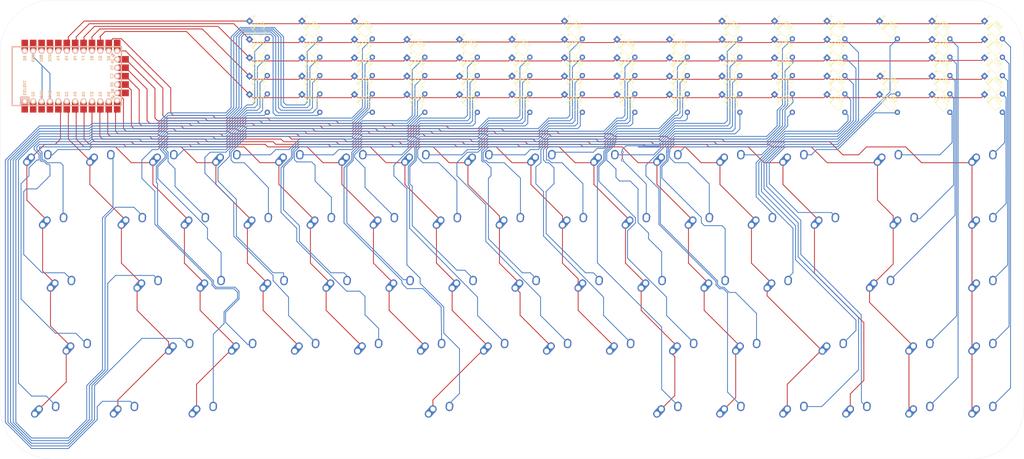
<source format=kicad_pcb>
(kicad_pcb (version 20171130) (host pcbnew "(5.1.5)-3")
  (layers (0 F.Cu signal) (31 B.Cu signal) (34 B.Paste user) (35 F.Paste user) (36 B.SilkS user) (37 F.SilkS user) (38 B.Mask user) (39 F.Mask user) (44 Edge.Cuts user))
  (net 0 "")
  (net 1 "Net-(D1-Pad2)")
  (net 2 row0)
  (net 3 "Net-(D2-Pad2)")
  (net 4 row1)
  (net 5 "Net-(D3-Pad2)")
  (net 6 row2)
  (net 7 "Net-(D4-Pad2)")
  (net 8 row3)
  (net 9 "Net-(D5-Pad2)")
  (net 10 row4)
  (net 11 "Net-(D6-Pad2)")
  (net 12 "Net-(D7-Pad2)")
  (net 13 "Net-(D8-Pad2)")
  (net 14 "Net-(D9-Pad2)")
  (net 15 "Net-(D10-Pad2)")
  (net 16 "Net-(D11-Pad2)")
  (net 17 "Net-(D12-Pad2)")
  (net 18 "Net-(D13-Pad2)")
  (net 19 "Net-(D14-Pad2)")
  (net 20 "Net-(D15-Pad2)")
  (net 21 "Net-(D16-Pad2)")
  (net 22 "Net-(D17-Pad2)")
  (net 23 "Net-(D18-Pad2)")
  (net 24 "Net-(D19-Pad2)")
  (net 25 "Net-(D20-Pad2)")
  (net 26 "Net-(D21-Pad2)")
  (net 27 "Net-(D22-Pad2)")
  (net 28 "Net-(D23-Pad2)")
  (net 29 "Net-(D24-Pad2)")
  (net 30 "Net-(D25-Pad2)")
  (net 31 "Net-(D26-Pad2)")
  (net 32 "Net-(D27-Pad2)")
  (net 33 "Net-(D28-Pad2)")
  (net 34 "Net-(D29-Pad2)")
  (net 35 "Net-(D30-Pad2)")
  (net 36 "Net-(D31-Pad2)")
  (net 37 "Net-(D32-Pad2)")
  (net 38 "Net-(D33-Pad2)")
  (net 39 "Net-(D34-Pad2)")
  (net 40 "Net-(D35-Pad2)")
  (net 41 "Net-(D36-Pad2)")
  (net 42 "Net-(D37-Pad2)")
  (net 43 "Net-(D38-Pad2)")
  (net 44 "Net-(D39-Pad2)")
  (net 45 "Net-(D40-Pad2)")
  (net 46 "Net-(D41-Pad2)")
  (net 47 "Net-(D42-Pad2)")
  (net 48 "Net-(D43-Pad2)")
  (net 49 "Net-(D44-Pad2)")
  (net 50 "Net-(D45-Pad2)")
  (net 51 "Net-(D46-Pad2)")
  (net 52 "Net-(D47-Pad2)")
  (net 53 "Net-(D48-Pad2)")
  (net 54 "Net-(D49-Pad2)")
  (net 55 "Net-(D50-Pad2)")
  (net 56 "Net-(D51-Pad2)")
  (net 57 "Net-(D52-Pad2)")
  (net 58 "Net-(D53-Pad2)")
  (net 59 "Net-(D54-Pad2)")
  (net 60 "Net-(D55-Pad2)")
  (net 61 "Net-(D56-Pad2)")
  (net 62 "Net-(D57-Pad2)")
  (net 63 "Net-(D58-Pad2)")
  (net 64 "Net-(D59-Pad2)")
  (net 65 "Net-(D60-Pad2)")
  (net 66 "Net-(D61-Pad2)")
  (net 67 "Net-(D62-Pad2)")
  (net 68 "Net-(D63-Pad2)")
  (net 69 "Net-(D64-Pad2)")
  (net 70 "Net-(D65-Pad2)")
  (net 71 "Net-(D66-Pad2)")
  (net 72 "Net-(D67-Pad2)")
  (net 73 "Net-(D68-Pad2)")
  (net 74 col0)
  (net 75 col1)
  (net 76 col2)
  (net 77 col3)
  (net 78 col4)
  (net 79 col5)
  (net 80 col6)
  (net 81 col7)
  (net 82 col8)
  (net 83 col9)
  (net 84 col10)
  (net 85 col11)
  (net 86 col12)
  (net 87 col13)
  (net 88 col14)
  (net 89 "Net-(U1-Pad24)")
  (net 90 GND)
  (net 91 "Net-(U1-Pad22)")
  (net 92 "Net-(U1-Pad21)")
  (net 93 "Net-(U1-Pad2)")
  (net 94 "Net-(U1-Pad1)")
  (net 95 "Net-(U1-Pad20)")
  (module Keebio-Parts:Elite-C-castellated-29pin-holes (layer F.Cu) (at 410.36875 50.8)
    (fp_text reference U1 hide)
    (fp_text value Elite-C hide)
    (fp_text user D2 (at -11.43 5.461 90) (layer B.SilkS) (effects (font (size 0.8 0.8)) (justify mirror)))
    (fp_text user D0 (at -1.27 5.461 90) (layer B.SilkS) (effects (font (size 0.8 0.8)) (justify mirror)))
    (fp_text user D1 (at -3.81 5.461 90) (layer B.SilkS) (effects (font (size 0.8 0.8)) (justify mirror)))
    (fp_text user GND (at -6.35 5.461 90) (layer B.SilkS) (effects (font (size 0.8 0.8)) (justify mirror)))
    (fp_text user GND (at -8.89 5.461 90) (layer B.SilkS) (effects (font (size 0.8 0.8)) (justify mirror)))
    (fp_text user D4 (at 1.27 5.461 90) (layer B.SilkS) (effects (font (size 0.8 0.8)) (justify mirror)))
    (fp_text user C6 (at 3.81 5.461 90) (layer B.SilkS) (effects (font (size 0.8 0.8)) (justify mirror)))
    (fp_text user D7 (at 6.35 5.461 90) (layer B.SilkS) (effects (font (size 0.8 0.8)) (justify mirror)))
    (fp_text user E6 (at 8.89 5.461 90) (layer B.SilkS) (effects (font (size 0.8 0.8)) (justify mirror)))
    (fp_text user B4 (at 11.43 5.461 90) (layer B.SilkS) (effects (font (size 0.8 0.8)) (justify mirror)))
    (fp_text user B5 (at 12.7 6.4 45) (layer B.SilkS) (effects (font (size 0.7 0.7)) (justify mirror)))
    (fp_text user B2 (at 11.43 -5.461 90) (layer F.SilkS) (effects (font (size 0.8 0.8))))
    (fp_text user B3 (at 8.89 -5.461 90) (layer B.SilkS) (effects (font (size 0.8 0.8)) (justify mirror)))
    (fp_text user B1 (at 6.35 -5.461 90) (layer B.SilkS) (effects (font (size 0.8 0.8)) (justify mirror)))
    (fp_text user F7 (at 3.81 -5.461 90) (layer F.SilkS) (effects (font (size 0.8 0.8))))
    (fp_text user F6 (at 1.27 -5.461 90) (layer F.SilkS) (effects (font (size 0.8 0.8))))
    (fp_text user F5 (at -1.27 -5.461 90) (layer F.SilkS) (effects (font (size 0.8 0.8))))
    (fp_text user F4 (at -3.81 -5.461 90) (layer B.SilkS) (effects (font (size 0.8 0.8)) (justify mirror)))
    (fp_text user VCC (at -6.35 -5.461 90) (layer B.SilkS) (effects (font (size 0.8 0.8)) (justify mirror)))
    (fp_text user GND (at -11.43 -5.461 90) (layer B.SilkS) (effects (font (size 0.8 0.8)) (justify mirror)))
    (fp_text user B0 (at -13.97 -5.461 90) (layer B.SilkS) (effects (font (size 0.8 0.8)) (justify mirror)))
    (fp_text user B0 (at -13.97 -5.461 90) (layer F.SilkS) (effects (font (size 0.8 0.8))))
    (fp_text user GND (at -11.43 -5.461 90) (layer F.SilkS) (effects (font (size 0.8 0.8))))
    (fp_text user ST (at -8.92 -5.73312 90) (layer F.SilkS) (effects (font (size 0.8 0.8))))
    (fp_text user VCC (at -6.35 -5.461 90) (layer F.SilkS) (effects (font (size 0.8 0.8))))
    (fp_text user F4 (at -3.81 -5.461 90) (layer F.SilkS) (effects (font (size 0.8 0.8))))
    (fp_text user F5 (at -1.27 -5.461 90) (layer B.SilkS) (effects (font (size 0.8 0.8)) (justify mirror)))
    (fp_text user F6 (at 1.27 -5.461 90) (layer B.SilkS) (effects (font (size 0.8 0.8)) (justify mirror)))
    (fp_text user F7 (at 3.81 -5.461 90) (layer B.SilkS) (effects (font (size 0.8 0.8)) (justify mirror)))
    (fp_text user B1 (at 6.35 -5.461 90) (layer F.SilkS) (effects (font (size 0.8 0.8))))
    (fp_text user B3 (at 8.89 -5.461 90) (layer F.SilkS) (effects (font (size 0.8 0.8))))
    (fp_text user B2 (at 11.43 -5.461 90) (layer B.SilkS) (effects (font (size 0.8 0.8)) (justify mirror)))
    (fp_text user B5 (at 12.7 6.4 45) (layer F.SilkS) (effects (font (size 0.7 0.7))))
    (fp_text user B4 (at 11.43 5.461 90) (layer F.SilkS) (effects (font (size 0.8 0.8))))
    (fp_text user E6 (at 8.89 5.461 90) (layer F.SilkS) (effects (font (size 0.8 0.8))))
    (fp_text user D7 (at 6.35 5.461 90) (layer F.SilkS) (effects (font (size 0.8 0.8))))
    (fp_text user C6 (at 3.81 5.461 90) (layer F.SilkS) (effects (font (size 0.8 0.8))))
    (fp_text user D4 (at 1.27 5.461 90) (layer F.SilkS) (effects (font (size 0.8 0.8))))
    (fp_text user GND (at -8.89 5.461 90) (layer F.SilkS) (effects (font (size 0.8 0.8))))
    (fp_text user GND (at -6.35 5.461 90) (layer F.SilkS) (effects (font (size 0.8 0.8))))
    (fp_text user D1 (at -3.81 5.461 90) (layer F.SilkS) (effects (font (size 0.8 0.8))))
    (fp_text user D0 (at -1.27 5.461 90) (layer F.SilkS) (effects (font (size 0.8 0.8))))
    (fp_text user D2 (at -11.43 5.461 90) (layer F.SilkS) (effects (font (size 0.8 0.8))))
    (fp_text user TX0/D3 (at -13.97 3.571872 90) (layer B.SilkS) (effects (font (size 0.8 0.8)) (justify mirror)))
    (fp_text user TX0/D3 (at -13.97 3.571872 90) (layer F.SilkS) (effects (font (size 0.8 0.8))))
    (fp_text user ST (at -8.91 -5.04 90) (layer B.SilkS) (effects (font (size 0.8 0.8)) (justify mirror)))
    (fp_text user B7 (at 12.6 4.5 90) (layer F.SilkS) (effects (font (size 0.7 0.7))))
    (fp_text user B7 (at 12.6 4.5 90) (layer B.SilkS) (effects (font (size 0.7 0.7)) (justify mirror)))
    (fp_text user F0 (at 12.6 -4.5 90) (layer B.SilkS) (effects (font (size 0.7 0.7)) (justify mirror)))
    (fp_text user F0 (at 12.6 -4.5 90) (layer F.SilkS) (effects (font (size 0.7 0.7))))
    (fp_text user B6 (at 12.7 -6.4 135 unlocked) (layer F.SilkS) (effects (font (size 0.7 0.7))))
    (fp_text user B6 (at 12.7 -6.4 135 unlocked) (layer B.SilkS) (effects (font (size 0.7 0.7)) (justify mirror)))
    (fp_text user C7 (at 12.4 0 90) (layer F.SilkS) (effects (font (size 0.8 0.8))))
    (fp_text user C7 (at 12.4 0 90) (layer B.SilkS) (effects (font (size 0.8 0.8)) (justify mirror)))
    (fp_text user F1 (at 12.4 -2.54 90) (layer B.SilkS) (effects (font (size 0.8 0.8)) (justify mirror)))
    (fp_text user F1 (at 12.4 -2.54 90) (layer F.SilkS) (effects (font (size 0.8 0.8))))
    (fp_text user D5 (at 12.4 2.54 90) (layer F.SilkS) (effects (font (size 0.8 0.8))))
    (fp_text user D5 (at 12.4 2.54 90) (layer B.SilkS) (effects (font (size 0.8 0.8)) (justify mirror)))
    (pad 29 smd rect (at 15.875 -5.08 90) (size 2 3.25) (layers F.Cu F.Paste F.Mask) (net 86 col12))
    (pad 28 smd rect (at 15.875 -2.54 90) (size 2 3.25) (layers F.Cu F.Paste F.Mask) (net 85 col11))
    (pad 27 smd rect (at 15.875 0 90) (size 2 3.25) (layers F.Cu F.Paste F.Mask) (net 84 col10))
    (pad 26 smd rect (at 15.875 2.54 90) (size 2 3.25) (layers F.Cu F.Paste F.Mask) (net 83 col9))
    (pad 25 smd rect (at 15.875 5.08 90) (size 2 3.25) (layers F.Cu F.Paste F.Mask) (net 82 col8))
    (pad 24 smd rect (at -13.97 -9.398) (size 2 3.25) (layers F.Cu F.Paste F.Mask) (net 89 "Net-(U1-Pad24)"))
    (pad 23 smd rect (at -11.43 -9.398) (size 2 3.25) (layers F.Cu F.Paste F.Mask) (net 90 GND))
    (pad 22 smd rect (at -8.89 -9.398) (size 2 3.25) (layers F.Cu F.Paste F.Mask) (net 91 "Net-(U1-Pad22)"))
    (pad 21 smd rect (at -6.35 -9.398) (size 2 3.25) (layers F.Cu F.Paste F.Mask) (net 92 "Net-(U1-Pad21)"))
    (pad 20 smd rect (at -3.81 -9.398) (size 2 3.25) (layers F.Cu F.Paste F.Mask) (net 95 "Net-(U1-Pad20)"))
    (pad 19 smd rect (at -1.27 -9.398) (size 2 3.25) (layers F.Cu F.Paste F.Mask) (net 10 row4))
    (pad 18 smd rect (at 1.27 -9.398) (size 2 3.25) (layers F.Cu F.Paste F.Mask) (net 8 row3))
    (pad 17 smd rect (at 3.81 -9.398) (size 2 3.25) (layers F.Cu F.Paste F.Mask) (net 6 row2))
    (pad 16 smd rect (at 6.35 -9.398) (size 2 3.25) (layers F.Cu F.Paste F.Mask) (net 4 row1))
    (pad 15 smd rect (at 8.89 -9.398) (size 2 3.25) (layers F.Cu F.Paste F.Mask) (net 2 row0))
    (pad 14 smd rect (at 11.43 -9.398) (size 2 3.25) (layers F.Cu F.Paste F.Mask) (net 88 col14))
    (pad 13 smd rect (at 13.97 -9.398) (size 2 3.25) (layers F.Cu F.Paste F.Mask) (net 87 col13))
    (pad 12 smd rect (at 13.97 9.398) (size 2 3.25) (layers F.Cu F.Paste F.Mask) (net 81 col7))
    (pad 11 smd rect (at 11.43 9.398) (size 2 3.25) (layers F.Cu F.Paste F.Mask) (net 80 col6))
    (pad 10 smd rect (at 8.89 9.398) (size 2 3.25) (layers F.Cu F.Paste F.Mask) (net 79 col5))
    (pad 9 smd rect (at 6.35 9.398) (size 2 3.25) (layers F.Cu F.Paste F.Mask) (net 78 col4))
    (pad 8 smd rect (at 3.81 9.398) (size 2 3.25) (layers F.Cu F.Paste F.Mask) (net 77 col3))
    (pad 7 smd rect (at 1.27 9.398) (size 2 3.25) (layers F.Cu F.Paste F.Mask) (net 76 col2))
    (pad 6 smd rect (at -1.27 9.398) (size 2 3.25) (layers F.Cu F.Paste F.Mask) (net 75 col1))
    (pad 5 smd rect (at -3.81 9.398) (size 2 3.25) (layers F.Cu F.Paste F.Mask) (net 74 col0))
    (pad 4 smd rect (at -6.35 9.398) (size 2 3.25) (layers F.Cu F.Paste F.Mask) (net 90 GND))
    (pad 3 smd rect (at -8.89 9.398) (size 2 3.25) (layers F.Cu F.Paste F.Mask) (net 90 GND))
    (pad 2 smd rect (at -11.43 9.398) (size 2 3.25) (layers F.Cu F.Paste F.Mask) (net 93 "Net-(U1-Pad2)"))
    (pad 1 smd rect (at -13.97 9.398) (size 2 3.25) (layers F.Cu F.Paste F.Mask) (net 94 "Net-(U1-Pad1)"))
    (pad 25 thru_hole circle (at 13.97 5.08) (size 1.7526 1.7526) (drill 1.0922) (layers *.Cu *.SilkS *.Mask) (net 82 col8))
    (pad 26 thru_hole circle (at 13.97 2.54) (size 1.7526 1.7526) (drill 1.0922) (layers *.Cu *.SilkS *.Mask) (net 83 col9))
    (pad 27 thru_hole circle (at 13.97 0) (size 1.7526 1.7526) (drill 1.0922) (layers *.Cu *.SilkS *.Mask) (net 84 col10))
    (pad 28 thru_hole circle (at 13.97 -2.54) (size 1.7526 1.7526) (drill 1.0922) (layers *.Cu *.SilkS *.Mask) (net 85 col11))
    (pad 29 thru_hole circle (at 13.97 -5.08) (size 1.7526 1.7526) (drill 1.0922) (layers *.Cu *.SilkS *.Mask) (net 86 col12))
    (pad 24 thru_hole circle (at -13.97 -7.62) (size 1.7526 1.7526) (drill 1.0922) (layers *.Cu *.SilkS *.Mask) (net 89 "Net-(U1-Pad24)"))
    (pad 12 thru_hole circle (at 13.97 7.3914) (size 1.7526 1.7526) (drill 1.0922) (layers *.Cu *.SilkS *.Mask) (net 81 col7))
    (pad 23 thru_hole circle (at -11.43 -7.62) (size 1.7526 1.7526) (drill 1.0922) (layers *.Cu *.SilkS *.Mask) (net 90 GND))
    (pad 22 thru_hole circle (at -8.89 -7.62) (size 1.7526 1.7526) (drill 1.0922) (layers *.Cu *.SilkS *.Mask) (net 91 "Net-(U1-Pad22)"))
    (pad 21 thru_hole circle (at -6.35 -7.62) (size 1.7526 1.7526) (drill 1.0922) (layers *.Cu *.SilkS *.Mask) (net 92 "Net-(U1-Pad21)"))
    (pad 20 thru_hole circle (at -3.81 -7.62) (size 1.7526 1.7526) (drill 1.0922) (layers *.Cu *.SilkS *.Mask) (net 95 "Net-(U1-Pad20)"))
    (pad 19 thru_hole circle (at -1.27 -7.62) (size 1.7526 1.7526) (drill 1.0922) (layers *.Cu *.SilkS *.Mask) (net 10 row4))
    (pad 18 thru_hole circle (at 1.27 -7.62) (size 1.7526 1.7526) (drill 1.0922) (layers *.Cu *.SilkS *.Mask) (net 8 row3))
    (pad 17 thru_hole circle (at 3.81 -7.62) (size 1.7526 1.7526) (drill 1.0922) (layers *.Cu *.SilkS *.Mask) (net 6 row2))
    (pad 16 thru_hole circle (at 6.35 -7.62) (size 1.7526 1.7526) (drill 1.0922) (layers *.Cu *.SilkS *.Mask) (net 4 row1))
    (pad 15 thru_hole circle (at 8.89 -7.62) (size 1.7526 1.7526) (drill 1.0922) (layers *.Cu *.SilkS *.Mask) (net 2 row0))
    (pad 14 thru_hole circle (at 11.43 -7.62) (size 1.7526 1.7526) (drill 1.0922) (layers *.Cu *.SilkS *.Mask) (net 88 col14))
    (pad 13 thru_hole circle (at 13.97 -7.62) (size 1.7526 1.7526) (drill 1.0922) (layers *.Cu *.SilkS *.Mask) (net 87 col13))
    (pad 11 thru_hole circle (at 11.43 7.62) (size 1.7526 1.7526) (drill 1.0922) (layers *.Cu *.SilkS *.Mask) (net 80 col6))
    (pad 10 thru_hole circle (at 8.89 7.62) (size 1.7526 1.7526) (drill 1.0922) (layers *.Cu *.SilkS *.Mask) (net 79 col5))
    (pad 9 thru_hole circle (at 6.35 7.62) (size 1.7526 1.7526) (drill 1.0922) (layers *.Cu *.SilkS *.Mask) (net 78 col4))
    (pad 8 thru_hole circle (at 3.81 7.62) (size 1.7526 1.7526) (drill 1.0922) (layers *.Cu *.SilkS *.Mask) (net 77 col3))
    (pad 7 thru_hole circle (at 1.27 7.62) (size 1.7526 1.7526) (drill 1.0922) (layers *.Cu *.SilkS *.Mask) (net 76 col2))
    (pad 6 thru_hole circle (at -1.27 7.62) (size 1.7526 1.7526) (drill 1.0922) (layers *.Cu *.SilkS *.Mask) (net 75 col1))
    (pad 5 thru_hole circle (at -3.81 7.62) (size 1.7526 1.7526) (drill 1.0922) (layers *.Cu *.SilkS *.Mask) (net 74 col0))
    (pad 4 thru_hole circle (at -6.35 7.62) (size 1.7526 1.7526) (drill 1.0922) (layers *.Cu *.SilkS *.Mask) (net 90 GND))
    (pad 3 thru_hole circle (at -8.89 7.62) (size 1.7526 1.7526) (drill 1.0922) (layers *.Cu *.SilkS *.Mask) (net 90 GND))
    (pad 2 thru_hole circle (at -11.43 7.62) (size 1.7526 1.7526) (drill 1.0922) (layers *.Cu *.SilkS *.Mask) (net 93 "Net-(U1-Pad2)"))
    (pad 1 thru_hole rect (at -13.97 7.62) (size 1.7526 1.7526) (drill 1.0922) (layers *.Cu *.SilkS *.Mask) (net 94 "Net-(U1-Pad1)"))
  )
  (module MX_Alps_Hybrid:MX-1U-NoLED (layer F.Cu) (at 686.59375 155.575)
    (fp_text reference MX68)
    (fp_text value MX-NoLED)
    (pad "" np_thru_hole circle (at 5.08 0 48.0996) (size 1.75 1.75) (drill 1.75) (layers *.Cu *.Mask))
    (pad "" np_thru_hole circle (at -5.08 0 48.0996) (size 1.75 1.75) (drill 1.75) (layers *.Cu *.Mask))
    (pad 1 thru_hole circle (at -2.5 -4) (size 2.25 2.25) (drill 1.47) (layers *.Cu B.Mask) (net 88 col14))
    (pad "" np_thru_hole circle (at 0 0) (size 3.9878 3.9878) (drill 3.9878) (layers *.Cu *.Mask))
    (pad 1 thru_hole oval (at -3.81 -2.54 48.0996) (size 4.211556 2.25) (drill 1.47 (offset 0.980778 0)) (layers *.Cu B.Mask) (net 88 col14))
    (pad 2 thru_hole circle (at 2.54 -5.08) (size 2.25 2.25) (drill 1.47) (layers *.Cu B.Mask) (net 73 "Net-(D68-Pad2)"))
    (pad 2 thru_hole oval (at 2.5 -4.5 86.0548) (size 2.831378 2.25) (drill 1.47 (offset 0.290689 0)) (layers *.Cu B.Mask) (net 73 "Net-(D68-Pad2)"))
  )
  (module MX_Alps_Hybrid:MX-1U-NoLED (layer F.Cu) (at 686.59375 136.525)
    (fp_text reference MX67)
    (fp_text value MX-NoLED)
    (pad "" np_thru_hole circle (at 5.08 0 48.0996) (size 1.75 1.75) (drill 1.75) (layers *.Cu *.Mask))
    (pad "" np_thru_hole circle (at -5.08 0 48.0996) (size 1.75 1.75) (drill 1.75) (layers *.Cu *.Mask))
    (pad 1 thru_hole circle (at -2.5 -4) (size 2.25 2.25) (drill 1.47) (layers *.Cu B.Mask) (net 88 col14))
    (pad "" np_thru_hole circle (at 0 0) (size 3.9878 3.9878) (drill 3.9878) (layers *.Cu *.Mask))
    (pad 1 thru_hole oval (at -3.81 -2.54 48.0996) (size 4.211556 2.25) (drill 1.47 (offset 0.980778 0)) (layers *.Cu B.Mask) (net 88 col14))
    (pad 2 thru_hole circle (at 2.54 -5.08) (size 2.25 2.25) (drill 1.47) (layers *.Cu B.Mask) (net 72 "Net-(D67-Pad2)"))
    (pad 2 thru_hole oval (at 2.5 -4.5 86.0548) (size 2.831378 2.25) (drill 1.47 (offset 0.290689 0)) (layers *.Cu B.Mask) (net 72 "Net-(D67-Pad2)"))
  )
  (module MX_Alps_Hybrid:MX-1U-NoLED (layer F.Cu) (at 686.59375 117.475)
    (fp_text reference MX66)
    (fp_text value MX-NoLED)
    (pad "" np_thru_hole circle (at 5.08 0 48.0996) (size 1.75 1.75) (drill 1.75) (layers *.Cu *.Mask))
    (pad "" np_thru_hole circle (at -5.08 0 48.0996) (size 1.75 1.75) (drill 1.75) (layers *.Cu *.Mask))
    (pad 1 thru_hole circle (at -2.5 -4) (size 2.25 2.25) (drill 1.47) (layers *.Cu B.Mask) (net 88 col14))
    (pad "" np_thru_hole circle (at 0 0) (size 3.9878 3.9878) (drill 3.9878) (layers *.Cu *.Mask))
    (pad 1 thru_hole oval (at -3.81 -2.54 48.0996) (size 4.211556 2.25) (drill 1.47 (offset 0.980778 0)) (layers *.Cu B.Mask) (net 88 col14))
    (pad 2 thru_hole circle (at 2.54 -5.08) (size 2.25 2.25) (drill 1.47) (layers *.Cu B.Mask) (net 71 "Net-(D66-Pad2)"))
    (pad 2 thru_hole oval (at 2.5 -4.5 86.0548) (size 2.831378 2.25) (drill 1.47 (offset 0.290689 0)) (layers *.Cu B.Mask) (net 71 "Net-(D66-Pad2)"))
  )
  (module MX_Alps_Hybrid:MX-1U-NoLED (layer F.Cu) (at 686.59375 98.425)
    (fp_text reference MX65)
    (fp_text value MX-NoLED)
    (pad "" np_thru_hole circle (at 5.08 0 48.0996) (size 1.75 1.75) (drill 1.75) (layers *.Cu *.Mask))
    (pad "" np_thru_hole circle (at -5.08 0 48.0996) (size 1.75 1.75) (drill 1.75) (layers *.Cu *.Mask))
    (pad 1 thru_hole circle (at -2.5 -4) (size 2.25 2.25) (drill 1.47) (layers *.Cu B.Mask) (net 88 col14))
    (pad "" np_thru_hole circle (at 0 0) (size 3.9878 3.9878) (drill 3.9878) (layers *.Cu *.Mask))
    (pad 1 thru_hole oval (at -3.81 -2.54 48.0996) (size 4.211556 2.25) (drill 1.47 (offset 0.980778 0)) (layers *.Cu B.Mask) (net 88 col14))
    (pad 2 thru_hole circle (at 2.54 -5.08) (size 2.25 2.25) (drill 1.47) (layers *.Cu B.Mask) (net 70 "Net-(D65-Pad2)"))
    (pad 2 thru_hole oval (at 2.5 -4.5 86.0548) (size 2.831378 2.25) (drill 1.47 (offset 0.290689 0)) (layers *.Cu B.Mask) (net 70 "Net-(D65-Pad2)"))
  )
  (module MX_Alps_Hybrid:MX-1U-NoLED (layer F.Cu) (at 686.59375 79.375)
    (fp_text reference MX64)
    (fp_text value MX-NoLED)
    (pad "" np_thru_hole circle (at 5.08 0 48.0996) (size 1.75 1.75) (drill 1.75) (layers *.Cu *.Mask))
    (pad "" np_thru_hole circle (at -5.08 0 48.0996) (size 1.75 1.75) (drill 1.75) (layers *.Cu *.Mask))
    (pad 1 thru_hole circle (at -2.5 -4) (size 2.25 2.25) (drill 1.47) (layers *.Cu B.Mask) (net 88 col14))
    (pad "" np_thru_hole circle (at 0 0) (size 3.9878 3.9878) (drill 3.9878) (layers *.Cu *.Mask))
    (pad 1 thru_hole oval (at -3.81 -2.54 48.0996) (size 4.211556 2.25) (drill 1.47 (offset 0.980778 0)) (layers *.Cu B.Mask) (net 88 col14))
    (pad 2 thru_hole circle (at 2.54 -5.08) (size 2.25 2.25) (drill 1.47) (layers *.Cu B.Mask) (net 69 "Net-(D64-Pad2)"))
    (pad 2 thru_hole oval (at 2.5 -4.5 86.0548) (size 2.831378 2.25) (drill 1.47 (offset 0.290689 0)) (layers *.Cu B.Mask) (net 69 "Net-(D64-Pad2)"))
  )
  (module MX_Alps_Hybrid:MX-1U-NoLED (layer F.Cu) (at 667.54375 155.575)
    (fp_text reference MX63)
    (fp_text value MX-NoLED)
    (pad "" np_thru_hole circle (at 5.08 0 48.0996) (size 1.75 1.75) (drill 1.75) (layers *.Cu *.Mask))
    (pad "" np_thru_hole circle (at -5.08 0 48.0996) (size 1.75 1.75) (drill 1.75) (layers *.Cu *.Mask))
    (pad 1 thru_hole circle (at -2.5 -4) (size 2.25 2.25) (drill 1.47) (layers *.Cu B.Mask) (net 87 col13))
    (pad "" np_thru_hole circle (at 0 0) (size 3.9878 3.9878) (drill 3.9878) (layers *.Cu *.Mask))
    (pad 1 thru_hole oval (at -3.81 -2.54 48.0996) (size 4.211556 2.25) (drill 1.47 (offset 0.980778 0)) (layers *.Cu B.Mask) (net 87 col13))
    (pad 2 thru_hole circle (at 2.54 -5.08) (size 2.25 2.25) (drill 1.47) (layers *.Cu B.Mask) (net 68 "Net-(D63-Pad2)"))
    (pad 2 thru_hole oval (at 2.5 -4.5 86.0548) (size 2.831378 2.25) (drill 1.47 (offset 0.290689 0)) (layers *.Cu B.Mask) (net 68 "Net-(D63-Pad2)"))
  )
  (module MX_Alps_Hybrid:MX-1U-NoLED (layer F.Cu) (at 667.54375 136.525)
    (fp_text reference MX62)
    (fp_text value MX-NoLED)
    (pad "" np_thru_hole circle (at 5.08 0 48.0996) (size 1.75 1.75) (drill 1.75) (layers *.Cu *.Mask))
    (pad "" np_thru_hole circle (at -5.08 0 48.0996) (size 1.75 1.75) (drill 1.75) (layers *.Cu *.Mask))
    (pad 1 thru_hole circle (at -2.5 -4) (size 2.25 2.25) (drill 1.47) (layers *.Cu B.Mask) (net 87 col13))
    (pad "" np_thru_hole circle (at 0 0) (size 3.9878 3.9878) (drill 3.9878) (layers *.Cu *.Mask))
    (pad 1 thru_hole oval (at -3.81 -2.54 48.0996) (size 4.211556 2.25) (drill 1.47 (offset 0.980778 0)) (layers *.Cu B.Mask) (net 87 col13))
    (pad 2 thru_hole circle (at 2.54 -5.08) (size 2.25 2.25) (drill 1.47) (layers *.Cu B.Mask) (net 67 "Net-(D62-Pad2)"))
    (pad 2 thru_hole oval (at 2.5 -4.5 86.0548) (size 2.831378 2.25) (drill 1.47 (offset 0.290689 0)) (layers *.Cu B.Mask) (net 67 "Net-(D62-Pad2)"))
  )
  (module MX_Alps_Hybrid:MX-2.25U-NoLED (layer F.Cu) (at 655.6375 117.475)
    (fp_text reference MX61)
    (fp_text value MX-NoLED)
    (pad "" np_thru_hole circle (at 11.938 8.255) (size 3.9878 3.9878) (drill 3.9878) (layers *.Cu *.Mask))
    (pad "" np_thru_hole circle (at -11.938 8.255) (size 3.9878 3.9878) (drill 3.9878) (layers *.Cu *.Mask))
    (pad "" np_thru_hole circle (at 11.938 -6.985) (size 3.048 3.048) (drill 3.048) (layers *.Cu *.Mask))
    (pad "" np_thru_hole circle (at -11.938 -6.985) (size 3.048 3.048) (drill 3.048) (layers *.Cu *.Mask))
    (pad "" np_thru_hole circle (at 5.08 0 48.0996) (size 1.75 1.75) (drill 1.75) (layers *.Cu *.Mask))
    (pad "" np_thru_hole circle (at -5.08 0 48.0996) (size 1.75 1.75) (drill 1.75) (layers *.Cu *.Mask))
    (pad 1 thru_hole circle (at -2.5 -4) (size 2.25 2.25) (drill 1.47) (layers *.Cu B.Mask) (net 87 col13))
    (pad "" np_thru_hole circle (at 0 0) (size 3.9878 3.9878) (drill 3.9878) (layers *.Cu *.Mask))
    (pad 1 thru_hole oval (at -3.81 -2.54 48.0996) (size 4.211556 2.25) (drill 1.47 (offset 0.980778 0)) (layers *.Cu B.Mask) (net 87 col13))
    (pad 2 thru_hole circle (at 2.54 -5.08) (size 2.25 2.25) (drill 1.47) (layers *.Cu B.Mask) (net 66 "Net-(D61-Pad2)"))
    (pad 2 thru_hole oval (at 2.5 -4.5 86.0548) (size 2.831378 2.25) (drill 1.47 (offset 0.290689 0)) (layers *.Cu B.Mask) (net 66 "Net-(D61-Pad2)"))
  )
  (module MX_Alps_Hybrid:MX-1.5U-NoLED (layer F.Cu) (at 662.78125 98.425)
    (fp_text reference MX60)
    (fp_text value MX-NoLED)
    (pad "" np_thru_hole circle (at 5.08 0 48.0996) (size 1.75 1.75) (drill 1.75) (layers *.Cu *.Mask))
    (pad "" np_thru_hole circle (at -5.08 0 48.0996) (size 1.75 1.75) (drill 1.75) (layers *.Cu *.Mask))
    (pad 1 thru_hole circle (at -2.5 -4) (size 2.25 2.25) (drill 1.47) (layers *.Cu B.Mask) (net 87 col13))
    (pad "" np_thru_hole circle (at 0 0) (size 3.9878 3.9878) (drill 3.9878) (layers *.Cu *.Mask))
    (pad 1 thru_hole oval (at -3.81 -2.54 48.0996) (size 4.211556 2.25) (drill 1.47 (offset 0.980778 0)) (layers *.Cu B.Mask) (net 87 col13))
    (pad 2 thru_hole circle (at 2.54 -5.08) (size 2.25 2.25) (drill 1.47) (layers *.Cu B.Mask) (net 65 "Net-(D60-Pad2)"))
    (pad 2 thru_hole oval (at 2.5 -4.5 86.0548) (size 2.831378 2.25) (drill 1.47 (offset 0.290689 0)) (layers *.Cu B.Mask) (net 65 "Net-(D60-Pad2)"))
  )
  (module MX_Alps_Hybrid:MX-2U-NoLED (layer F.Cu) (at 658.01875 79.375)
    (fp_text reference MX59)
    (fp_text value MX-NoLED)
    (pad "" np_thru_hole circle (at 11.938 8.255) (size 3.9878 3.9878) (drill 3.9878) (layers *.Cu *.Mask))
    (pad "" np_thru_hole circle (at -11.938 8.255) (size 3.9878 3.9878) (drill 3.9878) (layers *.Cu *.Mask))
    (pad "" np_thru_hole circle (at 11.938 -6.985) (size 3.048 3.048) (drill 3.048) (layers *.Cu *.Mask))
    (pad "" np_thru_hole circle (at -11.938 -6.985) (size 3.048 3.048) (drill 3.048) (layers *.Cu *.Mask))
    (pad "" np_thru_hole circle (at 5.08 0 48.0996) (size 1.75 1.75) (drill 1.75) (layers *.Cu *.Mask))
    (pad "" np_thru_hole circle (at -5.08 0 48.0996) (size 1.75 1.75) (drill 1.75) (layers *.Cu *.Mask))
    (pad 1 thru_hole circle (at -2.5 -4) (size 2.25 2.25) (drill 1.47) (layers *.Cu B.Mask) (net 87 col13))
    (pad "" np_thru_hole circle (at 0 0) (size 3.9878 3.9878) (drill 3.9878) (layers *.Cu *.Mask))
    (pad 1 thru_hole oval (at -3.81 -2.54 48.0996) (size 4.211556 2.25) (drill 1.47 (offset 0.980778 0)) (layers *.Cu B.Mask) (net 87 col13))
    (pad 2 thru_hole circle (at 2.54 -5.08) (size 2.25 2.25) (drill 1.47) (layers *.Cu B.Mask) (net 64 "Net-(D59-Pad2)"))
    (pad 2 thru_hole oval (at 2.5 -4.5 86.0548) (size 2.831378 2.25) (drill 1.47 (offset 0.290689 0)) (layers *.Cu B.Mask) (net 64 "Net-(D59-Pad2)"))
  )
  (module MX_Alps_Hybrid:MX-1U-NoLED (layer F.Cu) (at 648.49375 155.575)
    (fp_text reference MX58)
    (fp_text value MX-NoLED)
    (pad "" np_thru_hole circle (at 5.08 0 48.0996) (size 1.75 1.75) (drill 1.75) (layers *.Cu *.Mask))
    (pad "" np_thru_hole circle (at -5.08 0 48.0996) (size 1.75 1.75) (drill 1.75) (layers *.Cu *.Mask))
    (pad 1 thru_hole circle (at -2.5 -4) (size 2.25 2.25) (drill 1.47) (layers *.Cu B.Mask) (net 86 col12))
    (pad "" np_thru_hole circle (at 0 0) (size 3.9878 3.9878) (drill 3.9878) (layers *.Cu *.Mask))
    (pad 1 thru_hole oval (at -3.81 -2.54 48.0996) (size 4.211556 2.25) (drill 1.47 (offset 0.980778 0)) (layers *.Cu B.Mask) (net 86 col12))
    (pad 2 thru_hole circle (at 2.54 -5.08) (size 2.25 2.25) (drill 1.47) (layers *.Cu B.Mask) (net 63 "Net-(D58-Pad2)"))
    (pad 2 thru_hole oval (at 2.5 -4.5 86.0548) (size 2.831378 2.25) (drill 1.47 (offset 0.290689 0)) (layers *.Cu B.Mask) (net 63 "Net-(D58-Pad2)"))
  )
  (module MX_Alps_Hybrid:MX-1U-NoLED (layer F.Cu) (at 638.96875 98.425)
    (fp_text reference MX57)
    (fp_text value MX-NoLED)
    (pad "" np_thru_hole circle (at 5.08 0 48.0996) (size 1.75 1.75) (drill 1.75) (layers *.Cu *.Mask))
    (pad "" np_thru_hole circle (at -5.08 0 48.0996) (size 1.75 1.75) (drill 1.75) (layers *.Cu *.Mask))
    (pad 1 thru_hole circle (at -2.5 -4) (size 2.25 2.25) (drill 1.47) (layers *.Cu B.Mask) (net 86 col12))
    (pad "" np_thru_hole circle (at 0 0) (size 3.9878 3.9878) (drill 3.9878) (layers *.Cu *.Mask))
    (pad 1 thru_hole oval (at -3.81 -2.54 48.0996) (size 4.211556 2.25) (drill 1.47 (offset 0.980778 0)) (layers *.Cu B.Mask) (net 86 col12))
    (pad 2 thru_hole circle (at 2.54 -5.08) (size 2.25 2.25) (drill 1.47) (layers *.Cu B.Mask) (net 62 "Net-(D57-Pad2)"))
    (pad 2 thru_hole oval (at 2.5 -4.5 86.0548) (size 2.831378 2.25) (drill 1.47 (offset 0.290689 0)) (layers *.Cu B.Mask) (net 62 "Net-(D57-Pad2)"))
  )
  (module MX_Alps_Hybrid:MX-1U-NoLED (layer F.Cu) (at 629.44375 79.375)
    (fp_text reference MX56)
    (fp_text value MX-NoLED)
    (pad "" np_thru_hole circle (at 5.08 0 48.0996) (size 1.75 1.75) (drill 1.75) (layers *.Cu *.Mask))
    (pad "" np_thru_hole circle (at -5.08 0 48.0996) (size 1.75 1.75) (drill 1.75) (layers *.Cu *.Mask))
    (pad 1 thru_hole circle (at -2.5 -4) (size 2.25 2.25) (drill 1.47) (layers *.Cu B.Mask) (net 86 col12))
    (pad "" np_thru_hole circle (at 0 0) (size 3.9878 3.9878) (drill 3.9878) (layers *.Cu *.Mask))
    (pad 1 thru_hole oval (at -3.81 -2.54 48.0996) (size 4.211556 2.25) (drill 1.47 (offset 0.980778 0)) (layers *.Cu B.Mask) (net 86 col12))
    (pad 2 thru_hole circle (at 2.54 -5.08) (size 2.25 2.25) (drill 1.47) (layers *.Cu B.Mask) (net 61 "Net-(D56-Pad2)"))
    (pad 2 thru_hole oval (at 2.5 -4.5 86.0548) (size 2.831378 2.25) (drill 1.47 (offset 0.290689 0)) (layers *.Cu B.Mask) (net 61 "Net-(D56-Pad2)"))
  )
  (module MX_Alps_Hybrid:MX-1U-NoLED (layer F.Cu) (at 629.44375 155.575)
    (fp_text reference MX55)
    (fp_text value MX-NoLED)
    (pad "" np_thru_hole circle (at 5.08 0 48.0996) (size 1.75 1.75) (drill 1.75) (layers *.Cu *.Mask))
    (pad "" np_thru_hole circle (at -5.08 0 48.0996) (size 1.75 1.75) (drill 1.75) (layers *.Cu *.Mask))
    (pad 1 thru_hole circle (at -2.5 -4) (size 2.25 2.25) (drill 1.47) (layers *.Cu B.Mask) (net 85 col11))
    (pad "" np_thru_hole circle (at 0 0) (size 3.9878 3.9878) (drill 3.9878) (layers *.Cu *.Mask))
    (pad 1 thru_hole oval (at -3.81 -2.54 48.0996) (size 4.211556 2.25) (drill 1.47 (offset 0.980778 0)) (layers *.Cu B.Mask) (net 85 col11))
    (pad 2 thru_hole circle (at 2.54 -5.08) (size 2.25 2.25) (drill 1.47) (layers *.Cu B.Mask) (net 60 "Net-(D55-Pad2)"))
    (pad 2 thru_hole oval (at 2.5 -4.5 86.0548) (size 2.831378 2.25) (drill 1.47 (offset 0.290689 0)) (layers *.Cu B.Mask) (net 60 "Net-(D55-Pad2)"))
  )
  (module MX_Alps_Hybrid:MX-1.75U-NoLED (layer F.Cu) (at 641.35 136.525)
    (fp_text reference MX54)
    (fp_text value MX-NoLED)
    (pad "" np_thru_hole circle (at 5.08 0 48.0996) (size 1.75 1.75) (drill 1.75) (layers *.Cu *.Mask))
    (pad "" np_thru_hole circle (at -5.08 0 48.0996) (size 1.75 1.75) (drill 1.75) (layers *.Cu *.Mask))
    (pad 1 thru_hole circle (at -2.5 -4) (size 2.25 2.25) (drill 1.47) (layers *.Cu B.Mask) (net 85 col11))
    (pad "" np_thru_hole circle (at 0 0) (size 3.9878 3.9878) (drill 3.9878) (layers *.Cu *.Mask))
    (pad 1 thru_hole oval (at -3.81 -2.54 48.0996) (size 4.211556 2.25) (drill 1.47 (offset 0.980778 0)) (layers *.Cu B.Mask) (net 85 col11))
    (pad 2 thru_hole circle (at 2.54 -5.08) (size 2.25 2.25) (drill 1.47) (layers *.Cu B.Mask) (net 59 "Net-(D54-Pad2)"))
    (pad 2 thru_hole oval (at 2.5 -4.5 86.0548) (size 2.831378 2.25) (drill 1.47 (offset 0.290689 0)) (layers *.Cu B.Mask) (net 59 "Net-(D54-Pad2)"))
  )
  (module MX_Alps_Hybrid:MX-1U-NoLED (layer F.Cu) (at 624.68125 117.475)
    (fp_text reference MX53)
    (fp_text value MX-NoLED)
    (pad "" np_thru_hole circle (at 5.08 0 48.0996) (size 1.75 1.75) (drill 1.75) (layers *.Cu *.Mask))
    (pad "" np_thru_hole circle (at -5.08 0 48.0996) (size 1.75 1.75) (drill 1.75) (layers *.Cu *.Mask))
    (pad 1 thru_hole circle (at -2.5 -4) (size 2.25 2.25) (drill 1.47) (layers *.Cu B.Mask) (net 85 col11))
    (pad "" np_thru_hole circle (at 0 0) (size 3.9878 3.9878) (drill 3.9878) (layers *.Cu *.Mask))
    (pad 1 thru_hole oval (at -3.81 -2.54 48.0996) (size 4.211556 2.25) (drill 1.47 (offset 0.980778 0)) (layers *.Cu B.Mask) (net 85 col11))
    (pad 2 thru_hole circle (at 2.54 -5.08) (size 2.25 2.25) (drill 1.47) (layers *.Cu B.Mask) (net 58 "Net-(D53-Pad2)"))
    (pad 2 thru_hole oval (at 2.5 -4.5 86.0548) (size 2.831378 2.25) (drill 1.47 (offset 0.290689 0)) (layers *.Cu B.Mask) (net 58 "Net-(D53-Pad2)"))
  )
  (module MX_Alps_Hybrid:MX-1U-NoLED (layer F.Cu) (at 619.91875 98.425)
    (fp_text reference MX52)
    (fp_text value MX-NoLED)
    (pad "" np_thru_hole circle (at 5.08 0 48.0996) (size 1.75 1.75) (drill 1.75) (layers *.Cu *.Mask))
    (pad "" np_thru_hole circle (at -5.08 0 48.0996) (size 1.75 1.75) (drill 1.75) (layers *.Cu *.Mask))
    (pad 1 thru_hole circle (at -2.5 -4) (size 2.25 2.25) (drill 1.47) (layers *.Cu B.Mask) (net 85 col11))
    (pad "" np_thru_hole circle (at 0 0) (size 3.9878 3.9878) (drill 3.9878) (layers *.Cu *.Mask))
    (pad 1 thru_hole oval (at -3.81 -2.54 48.0996) (size 4.211556 2.25) (drill 1.47 (offset 0.980778 0)) (layers *.Cu B.Mask) (net 85 col11))
    (pad 2 thru_hole circle (at 2.54 -5.08) (size 2.25 2.25) (drill 1.47) (layers *.Cu B.Mask) (net 57 "Net-(D52-Pad2)"))
    (pad 2 thru_hole oval (at 2.5 -4.5 86.0548) (size 2.831378 2.25) (drill 1.47 (offset 0.290689 0)) (layers *.Cu B.Mask) (net 57 "Net-(D52-Pad2)"))
  )
  (module MX_Alps_Hybrid:MX-1U-NoLED (layer F.Cu) (at 610.39375 79.375)
    (fp_text reference MX51)
    (fp_text value MX-NoLED)
    (pad "" np_thru_hole circle (at 5.08 0 48.0996) (size 1.75 1.75) (drill 1.75) (layers *.Cu *.Mask))
    (pad "" np_thru_hole circle (at -5.08 0 48.0996) (size 1.75 1.75) (drill 1.75) (layers *.Cu *.Mask))
    (pad 1 thru_hole circle (at -2.5 -4) (size 2.25 2.25) (drill 1.47) (layers *.Cu B.Mask) (net 85 col11))
    (pad "" np_thru_hole circle (at 0 0) (size 3.9878 3.9878) (drill 3.9878) (layers *.Cu *.Mask))
    (pad 1 thru_hole oval (at -3.81 -2.54 48.0996) (size 4.211556 2.25) (drill 1.47 (offset 0.980778 0)) (layers *.Cu B.Mask) (net 85 col11))
    (pad 2 thru_hole circle (at 2.54 -5.08) (size 2.25 2.25) (drill 1.47) (layers *.Cu B.Mask) (net 56 "Net-(D51-Pad2)"))
    (pad 2 thru_hole oval (at 2.5 -4.5 86.0548) (size 2.831378 2.25) (drill 1.47 (offset 0.290689 0)) (layers *.Cu B.Mask) (net 56 "Net-(D51-Pad2)"))
  )
  (module MX_Alps_Hybrid:MX-1U-NoLED (layer F.Cu) (at 610.39375 155.575)
    (fp_text reference MX50)
    (fp_text value MX-NoLED)
    (pad "" np_thru_hole circle (at 5.08 0 48.0996) (size 1.75 1.75) (drill 1.75) (layers *.Cu *.Mask))
    (pad "" np_thru_hole circle (at -5.08 0 48.0996) (size 1.75 1.75) (drill 1.75) (layers *.Cu *.Mask))
    (pad 1 thru_hole circle (at -2.5 -4) (size 2.25 2.25) (drill 1.47) (layers *.Cu B.Mask) (net 84 col10))
    (pad "" np_thru_hole circle (at 0 0) (size 3.9878 3.9878) (drill 3.9878) (layers *.Cu *.Mask))
    (pad 1 thru_hole oval (at -3.81 -2.54 48.0996) (size 4.211556 2.25) (drill 1.47 (offset 0.980778 0)) (layers *.Cu B.Mask) (net 84 col10))
    (pad 2 thru_hole circle (at 2.54 -5.08) (size 2.25 2.25) (drill 1.47) (layers *.Cu B.Mask) (net 55 "Net-(D50-Pad2)"))
    (pad 2 thru_hole oval (at 2.5 -4.5 86.0548) (size 2.831378 2.25) (drill 1.47 (offset 0.290689 0)) (layers *.Cu B.Mask) (net 55 "Net-(D50-Pad2)"))
  )
  (module MX_Alps_Hybrid:MX-1U-NoLED (layer F.Cu) (at 615.15625 136.525)
    (fp_text reference MX49)
    (fp_text value MX-NoLED)
    (pad "" np_thru_hole circle (at 5.08 0 48.0996) (size 1.75 1.75) (drill 1.75) (layers *.Cu *.Mask))
    (pad "" np_thru_hole circle (at -5.08 0 48.0996) (size 1.75 1.75) (drill 1.75) (layers *.Cu *.Mask))
    (pad 1 thru_hole circle (at -2.5 -4) (size 2.25 2.25) (drill 1.47) (layers *.Cu B.Mask) (net 84 col10))
    (pad "" np_thru_hole circle (at 0 0) (size 3.9878 3.9878) (drill 3.9878) (layers *.Cu *.Mask))
    (pad 1 thru_hole oval (at -3.81 -2.54 48.0996) (size 4.211556 2.25) (drill 1.47 (offset 0.980778 0)) (layers *.Cu B.Mask) (net 84 col10))
    (pad 2 thru_hole circle (at 2.54 -5.08) (size 2.25 2.25) (drill 1.47) (layers *.Cu B.Mask) (net 54 "Net-(D49-Pad2)"))
    (pad 2 thru_hole oval (at 2.5 -4.5 86.0548) (size 2.831378 2.25) (drill 1.47 (offset 0.290689 0)) (layers *.Cu B.Mask) (net 54 "Net-(D49-Pad2)"))
  )
  (module MX_Alps_Hybrid:MX-1U-NoLED (layer F.Cu) (at 605.63125 117.475)
    (fp_text reference MX48)
    (fp_text value MX-NoLED)
    (pad "" np_thru_hole circle (at 5.08 0 48.0996) (size 1.75 1.75) (drill 1.75) (layers *.Cu *.Mask))
    (pad "" np_thru_hole circle (at -5.08 0 48.0996) (size 1.75 1.75) (drill 1.75) (layers *.Cu *.Mask))
    (pad 1 thru_hole circle (at -2.5 -4) (size 2.25 2.25) (drill 1.47) (layers *.Cu B.Mask) (net 84 col10))
    (pad "" np_thru_hole circle (at 0 0) (size 3.9878 3.9878) (drill 3.9878) (layers *.Cu *.Mask))
    (pad 1 thru_hole oval (at -3.81 -2.54 48.0996) (size 4.211556 2.25) (drill 1.47 (offset 0.980778 0)) (layers *.Cu B.Mask) (net 84 col10))
    (pad 2 thru_hole circle (at 2.54 -5.08) (size 2.25 2.25) (drill 1.47) (layers *.Cu B.Mask) (net 53 "Net-(D48-Pad2)"))
    (pad 2 thru_hole oval (at 2.5 -4.5 86.0548) (size 2.831378 2.25) (drill 1.47 (offset 0.290689 0)) (layers *.Cu B.Mask) (net 53 "Net-(D48-Pad2)"))
  )
  (module MX_Alps_Hybrid:MX-1U-NoLED (layer F.Cu) (at 600.86875 98.425)
    (fp_text reference MX47)
    (fp_text value MX-NoLED)
    (pad "" np_thru_hole circle (at 5.08 0 48.0996) (size 1.75 1.75) (drill 1.75) (layers *.Cu *.Mask))
    (pad "" np_thru_hole circle (at -5.08 0 48.0996) (size 1.75 1.75) (drill 1.75) (layers *.Cu *.Mask))
    (pad 1 thru_hole circle (at -2.5 -4) (size 2.25 2.25) (drill 1.47) (layers *.Cu B.Mask) (net 84 col10))
    (pad "" np_thru_hole circle (at 0 0) (size 3.9878 3.9878) (drill 3.9878) (layers *.Cu *.Mask))
    (pad 1 thru_hole oval (at -3.81 -2.54 48.0996) (size 4.211556 2.25) (drill 1.47 (offset 0.980778 0)) (layers *.Cu B.Mask) (net 84 col10))
    (pad 2 thru_hole circle (at 2.54 -5.08) (size 2.25 2.25) (drill 1.47) (layers *.Cu B.Mask) (net 52 "Net-(D47-Pad2)"))
    (pad 2 thru_hole oval (at 2.5 -4.5 86.0548) (size 2.831378 2.25) (drill 1.47 (offset 0.290689 0)) (layers *.Cu B.Mask) (net 52 "Net-(D47-Pad2)"))
  )
  (module MX_Alps_Hybrid:MX-1U-NoLED (layer F.Cu) (at 591.34375 79.375)
    (fp_text reference MX46)
    (fp_text value MX-NoLED)
    (pad "" np_thru_hole circle (at 5.08 0 48.0996) (size 1.75 1.75) (drill 1.75) (layers *.Cu *.Mask))
    (pad "" np_thru_hole circle (at -5.08 0 48.0996) (size 1.75 1.75) (drill 1.75) (layers *.Cu *.Mask))
    (pad 1 thru_hole circle (at -2.5 -4) (size 2.25 2.25) (drill 1.47) (layers *.Cu B.Mask) (net 84 col10))
    (pad "" np_thru_hole circle (at 0 0) (size 3.9878 3.9878) (drill 3.9878) (layers *.Cu *.Mask))
    (pad 1 thru_hole oval (at -3.81 -2.54 48.0996) (size 4.211556 2.25) (drill 1.47 (offset 0.980778 0)) (layers *.Cu B.Mask) (net 84 col10))
    (pad 2 thru_hole circle (at 2.54 -5.08) (size 2.25 2.25) (drill 1.47) (layers *.Cu B.Mask) (net 51 "Net-(D46-Pad2)"))
    (pad 2 thru_hole oval (at 2.5 -4.5 86.0548) (size 2.831378 2.25) (drill 1.47 (offset 0.290689 0)) (layers *.Cu B.Mask) (net 51 "Net-(D46-Pad2)"))
  )
  (module MX_Alps_Hybrid:MX-1U-NoLED (layer F.Cu) (at 591.34375 155.575)
    (fp_text reference MX45)
    (fp_text value MX-NoLED)
    (pad "" np_thru_hole circle (at 5.08 0 48.0996) (size 1.75 1.75) (drill 1.75) (layers *.Cu *.Mask))
    (pad "" np_thru_hole circle (at -5.08 0 48.0996) (size 1.75 1.75) (drill 1.75) (layers *.Cu *.Mask))
    (pad 1 thru_hole circle (at -2.5 -4) (size 2.25 2.25) (drill 1.47) (layers *.Cu B.Mask) (net 83 col9))
    (pad "" np_thru_hole circle (at 0 0) (size 3.9878 3.9878) (drill 3.9878) (layers *.Cu *.Mask))
    (pad 1 thru_hole oval (at -3.81 -2.54 48.0996) (size 4.211556 2.25) (drill 1.47 (offset 0.980778 0)) (layers *.Cu B.Mask) (net 83 col9))
    (pad 2 thru_hole circle (at 2.54 -5.08) (size 2.25 2.25) (drill 1.47) (layers *.Cu B.Mask) (net 50 "Net-(D45-Pad2)"))
    (pad 2 thru_hole oval (at 2.5 -4.5 86.0548) (size 2.831378 2.25) (drill 1.47 (offset 0.290689 0)) (layers *.Cu B.Mask) (net 50 "Net-(D45-Pad2)"))
  )
  (module MX_Alps_Hybrid:MX-1U-NoLED (layer F.Cu) (at 596.10625 136.525)
    (fp_text reference MX44)
    (fp_text value MX-NoLED)
    (pad "" np_thru_hole circle (at 5.08 0 48.0996) (size 1.75 1.75) (drill 1.75) (layers *.Cu *.Mask))
    (pad "" np_thru_hole circle (at -5.08 0 48.0996) (size 1.75 1.75) (drill 1.75) (layers *.Cu *.Mask))
    (pad 1 thru_hole circle (at -2.5 -4) (size 2.25 2.25) (drill 1.47) (layers *.Cu B.Mask) (net 83 col9))
    (pad "" np_thru_hole circle (at 0 0) (size 3.9878 3.9878) (drill 3.9878) (layers *.Cu *.Mask))
    (pad 1 thru_hole oval (at -3.81 -2.54 48.0996) (size 4.211556 2.25) (drill 1.47 (offset 0.980778 0)) (layers *.Cu B.Mask) (net 83 col9))
    (pad 2 thru_hole circle (at 2.54 -5.08) (size 2.25 2.25) (drill 1.47) (layers *.Cu B.Mask) (net 49 "Net-(D44-Pad2)"))
    (pad 2 thru_hole oval (at 2.5 -4.5 86.0548) (size 2.831378 2.25) (drill 1.47 (offset 0.290689 0)) (layers *.Cu B.Mask) (net 49 "Net-(D44-Pad2)"))
  )
  (module MX_Alps_Hybrid:MX-1U-NoLED (layer F.Cu) (at 586.58125 117.475)
    (fp_text reference MX43)
    (fp_text value MX-NoLED)
    (pad "" np_thru_hole circle (at 5.08 0 48.0996) (size 1.75 1.75) (drill 1.75) (layers *.Cu *.Mask))
    (pad "" np_thru_hole circle (at -5.08 0 48.0996) (size 1.75 1.75) (drill 1.75) (layers *.Cu *.Mask))
    (pad 1 thru_hole circle (at -2.5 -4) (size 2.25 2.25) (drill 1.47) (layers *.Cu B.Mask) (net 83 col9))
    (pad "" np_thru_hole circle (at 0 0) (size 3.9878 3.9878) (drill 3.9878) (layers *.Cu *.Mask))
    (pad 1 thru_hole oval (at -3.81 -2.54 48.0996) (size 4.211556 2.25) (drill 1.47 (offset 0.980778 0)) (layers *.Cu B.Mask) (net 83 col9))
    (pad 2 thru_hole circle (at 2.54 -5.08) (size 2.25 2.25) (drill 1.47) (layers *.Cu B.Mask) (net 48 "Net-(D43-Pad2)"))
    (pad 2 thru_hole oval (at 2.5 -4.5 86.0548) (size 2.831378 2.25) (drill 1.47 (offset 0.290689 0)) (layers *.Cu B.Mask) (net 48 "Net-(D43-Pad2)"))
  )
  (module MX_Alps_Hybrid:MX-1U-NoLED (layer F.Cu) (at 581.81875 98.425)
    (fp_text reference MX42)
    (fp_text value MX-NoLED)
    (pad "" np_thru_hole circle (at 5.08 0 48.0996) (size 1.75 1.75) (drill 1.75) (layers *.Cu *.Mask))
    (pad "" np_thru_hole circle (at -5.08 0 48.0996) (size 1.75 1.75) (drill 1.75) (layers *.Cu *.Mask))
    (pad 1 thru_hole circle (at -2.5 -4) (size 2.25 2.25) (drill 1.47) (layers *.Cu B.Mask) (net 83 col9))
    (pad "" np_thru_hole circle (at 0 0) (size 3.9878 3.9878) (drill 3.9878) (layers *.Cu *.Mask))
    (pad 1 thru_hole oval (at -3.81 -2.54 48.0996) (size 4.211556 2.25) (drill 1.47 (offset 0.980778 0)) (layers *.Cu B.Mask) (net 83 col9))
    (pad 2 thru_hole circle (at 2.54 -5.08) (size 2.25 2.25) (drill 1.47) (layers *.Cu B.Mask) (net 47 "Net-(D42-Pad2)"))
    (pad 2 thru_hole oval (at 2.5 -4.5 86.0548) (size 2.831378 2.25) (drill 1.47 (offset 0.290689 0)) (layers *.Cu B.Mask) (net 47 "Net-(D42-Pad2)"))
  )
  (module MX_Alps_Hybrid:MX-1U-NoLED (layer F.Cu) (at 572.29375 79.375)
    (fp_text reference MX41)
    (fp_text value MX-NoLED)
    (pad "" np_thru_hole circle (at 5.08 0 48.0996) (size 1.75 1.75) (drill 1.75) (layers *.Cu *.Mask))
    (pad "" np_thru_hole circle (at -5.08 0 48.0996) (size 1.75 1.75) (drill 1.75) (layers *.Cu *.Mask))
    (pad 1 thru_hole circle (at -2.5 -4) (size 2.25 2.25) (drill 1.47) (layers *.Cu B.Mask) (net 83 col9))
    (pad "" np_thru_hole circle (at 0 0) (size 3.9878 3.9878) (drill 3.9878) (layers *.Cu *.Mask))
    (pad 1 thru_hole oval (at -3.81 -2.54 48.0996) (size 4.211556 2.25) (drill 1.47 (offset 0.980778 0)) (layers *.Cu B.Mask) (net 83 col9))
    (pad 2 thru_hole circle (at 2.54 -5.08) (size 2.25 2.25) (drill 1.47) (layers *.Cu B.Mask) (net 46 "Net-(D41-Pad2)"))
    (pad 2 thru_hole oval (at 2.5 -4.5 86.0548) (size 2.831378 2.25) (drill 1.47 (offset 0.290689 0)) (layers *.Cu B.Mask) (net 46 "Net-(D41-Pad2)"))
  )
  (module MX_Alps_Hybrid:MX-1U-NoLED (layer F.Cu) (at 577.05625 136.525)
    (fp_text reference MX40)
    (fp_text value MX-NoLED)
    (pad "" np_thru_hole circle (at 5.08 0 48.0996) (size 1.75 1.75) (drill 1.75) (layers *.Cu *.Mask))
    (pad "" np_thru_hole circle (at -5.08 0 48.0996) (size 1.75 1.75) (drill 1.75) (layers *.Cu *.Mask))
    (pad 1 thru_hole circle (at -2.5 -4) (size 2.25 2.25) (drill 1.47) (layers *.Cu B.Mask) (net 82 col8))
    (pad "" np_thru_hole circle (at 0 0) (size 3.9878 3.9878) (drill 3.9878) (layers *.Cu *.Mask))
    (pad 1 thru_hole oval (at -3.81 -2.54 48.0996) (size 4.211556 2.25) (drill 1.47 (offset 0.980778 0)) (layers *.Cu B.Mask) (net 82 col8))
    (pad 2 thru_hole circle (at 2.54 -5.08) (size 2.25 2.25) (drill 1.47) (layers *.Cu B.Mask) (net 45 "Net-(D40-Pad2)"))
    (pad 2 thru_hole oval (at 2.5 -4.5 86.0548) (size 2.831378 2.25) (drill 1.47 (offset 0.290689 0)) (layers *.Cu B.Mask) (net 45 "Net-(D40-Pad2)"))
  )
  (module MX_Alps_Hybrid:MX-1U-NoLED (layer F.Cu) (at 567.53125 117.475)
    (fp_text reference MX39)
    (fp_text value MX-NoLED)
    (pad "" np_thru_hole circle (at 5.08 0 48.0996) (size 1.75 1.75) (drill 1.75) (layers *.Cu *.Mask))
    (pad "" np_thru_hole circle (at -5.08 0 48.0996) (size 1.75 1.75) (drill 1.75) (layers *.Cu *.Mask))
    (pad 1 thru_hole circle (at -2.5 -4) (size 2.25 2.25) (drill 1.47) (layers *.Cu B.Mask) (net 82 col8))
    (pad "" np_thru_hole circle (at 0 0) (size 3.9878 3.9878) (drill 3.9878) (layers *.Cu *.Mask))
    (pad 1 thru_hole oval (at -3.81 -2.54 48.0996) (size 4.211556 2.25) (drill 1.47 (offset 0.980778 0)) (layers *.Cu B.Mask) (net 82 col8))
    (pad 2 thru_hole circle (at 2.54 -5.08) (size 2.25 2.25) (drill 1.47) (layers *.Cu B.Mask) (net 44 "Net-(D39-Pad2)"))
    (pad 2 thru_hole oval (at 2.5 -4.5 86.0548) (size 2.831378 2.25) (drill 1.47 (offset 0.290689 0)) (layers *.Cu B.Mask) (net 44 "Net-(D39-Pad2)"))
  )
  (module MX_Alps_Hybrid:MX-1U-NoLED (layer F.Cu) (at 562.76875 98.425)
    (fp_text reference MX38)
    (fp_text value MX-NoLED)
    (pad "" np_thru_hole circle (at 5.08 0 48.0996) (size 1.75 1.75) (drill 1.75) (layers *.Cu *.Mask))
    (pad "" np_thru_hole circle (at -5.08 0 48.0996) (size 1.75 1.75) (drill 1.75) (layers *.Cu *.Mask))
    (pad 1 thru_hole circle (at -2.5 -4) (size 2.25 2.25) (drill 1.47) (layers *.Cu B.Mask) (net 82 col8))
    (pad "" np_thru_hole circle (at 0 0) (size 3.9878 3.9878) (drill 3.9878) (layers *.Cu *.Mask))
    (pad 1 thru_hole oval (at -3.81 -2.54 48.0996) (size 4.211556 2.25) (drill 1.47 (offset 0.980778 0)) (layers *.Cu B.Mask) (net 82 col8))
    (pad 2 thru_hole circle (at 2.54 -5.08) (size 2.25 2.25) (drill 1.47) (layers *.Cu B.Mask) (net 43 "Net-(D38-Pad2)"))
    (pad 2 thru_hole oval (at 2.5 -4.5 86.0548) (size 2.831378 2.25) (drill 1.47 (offset 0.290689 0)) (layers *.Cu B.Mask) (net 43 "Net-(D38-Pad2)"))
  )
  (module MX_Alps_Hybrid:MX-1U-NoLED (layer F.Cu) (at 553.24375 79.375)
    (fp_text reference MX37)
    (fp_text value MX-NoLED)
    (pad "" np_thru_hole circle (at 5.08 0 48.0996) (size 1.75 1.75) (drill 1.75) (layers *.Cu *.Mask))
    (pad "" np_thru_hole circle (at -5.08 0 48.0996) (size 1.75 1.75) (drill 1.75) (layers *.Cu *.Mask))
    (pad 1 thru_hole circle (at -2.5 -4) (size 2.25 2.25) (drill 1.47) (layers *.Cu B.Mask) (net 82 col8))
    (pad "" np_thru_hole circle (at 0 0) (size 3.9878 3.9878) (drill 3.9878) (layers *.Cu *.Mask))
    (pad 1 thru_hole oval (at -3.81 -2.54 48.0996) (size 4.211556 2.25) (drill 1.47 (offset 0.980778 0)) (layers *.Cu B.Mask) (net 82 col8))
    (pad 2 thru_hole circle (at 2.54 -5.08) (size 2.25 2.25) (drill 1.47) (layers *.Cu B.Mask) (net 42 "Net-(D37-Pad2)"))
    (pad 2 thru_hole oval (at 2.5 -4.5 86.0548) (size 2.831378 2.25) (drill 1.47 (offset 0.290689 0)) (layers *.Cu B.Mask) (net 42 "Net-(D37-Pad2)"))
  )
  (module MX_Alps_Hybrid:MX-1U-NoLED (layer F.Cu) (at 558.00625 136.525)
    (fp_text reference MX36)
    (fp_text value MX-NoLED)
    (pad "" np_thru_hole circle (at 5.08 0 48.0996) (size 1.75 1.75) (drill 1.75) (layers *.Cu *.Mask))
    (pad "" np_thru_hole circle (at -5.08 0 48.0996) (size 1.75 1.75) (drill 1.75) (layers *.Cu *.Mask))
    (pad 1 thru_hole circle (at -2.5 -4) (size 2.25 2.25) (drill 1.47) (layers *.Cu B.Mask) (net 81 col7))
    (pad "" np_thru_hole circle (at 0 0) (size 3.9878 3.9878) (drill 3.9878) (layers *.Cu *.Mask))
    (pad 1 thru_hole oval (at -3.81 -2.54 48.0996) (size 4.211556 2.25) (drill 1.47 (offset 0.980778 0)) (layers *.Cu B.Mask) (net 81 col7))
    (pad 2 thru_hole circle (at 2.54 -5.08) (size 2.25 2.25) (drill 1.47) (layers *.Cu B.Mask) (net 41 "Net-(D36-Pad2)"))
    (pad 2 thru_hole oval (at 2.5 -4.5 86.0548) (size 2.831378 2.25) (drill 1.47 (offset 0.290689 0)) (layers *.Cu B.Mask) (net 41 "Net-(D36-Pad2)"))
  )
  (module MX_Alps_Hybrid:MX-1U-NoLED (layer F.Cu) (at 548.48125 117.475)
    (fp_text reference MX35)
    (fp_text value MX-NoLED)
    (pad "" np_thru_hole circle (at 5.08 0 48.0996) (size 1.75 1.75) (drill 1.75) (layers *.Cu *.Mask))
    (pad "" np_thru_hole circle (at -5.08 0 48.0996) (size 1.75 1.75) (drill 1.75) (layers *.Cu *.Mask))
    (pad 1 thru_hole circle (at -2.5 -4) (size 2.25 2.25) (drill 1.47) (layers *.Cu B.Mask) (net 81 col7))
    (pad "" np_thru_hole circle (at 0 0) (size 3.9878 3.9878) (drill 3.9878) (layers *.Cu *.Mask))
    (pad 1 thru_hole oval (at -3.81 -2.54 48.0996) (size 4.211556 2.25) (drill 1.47 (offset 0.980778 0)) (layers *.Cu B.Mask) (net 81 col7))
    (pad 2 thru_hole circle (at 2.54 -5.08) (size 2.25 2.25) (drill 1.47) (layers *.Cu B.Mask) (net 40 "Net-(D35-Pad2)"))
    (pad 2 thru_hole oval (at 2.5 -4.5 86.0548) (size 2.831378 2.25) (drill 1.47 (offset 0.290689 0)) (layers *.Cu B.Mask) (net 40 "Net-(D35-Pad2)"))
  )
  (module MX_Alps_Hybrid:MX-1U-NoLED (layer F.Cu) (at 543.71875 98.425)
    (fp_text reference MX34)
    (fp_text value MX-NoLED)
    (pad "" np_thru_hole circle (at 5.08 0 48.0996) (size 1.75 1.75) (drill 1.75) (layers *.Cu *.Mask))
    (pad "" np_thru_hole circle (at -5.08 0 48.0996) (size 1.75 1.75) (drill 1.75) (layers *.Cu *.Mask))
    (pad 1 thru_hole circle (at -2.5 -4) (size 2.25 2.25) (drill 1.47) (layers *.Cu B.Mask) (net 81 col7))
    (pad "" np_thru_hole circle (at 0 0) (size 3.9878 3.9878) (drill 3.9878) (layers *.Cu *.Mask))
    (pad 1 thru_hole oval (at -3.81 -2.54 48.0996) (size 4.211556 2.25) (drill 1.47 (offset 0.980778 0)) (layers *.Cu B.Mask) (net 81 col7))
    (pad 2 thru_hole circle (at 2.54 -5.08) (size 2.25 2.25) (drill 1.47) (layers *.Cu B.Mask) (net 39 "Net-(D34-Pad2)"))
    (pad 2 thru_hole oval (at 2.5 -4.5 86.0548) (size 2.831378 2.25) (drill 1.47 (offset 0.290689 0)) (layers *.Cu B.Mask) (net 39 "Net-(D34-Pad2)"))
  )
  (module MX_Alps_Hybrid:MX-1U-NoLED (layer F.Cu) (at 534.19375 79.375)
    (fp_text reference MX33)
    (fp_text value MX-NoLED)
    (pad "" np_thru_hole circle (at 5.08 0 48.0996) (size 1.75 1.75) (drill 1.75) (layers *.Cu *.Mask))
    (pad "" np_thru_hole circle (at -5.08 0 48.0996) (size 1.75 1.75) (drill 1.75) (layers *.Cu *.Mask))
    (pad 1 thru_hole circle (at -2.5 -4) (size 2.25 2.25) (drill 1.47) (layers *.Cu B.Mask) (net 81 col7))
    (pad "" np_thru_hole circle (at 0 0) (size 3.9878 3.9878) (drill 3.9878) (layers *.Cu *.Mask))
    (pad 1 thru_hole oval (at -3.81 -2.54 48.0996) (size 4.211556 2.25) (drill 1.47 (offset 0.980778 0)) (layers *.Cu B.Mask) (net 81 col7))
    (pad 2 thru_hole circle (at 2.54 -5.08) (size 2.25 2.25) (drill 1.47) (layers *.Cu B.Mask) (net 38 "Net-(D33-Pad2)"))
    (pad 2 thru_hole oval (at 2.5 -4.5 86.0548) (size 2.831378 2.25) (drill 1.47 (offset 0.290689 0)) (layers *.Cu B.Mask) (net 38 "Net-(D33-Pad2)"))
  )
  (module MX_Alps_Hybrid:MX-6.25U-NoLED (layer F.Cu) (at 522.2875 155.575)
    (fp_text reference MX32)
    (fp_text value MX-NoLED)
    (pad "" np_thru_hole circle (at 49.9999 8.255) (size 3.9878 3.9878) (drill 3.9878) (layers *.Cu *.Mask))
    (pad "" np_thru_hole circle (at -49.9999 8.255) (size 3.9878 3.9878) (drill 3.9878) (layers *.Cu *.Mask))
    (pad "" np_thru_hole circle (at 49.9999 -6.985) (size 3.048 3.048) (drill 3.048) (layers *.Cu *.Mask))
    (pad "" np_thru_hole circle (at -49.9999 -6.985) (size 3.048 3.048) (drill 3.048) (layers *.Cu *.Mask))
    (pad "" np_thru_hole circle (at 5.08 0 48.0996) (size 1.75 1.75) (drill 1.75) (layers *.Cu *.Mask))
    (pad "" np_thru_hole circle (at -5.08 0 48.0996) (size 1.75 1.75) (drill 1.75) (layers *.Cu *.Mask))
    (pad 1 thru_hole circle (at -2.5 -4) (size 2.25 2.25) (drill 1.47) (layers *.Cu B.Mask) (net 80 col6))
    (pad "" np_thru_hole circle (at 0 0) (size 3.9878 3.9878) (drill 3.9878) (layers *.Cu *.Mask))
    (pad 1 thru_hole oval (at -3.81 -2.54 48.0996) (size 4.211556 2.25) (drill 1.47 (offset 0.980778 0)) (layers *.Cu B.Mask) (net 80 col6))
    (pad 2 thru_hole circle (at 2.54 -5.08) (size 2.25 2.25) (drill 1.47) (layers *.Cu B.Mask) (net 37 "Net-(D32-Pad2)"))
    (pad 2 thru_hole oval (at 2.5 -4.5 86.0548) (size 2.831378 2.25) (drill 1.47 (offset 0.290689 0)) (layers *.Cu B.Mask) (net 37 "Net-(D32-Pad2)"))
  )
  (module MX_Alps_Hybrid:MX-1U-NoLED (layer F.Cu) (at 538.95625 136.525)
    (fp_text reference MX31)
    (fp_text value MX-NoLED)
    (pad "" np_thru_hole circle (at 5.08 0 48.0996) (size 1.75 1.75) (drill 1.75) (layers *.Cu *.Mask))
    (pad "" np_thru_hole circle (at -5.08 0 48.0996) (size 1.75 1.75) (drill 1.75) (layers *.Cu *.Mask))
    (pad 1 thru_hole circle (at -2.5 -4) (size 2.25 2.25) (drill 1.47) (layers *.Cu B.Mask) (net 80 col6))
    (pad "" np_thru_hole circle (at 0 0) (size 3.9878 3.9878) (drill 3.9878) (layers *.Cu *.Mask))
    (pad 1 thru_hole oval (at -3.81 -2.54 48.0996) (size 4.211556 2.25) (drill 1.47 (offset 0.980778 0)) (layers *.Cu B.Mask) (net 80 col6))
    (pad 2 thru_hole circle (at 2.54 -5.08) (size 2.25 2.25) (drill 1.47) (layers *.Cu B.Mask) (net 36 "Net-(D31-Pad2)"))
    (pad 2 thru_hole oval (at 2.5 -4.5 86.0548) (size 2.831378 2.25) (drill 1.47 (offset 0.290689 0)) (layers *.Cu B.Mask) (net 36 "Net-(D31-Pad2)"))
  )
  (module MX_Alps_Hybrid:MX-1U-NoLED (layer F.Cu) (at 529.43125 117.475)
    (fp_text reference MX30)
    (fp_text value MX-NoLED)
    (pad "" np_thru_hole circle (at 5.08 0 48.0996) (size 1.75 1.75) (drill 1.75) (layers *.Cu *.Mask))
    (pad "" np_thru_hole circle (at -5.08 0 48.0996) (size 1.75 1.75) (drill 1.75) (layers *.Cu *.Mask))
    (pad 1 thru_hole circle (at -2.5 -4) (size 2.25 2.25) (drill 1.47) (layers *.Cu B.Mask) (net 80 col6))
    (pad "" np_thru_hole circle (at 0 0) (size 3.9878 3.9878) (drill 3.9878) (layers *.Cu *.Mask))
    (pad 1 thru_hole oval (at -3.81 -2.54 48.0996) (size 4.211556 2.25) (drill 1.47 (offset 0.980778 0)) (layers *.Cu B.Mask) (net 80 col6))
    (pad 2 thru_hole circle (at 2.54 -5.08) (size 2.25 2.25) (drill 1.47) (layers *.Cu B.Mask) (net 35 "Net-(D30-Pad2)"))
    (pad 2 thru_hole oval (at 2.5 -4.5 86.0548) (size 2.831378 2.25) (drill 1.47 (offset 0.290689 0)) (layers *.Cu B.Mask) (net 35 "Net-(D30-Pad2)"))
  )
  (module MX_Alps_Hybrid:MX-1U-NoLED (layer F.Cu) (at 524.66875 98.425)
    (fp_text reference MX29)
    (fp_text value MX-NoLED)
    (pad "" np_thru_hole circle (at 5.08 0 48.0996) (size 1.75 1.75) (drill 1.75) (layers *.Cu *.Mask))
    (pad "" np_thru_hole circle (at -5.08 0 48.0996) (size 1.75 1.75) (drill 1.75) (layers *.Cu *.Mask))
    (pad 1 thru_hole circle (at -2.5 -4) (size 2.25 2.25) (drill 1.47) (layers *.Cu B.Mask) (net 80 col6))
    (pad "" np_thru_hole circle (at 0 0) (size 3.9878 3.9878) (drill 3.9878) (layers *.Cu *.Mask))
    (pad 1 thru_hole oval (at -3.81 -2.54 48.0996) (size 4.211556 2.25) (drill 1.47 (offset 0.980778 0)) (layers *.Cu B.Mask) (net 80 col6))
    (pad 2 thru_hole circle (at 2.54 -5.08) (size 2.25 2.25) (drill 1.47) (layers *.Cu B.Mask) (net 34 "Net-(D29-Pad2)"))
    (pad 2 thru_hole oval (at 2.5 -4.5 86.0548) (size 2.831378 2.25) (drill 1.47 (offset 0.290689 0)) (layers *.Cu B.Mask) (net 34 "Net-(D29-Pad2)"))
  )
  (module MX_Alps_Hybrid:MX-1U-NoLED (layer F.Cu) (at 515.14375 79.375)
    (fp_text reference MX28)
    (fp_text value MX-NoLED)
    (pad "" np_thru_hole circle (at 5.08 0 48.0996) (size 1.75 1.75) (drill 1.75) (layers *.Cu *.Mask))
    (pad "" np_thru_hole circle (at -5.08 0 48.0996) (size 1.75 1.75) (drill 1.75) (layers *.Cu *.Mask))
    (pad 1 thru_hole circle (at -2.5 -4) (size 2.25 2.25) (drill 1.47) (layers *.Cu B.Mask) (net 80 col6))
    (pad "" np_thru_hole circle (at 0 0) (size 3.9878 3.9878) (drill 3.9878) (layers *.Cu *.Mask))
    (pad 1 thru_hole oval (at -3.81 -2.54 48.0996) (size 4.211556 2.25) (drill 1.47 (offset 0.980778 0)) (layers *.Cu B.Mask) (net 80 col6))
    (pad 2 thru_hole circle (at 2.54 -5.08) (size 2.25 2.25) (drill 1.47) (layers *.Cu B.Mask) (net 33 "Net-(D28-Pad2)"))
    (pad 2 thru_hole oval (at 2.5 -4.5 86.0548) (size 2.831378 2.25) (drill 1.47 (offset 0.290689 0)) (layers *.Cu B.Mask) (net 33 "Net-(D28-Pad2)"))
  )
  (module MX_Alps_Hybrid:MX-1U-NoLED (layer F.Cu) (at 519.90625 136.525)
    (fp_text reference MX27)
    (fp_text value MX-NoLED)
    (pad "" np_thru_hole circle (at 5.08 0 48.0996) (size 1.75 1.75) (drill 1.75) (layers *.Cu *.Mask))
    (pad "" np_thru_hole circle (at -5.08 0 48.0996) (size 1.75 1.75) (drill 1.75) (layers *.Cu *.Mask))
    (pad 1 thru_hole circle (at -2.5 -4) (size 2.25 2.25) (drill 1.47) (layers *.Cu B.Mask) (net 79 col5))
    (pad "" np_thru_hole circle (at 0 0) (size 3.9878 3.9878) (drill 3.9878) (layers *.Cu *.Mask))
    (pad 1 thru_hole oval (at -3.81 -2.54 48.0996) (size 4.211556 2.25) (drill 1.47 (offset 0.980778 0)) (layers *.Cu B.Mask) (net 79 col5))
    (pad 2 thru_hole circle (at 2.54 -5.08) (size 2.25 2.25) (drill 1.47) (layers *.Cu B.Mask) (net 32 "Net-(D27-Pad2)"))
    (pad 2 thru_hole oval (at 2.5 -4.5 86.0548) (size 2.831378 2.25) (drill 1.47 (offset 0.290689 0)) (layers *.Cu B.Mask) (net 32 "Net-(D27-Pad2)"))
  )
  (module MX_Alps_Hybrid:MX-1U-NoLED (layer F.Cu) (at 510.38125 117.475)
    (fp_text reference MX26)
    (fp_text value MX-NoLED)
    (pad "" np_thru_hole circle (at 5.08 0 48.0996) (size 1.75 1.75) (drill 1.75) (layers *.Cu *.Mask))
    (pad "" np_thru_hole circle (at -5.08 0 48.0996) (size 1.75 1.75) (drill 1.75) (layers *.Cu *.Mask))
    (pad 1 thru_hole circle (at -2.5 -4) (size 2.25 2.25) (drill 1.47) (layers *.Cu B.Mask) (net 79 col5))
    (pad "" np_thru_hole circle (at 0 0) (size 3.9878 3.9878) (drill 3.9878) (layers *.Cu *.Mask))
    (pad 1 thru_hole oval (at -3.81 -2.54 48.0996) (size 4.211556 2.25) (drill 1.47 (offset 0.980778 0)) (layers *.Cu B.Mask) (net 79 col5))
    (pad 2 thru_hole circle (at 2.54 -5.08) (size 2.25 2.25) (drill 1.47) (layers *.Cu B.Mask) (net 31 "Net-(D26-Pad2)"))
    (pad 2 thru_hole oval (at 2.5 -4.5 86.0548) (size 2.831378 2.25) (drill 1.47 (offset 0.290689 0)) (layers *.Cu B.Mask) (net 31 "Net-(D26-Pad2)"))
  )
  (module MX_Alps_Hybrid:MX-1U-NoLED (layer F.Cu) (at 505.61875 98.425)
    (fp_text reference MX25)
    (fp_text value MX-NoLED)
    (pad "" np_thru_hole circle (at 5.08 0 48.0996) (size 1.75 1.75) (drill 1.75) (layers *.Cu *.Mask))
    (pad "" np_thru_hole circle (at -5.08 0 48.0996) (size 1.75 1.75) (drill 1.75) (layers *.Cu *.Mask))
    (pad 1 thru_hole circle (at -2.5 -4) (size 2.25 2.25) (drill 1.47) (layers *.Cu B.Mask) (net 79 col5))
    (pad "" np_thru_hole circle (at 0 0) (size 3.9878 3.9878) (drill 3.9878) (layers *.Cu *.Mask))
    (pad 1 thru_hole oval (at -3.81 -2.54 48.0996) (size 4.211556 2.25) (drill 1.47 (offset 0.980778 0)) (layers *.Cu B.Mask) (net 79 col5))
    (pad 2 thru_hole circle (at 2.54 -5.08) (size 2.25 2.25) (drill 1.47) (layers *.Cu B.Mask) (net 30 "Net-(D25-Pad2)"))
    (pad 2 thru_hole oval (at 2.5 -4.5 86.0548) (size 2.831378 2.25) (drill 1.47 (offset 0.290689 0)) (layers *.Cu B.Mask) (net 30 "Net-(D25-Pad2)"))
  )
  (module MX_Alps_Hybrid:MX-1U-NoLED (layer F.Cu) (at 496.09375 79.375)
    (fp_text reference MX24)
    (fp_text value MX-NoLED)
    (pad "" np_thru_hole circle (at 5.08 0 48.0996) (size 1.75 1.75) (drill 1.75) (layers *.Cu *.Mask))
    (pad "" np_thru_hole circle (at -5.08 0 48.0996) (size 1.75 1.75) (drill 1.75) (layers *.Cu *.Mask))
    (pad 1 thru_hole circle (at -2.5 -4) (size 2.25 2.25) (drill 1.47) (layers *.Cu B.Mask) (net 79 col5))
    (pad "" np_thru_hole circle (at 0 0) (size 3.9878 3.9878) (drill 3.9878) (layers *.Cu *.Mask))
    (pad 1 thru_hole oval (at -3.81 -2.54 48.0996) (size 4.211556 2.25) (drill 1.47 (offset 0.980778 0)) (layers *.Cu B.Mask) (net 79 col5))
    (pad 2 thru_hole circle (at 2.54 -5.08) (size 2.25 2.25) (drill 1.47) (layers *.Cu B.Mask) (net 29 "Net-(D24-Pad2)"))
    (pad 2 thru_hole oval (at 2.5 -4.5 86.0548) (size 2.831378 2.25) (drill 1.47 (offset 0.290689 0)) (layers *.Cu B.Mask) (net 29 "Net-(D24-Pad2)"))
  )
  (module MX_Alps_Hybrid:MX-1U-NoLED (layer F.Cu) (at 500.85625 136.525)
    (fp_text reference MX23)
    (fp_text value MX-NoLED)
    (pad "" np_thru_hole circle (at 5.08 0 48.0996) (size 1.75 1.75) (drill 1.75) (layers *.Cu *.Mask))
    (pad "" np_thru_hole circle (at -5.08 0 48.0996) (size 1.75 1.75) (drill 1.75) (layers *.Cu *.Mask))
    (pad 1 thru_hole circle (at -2.5 -4) (size 2.25 2.25) (drill 1.47) (layers *.Cu B.Mask) (net 78 col4))
    (pad "" np_thru_hole circle (at 0 0) (size 3.9878 3.9878) (drill 3.9878) (layers *.Cu *.Mask))
    (pad 1 thru_hole oval (at -3.81 -2.54 48.0996) (size 4.211556 2.25) (drill 1.47 (offset 0.980778 0)) (layers *.Cu B.Mask) (net 78 col4))
    (pad 2 thru_hole circle (at 2.54 -5.08) (size 2.25 2.25) (drill 1.47) (layers *.Cu B.Mask) (net 28 "Net-(D23-Pad2)"))
    (pad 2 thru_hole oval (at 2.5 -4.5 86.0548) (size 2.831378 2.25) (drill 1.47 (offset 0.290689 0)) (layers *.Cu B.Mask) (net 28 "Net-(D23-Pad2)"))
  )
  (module MX_Alps_Hybrid:MX-1U-NoLED (layer F.Cu) (at 491.33125 117.475)
    (fp_text reference MX22)
    (fp_text value MX-NoLED)
    (pad "" np_thru_hole circle (at 5.08 0 48.0996) (size 1.75 1.75) (drill 1.75) (layers *.Cu *.Mask))
    (pad "" np_thru_hole circle (at -5.08 0 48.0996) (size 1.75 1.75) (drill 1.75) (layers *.Cu *.Mask))
    (pad 1 thru_hole circle (at -2.5 -4) (size 2.25 2.25) (drill 1.47) (layers *.Cu B.Mask) (net 78 col4))
    (pad "" np_thru_hole circle (at 0 0) (size 3.9878 3.9878) (drill 3.9878) (layers *.Cu *.Mask))
    (pad 1 thru_hole oval (at -3.81 -2.54 48.0996) (size 4.211556 2.25) (drill 1.47 (offset 0.980778 0)) (layers *.Cu B.Mask) (net 78 col4))
    (pad 2 thru_hole circle (at 2.54 -5.08) (size 2.25 2.25) (drill 1.47) (layers *.Cu B.Mask) (net 27 "Net-(D22-Pad2)"))
    (pad 2 thru_hole oval (at 2.5 -4.5 86.0548) (size 2.831378 2.25) (drill 1.47 (offset 0.290689 0)) (layers *.Cu B.Mask) (net 27 "Net-(D22-Pad2)"))
  )
  (module MX_Alps_Hybrid:MX-1U-NoLED (layer F.Cu) (at 486.56875 98.425)
    (fp_text reference MX21)
    (fp_text value MX-NoLED)
    (pad "" np_thru_hole circle (at 5.08 0 48.0996) (size 1.75 1.75) (drill 1.75) (layers *.Cu *.Mask))
    (pad "" np_thru_hole circle (at -5.08 0 48.0996) (size 1.75 1.75) (drill 1.75) (layers *.Cu *.Mask))
    (pad 1 thru_hole circle (at -2.5 -4) (size 2.25 2.25) (drill 1.47) (layers *.Cu B.Mask) (net 78 col4))
    (pad "" np_thru_hole circle (at 0 0) (size 3.9878 3.9878) (drill 3.9878) (layers *.Cu *.Mask))
    (pad 1 thru_hole oval (at -3.81 -2.54 48.0996) (size 4.211556 2.25) (drill 1.47 (offset 0.980778 0)) (layers *.Cu B.Mask) (net 78 col4))
    (pad 2 thru_hole circle (at 2.54 -5.08) (size 2.25 2.25) (drill 1.47) (layers *.Cu B.Mask) (net 26 "Net-(D21-Pad2)"))
    (pad 2 thru_hole oval (at 2.5 -4.5 86.0548) (size 2.831378 2.25) (drill 1.47 (offset 0.290689 0)) (layers *.Cu B.Mask) (net 26 "Net-(D21-Pad2)"))
  )
  (module MX_Alps_Hybrid:MX-1U-NoLED (layer F.Cu) (at 477.04375 79.375)
    (fp_text reference MX20)
    (fp_text value MX-NoLED)
    (pad "" np_thru_hole circle (at 5.08 0 48.0996) (size 1.75 1.75) (drill 1.75) (layers *.Cu *.Mask))
    (pad "" np_thru_hole circle (at -5.08 0 48.0996) (size 1.75 1.75) (drill 1.75) (layers *.Cu *.Mask))
    (pad 1 thru_hole circle (at -2.5 -4) (size 2.25 2.25) (drill 1.47) (layers *.Cu B.Mask) (net 78 col4))
    (pad "" np_thru_hole circle (at 0 0) (size 3.9878 3.9878) (drill 3.9878) (layers *.Cu *.Mask))
    (pad 1 thru_hole oval (at -3.81 -2.54 48.0996) (size 4.211556 2.25) (drill 1.47 (offset 0.980778 0)) (layers *.Cu B.Mask) (net 78 col4))
    (pad 2 thru_hole circle (at 2.54 -5.08) (size 2.25 2.25) (drill 1.47) (layers *.Cu B.Mask) (net 25 "Net-(D20-Pad2)"))
    (pad 2 thru_hole oval (at 2.5 -4.5 86.0548) (size 2.831378 2.25) (drill 1.47 (offset 0.290689 0)) (layers *.Cu B.Mask) (net 25 "Net-(D20-Pad2)"))
  )
  (module MX_Alps_Hybrid:MX-1U-NoLED (layer F.Cu) (at 481.80625 136.525)
    (fp_text reference MX19)
    (fp_text value MX-NoLED)
    (pad "" np_thru_hole circle (at 5.08 0 48.0996) (size 1.75 1.75) (drill 1.75) (layers *.Cu *.Mask))
    (pad "" np_thru_hole circle (at -5.08 0 48.0996) (size 1.75 1.75) (drill 1.75) (layers *.Cu *.Mask))
    (pad 1 thru_hole circle (at -2.5 -4) (size 2.25 2.25) (drill 1.47) (layers *.Cu B.Mask) (net 77 col3))
    (pad "" np_thru_hole circle (at 0 0) (size 3.9878 3.9878) (drill 3.9878) (layers *.Cu *.Mask))
    (pad 1 thru_hole oval (at -3.81 -2.54 48.0996) (size 4.211556 2.25) (drill 1.47 (offset 0.980778 0)) (layers *.Cu B.Mask) (net 77 col3))
    (pad 2 thru_hole circle (at 2.54 -5.08) (size 2.25 2.25) (drill 1.47) (layers *.Cu B.Mask) (net 24 "Net-(D19-Pad2)"))
    (pad 2 thru_hole oval (at 2.5 -4.5 86.0548) (size 2.831378 2.25) (drill 1.47 (offset 0.290689 0)) (layers *.Cu B.Mask) (net 24 "Net-(D19-Pad2)"))
  )
  (module MX_Alps_Hybrid:MX-1U-NoLED (layer F.Cu) (at 472.28125 117.475)
    (fp_text reference MX18)
    (fp_text value MX-NoLED)
    (pad "" np_thru_hole circle (at 5.08 0 48.0996) (size 1.75 1.75) (drill 1.75) (layers *.Cu *.Mask))
    (pad "" np_thru_hole circle (at -5.08 0 48.0996) (size 1.75 1.75) (drill 1.75) (layers *.Cu *.Mask))
    (pad 1 thru_hole circle (at -2.5 -4) (size 2.25 2.25) (drill 1.47) (layers *.Cu B.Mask) (net 77 col3))
    (pad "" np_thru_hole circle (at 0 0) (size 3.9878 3.9878) (drill 3.9878) (layers *.Cu *.Mask))
    (pad 1 thru_hole oval (at -3.81 -2.54 48.0996) (size 4.211556 2.25) (drill 1.47 (offset 0.980778 0)) (layers *.Cu B.Mask) (net 77 col3))
    (pad 2 thru_hole circle (at 2.54 -5.08) (size 2.25 2.25) (drill 1.47) (layers *.Cu B.Mask) (net 23 "Net-(D18-Pad2)"))
    (pad 2 thru_hole oval (at 2.5 -4.5 86.0548) (size 2.831378 2.25) (drill 1.47 (offset 0.290689 0)) (layers *.Cu B.Mask) (net 23 "Net-(D18-Pad2)"))
  )
  (module MX_Alps_Hybrid:MX-1U-NoLED (layer F.Cu) (at 467.51875 98.425)
    (fp_text reference MX17)
    (fp_text value MX-NoLED)
    (pad "" np_thru_hole circle (at 5.08 0 48.0996) (size 1.75 1.75) (drill 1.75) (layers *.Cu *.Mask))
    (pad "" np_thru_hole circle (at -5.08 0 48.0996) (size 1.75 1.75) (drill 1.75) (layers *.Cu *.Mask))
    (pad 1 thru_hole circle (at -2.5 -4) (size 2.25 2.25) (drill 1.47) (layers *.Cu B.Mask) (net 77 col3))
    (pad "" np_thru_hole circle (at 0 0) (size 3.9878 3.9878) (drill 3.9878) (layers *.Cu *.Mask))
    (pad 1 thru_hole oval (at -3.81 -2.54 48.0996) (size 4.211556 2.25) (drill 1.47 (offset 0.980778 0)) (layers *.Cu B.Mask) (net 77 col3))
    (pad 2 thru_hole circle (at 2.54 -5.08) (size 2.25 2.25) (drill 1.47) (layers *.Cu B.Mask) (net 22 "Net-(D17-Pad2)"))
    (pad 2 thru_hole oval (at 2.5 -4.5 86.0548) (size 2.831378 2.25) (drill 1.47 (offset 0.290689 0)) (layers *.Cu B.Mask) (net 22 "Net-(D17-Pad2)"))
  )
  (module MX_Alps_Hybrid:MX-1U-NoLED (layer F.Cu) (at 457.99375 79.375)
    (fp_text reference MX16)
    (fp_text value MX-NoLED)
    (pad "" np_thru_hole circle (at 5.08 0 48.0996) (size 1.75 1.75) (drill 1.75) (layers *.Cu *.Mask))
    (pad "" np_thru_hole circle (at -5.08 0 48.0996) (size 1.75 1.75) (drill 1.75) (layers *.Cu *.Mask))
    (pad 1 thru_hole circle (at -2.5 -4) (size 2.25 2.25) (drill 1.47) (layers *.Cu B.Mask) (net 77 col3))
    (pad "" np_thru_hole circle (at 0 0) (size 3.9878 3.9878) (drill 3.9878) (layers *.Cu *.Mask))
    (pad 1 thru_hole oval (at -3.81 -2.54 48.0996) (size 4.211556 2.25) (drill 1.47 (offset 0.980778 0)) (layers *.Cu B.Mask) (net 77 col3))
    (pad 2 thru_hole circle (at 2.54 -5.08) (size 2.25 2.25) (drill 1.47) (layers *.Cu B.Mask) (net 21 "Net-(D16-Pad2)"))
    (pad 2 thru_hole oval (at 2.5 -4.5 86.0548) (size 2.831378 2.25) (drill 1.47 (offset 0.290689 0)) (layers *.Cu B.Mask) (net 21 "Net-(D16-Pad2)"))
  )
  (module MX_Alps_Hybrid:MX-1.25U-NoLED (layer F.Cu) (at 450.85 155.575)
    (fp_text reference MX15)
    (fp_text value MX-NoLED)
    (pad "" np_thru_hole circle (at 5.08 0 48.0996) (size 1.75 1.75) (drill 1.75) (layers *.Cu *.Mask))
    (pad "" np_thru_hole circle (at -5.08 0 48.0996) (size 1.75 1.75) (drill 1.75) (layers *.Cu *.Mask))
    (pad 1 thru_hole circle (at -2.5 -4) (size 2.25 2.25) (drill 1.47) (layers *.Cu B.Mask) (net 76 col2))
    (pad "" np_thru_hole circle (at 0 0) (size 3.9878 3.9878) (drill 3.9878) (layers *.Cu *.Mask))
    (pad 1 thru_hole oval (at -3.81 -2.54 48.0996) (size 4.211556 2.25) (drill 1.47 (offset 0.980778 0)) (layers *.Cu B.Mask) (net 76 col2))
    (pad 2 thru_hole circle (at 2.54 -5.08) (size 2.25 2.25) (drill 1.47) (layers *.Cu B.Mask) (net 20 "Net-(D15-Pad2)"))
    (pad 2 thru_hole oval (at 2.5 -4.5 86.0548) (size 2.831378 2.25) (drill 1.47 (offset 0.290689 0)) (layers *.Cu B.Mask) (net 20 "Net-(D15-Pad2)"))
  )
  (module MX_Alps_Hybrid:MX-1U-NoLED (layer F.Cu) (at 462.75625 136.525)
    (fp_text reference MX14)
    (fp_text value MX-NoLED)
    (pad "" np_thru_hole circle (at 5.08 0 48.0996) (size 1.75 1.75) (drill 1.75) (layers *.Cu *.Mask))
    (pad "" np_thru_hole circle (at -5.08 0 48.0996) (size 1.75 1.75) (drill 1.75) (layers *.Cu *.Mask))
    (pad 1 thru_hole circle (at -2.5 -4) (size 2.25 2.25) (drill 1.47) (layers *.Cu B.Mask) (net 76 col2))
    (pad "" np_thru_hole circle (at 0 0) (size 3.9878 3.9878) (drill 3.9878) (layers *.Cu *.Mask))
    (pad 1 thru_hole oval (at -3.81 -2.54 48.0996) (size 4.211556 2.25) (drill 1.47 (offset 0.980778 0)) (layers *.Cu B.Mask) (net 76 col2))
    (pad 2 thru_hole circle (at 2.54 -5.08) (size 2.25 2.25) (drill 1.47) (layers *.Cu B.Mask) (net 19 "Net-(D14-Pad2)"))
    (pad 2 thru_hole oval (at 2.5 -4.5 86.0548) (size 2.831378 2.25) (drill 1.47 (offset 0.290689 0)) (layers *.Cu B.Mask) (net 19 "Net-(D14-Pad2)"))
  )
  (module MX_Alps_Hybrid:MX-1U-NoLED (layer F.Cu) (at 453.23125 117.475)
    (fp_text reference MX13)
    (fp_text value MX-NoLED)
    (pad "" np_thru_hole circle (at 5.08 0 48.0996) (size 1.75 1.75) (drill 1.75) (layers *.Cu *.Mask))
    (pad "" np_thru_hole circle (at -5.08 0 48.0996) (size 1.75 1.75) (drill 1.75) (layers *.Cu *.Mask))
    (pad 1 thru_hole circle (at -2.5 -4) (size 2.25 2.25) (drill 1.47) (layers *.Cu B.Mask) (net 76 col2))
    (pad "" np_thru_hole circle (at 0 0) (size 3.9878 3.9878) (drill 3.9878) (layers *.Cu *.Mask))
    (pad 1 thru_hole oval (at -3.81 -2.54 48.0996) (size 4.211556 2.25) (drill 1.47 (offset 0.980778 0)) (layers *.Cu B.Mask) (net 76 col2))
    (pad 2 thru_hole circle (at 2.54 -5.08) (size 2.25 2.25) (drill 1.47) (layers *.Cu B.Mask) (net 18 "Net-(D13-Pad2)"))
    (pad 2 thru_hole oval (at 2.5 -4.5 86.0548) (size 2.831378 2.25) (drill 1.47 (offset 0.290689 0)) (layers *.Cu B.Mask) (net 18 "Net-(D13-Pad2)"))
  )
  (module MX_Alps_Hybrid:MX-1U-NoLED (layer F.Cu) (at 448.46875 98.425)
    (fp_text reference MX12)
    (fp_text value MX-NoLED)
    (pad "" np_thru_hole circle (at 5.08 0 48.0996) (size 1.75 1.75) (drill 1.75) (layers *.Cu *.Mask))
    (pad "" np_thru_hole circle (at -5.08 0 48.0996) (size 1.75 1.75) (drill 1.75) (layers *.Cu *.Mask))
    (pad 1 thru_hole circle (at -2.5 -4) (size 2.25 2.25) (drill 1.47) (layers *.Cu B.Mask) (net 76 col2))
    (pad "" np_thru_hole circle (at 0 0) (size 3.9878 3.9878) (drill 3.9878) (layers *.Cu *.Mask))
    (pad 1 thru_hole oval (at -3.81 -2.54 48.0996) (size 4.211556 2.25) (drill 1.47 (offset 0.980778 0)) (layers *.Cu B.Mask) (net 76 col2))
    (pad 2 thru_hole circle (at 2.54 -5.08) (size 2.25 2.25) (drill 1.47) (layers *.Cu B.Mask) (net 17 "Net-(D12-Pad2)"))
    (pad 2 thru_hole oval (at 2.5 -4.5 86.0548) (size 2.831378 2.25) (drill 1.47 (offset 0.290689 0)) (layers *.Cu B.Mask) (net 17 "Net-(D12-Pad2)"))
  )
  (module MX_Alps_Hybrid:MX-1U-NoLED (layer F.Cu) (at 438.94375 79.375)
    (fp_text reference MX11)
    (fp_text value MX-NoLED)
    (pad "" np_thru_hole circle (at 5.08 0 48.0996) (size 1.75 1.75) (drill 1.75) (layers *.Cu *.Mask))
    (pad "" np_thru_hole circle (at -5.08 0 48.0996) (size 1.75 1.75) (drill 1.75) (layers *.Cu *.Mask))
    (pad 1 thru_hole circle (at -2.5 -4) (size 2.25 2.25) (drill 1.47) (layers *.Cu B.Mask) (net 76 col2))
    (pad "" np_thru_hole circle (at 0 0) (size 3.9878 3.9878) (drill 3.9878) (layers *.Cu *.Mask))
    (pad 1 thru_hole oval (at -3.81 -2.54 48.0996) (size 4.211556 2.25) (drill 1.47 (offset 0.980778 0)) (layers *.Cu B.Mask) (net 76 col2))
    (pad 2 thru_hole circle (at 2.54 -5.08) (size 2.25 2.25) (drill 1.47) (layers *.Cu B.Mask) (net 16 "Net-(D11-Pad2)"))
    (pad 2 thru_hole oval (at 2.5 -4.5 86.0548) (size 2.831378 2.25) (drill 1.47 (offset 0.290689 0)) (layers *.Cu B.Mask) (net 16 "Net-(D11-Pad2)"))
  )
  (module MX_Alps_Hybrid:MX-1.25U-NoLED (layer F.Cu) (at 427.0375 155.575)
    (fp_text reference MX10)
    (fp_text value MX-NoLED)
    (pad "" np_thru_hole circle (at 5.08 0 48.0996) (size 1.75 1.75) (drill 1.75) (layers *.Cu *.Mask))
    (pad "" np_thru_hole circle (at -5.08 0 48.0996) (size 1.75 1.75) (drill 1.75) (layers *.Cu *.Mask))
    (pad 1 thru_hole circle (at -2.5 -4) (size 2.25 2.25) (drill 1.47) (layers *.Cu B.Mask) (net 75 col1))
    (pad "" np_thru_hole circle (at 0 0) (size 3.9878 3.9878) (drill 3.9878) (layers *.Cu *.Mask))
    (pad 1 thru_hole oval (at -3.81 -2.54 48.0996) (size 4.211556 2.25) (drill 1.47 (offset 0.980778 0)) (layers *.Cu B.Mask) (net 75 col1))
    (pad 2 thru_hole circle (at 2.54 -5.08) (size 2.25 2.25) (drill 1.47) (layers *.Cu B.Mask) (net 15 "Net-(D10-Pad2)"))
    (pad 2 thru_hole oval (at 2.5 -4.5 86.0548) (size 2.831378 2.25) (drill 1.47 (offset 0.290689 0)) (layers *.Cu B.Mask) (net 15 "Net-(D10-Pad2)"))
  )
  (module MX_Alps_Hybrid:MX-1U-NoLED (layer F.Cu) (at 443.70625 136.525)
    (fp_text reference MX9)
    (fp_text value MX-NoLED)
    (pad "" np_thru_hole circle (at 5.08 0 48.0996) (size 1.75 1.75) (drill 1.75) (layers *.Cu *.Mask))
    (pad "" np_thru_hole circle (at -5.08 0 48.0996) (size 1.75 1.75) (drill 1.75) (layers *.Cu *.Mask))
    (pad 1 thru_hole circle (at -2.5 -4) (size 2.25 2.25) (drill 1.47) (layers *.Cu B.Mask) (net 75 col1))
    (pad "" np_thru_hole circle (at 0 0) (size 3.9878 3.9878) (drill 3.9878) (layers *.Cu *.Mask))
    (pad 1 thru_hole oval (at -3.81 -2.54 48.0996) (size 4.211556 2.25) (drill 1.47 (offset 0.980778 0)) (layers *.Cu B.Mask) (net 75 col1))
    (pad 2 thru_hole circle (at 2.54 -5.08) (size 2.25 2.25) (drill 1.47) (layers *.Cu B.Mask) (net 14 "Net-(D9-Pad2)"))
    (pad 2 thru_hole oval (at 2.5 -4.5 86.0548) (size 2.831378 2.25) (drill 1.47 (offset 0.290689 0)) (layers *.Cu B.Mask) (net 14 "Net-(D9-Pad2)"))
  )
  (module MX_Alps_Hybrid:MX-1U-NoLED (layer F.Cu) (at 434.18125 117.475)
    (fp_text reference MX8)
    (fp_text value MX-NoLED)
    (pad "" np_thru_hole circle (at 5.08 0 48.0996) (size 1.75 1.75) (drill 1.75) (layers *.Cu *.Mask))
    (pad "" np_thru_hole circle (at -5.08 0 48.0996) (size 1.75 1.75) (drill 1.75) (layers *.Cu *.Mask))
    (pad 1 thru_hole circle (at -2.5 -4) (size 2.25 2.25) (drill 1.47) (layers *.Cu B.Mask) (net 75 col1))
    (pad "" np_thru_hole circle (at 0 0) (size 3.9878 3.9878) (drill 3.9878) (layers *.Cu *.Mask))
    (pad 1 thru_hole oval (at -3.81 -2.54 48.0996) (size 4.211556 2.25) (drill 1.47 (offset 0.980778 0)) (layers *.Cu B.Mask) (net 75 col1))
    (pad 2 thru_hole circle (at 2.54 -5.08) (size 2.25 2.25) (drill 1.47) (layers *.Cu B.Mask) (net 13 "Net-(D8-Pad2)"))
    (pad 2 thru_hole oval (at 2.5 -4.5 86.0548) (size 2.831378 2.25) (drill 1.47 (offset 0.290689 0)) (layers *.Cu B.Mask) (net 13 "Net-(D8-Pad2)"))
  )
  (module MX_Alps_Hybrid:MX-1U-NoLED (layer F.Cu) (at 429.41875 98.425)
    (fp_text reference MX7)
    (fp_text value MX-NoLED)
    (pad "" np_thru_hole circle (at 5.08 0 48.0996) (size 1.75 1.75) (drill 1.75) (layers *.Cu *.Mask))
    (pad "" np_thru_hole circle (at -5.08 0 48.0996) (size 1.75 1.75) (drill 1.75) (layers *.Cu *.Mask))
    (pad 1 thru_hole circle (at -2.5 -4) (size 2.25 2.25) (drill 1.47) (layers *.Cu B.Mask) (net 75 col1))
    (pad "" np_thru_hole circle (at 0 0) (size 3.9878 3.9878) (drill 3.9878) (layers *.Cu *.Mask))
    (pad 1 thru_hole oval (at -3.81 -2.54 48.0996) (size 4.211556 2.25) (drill 1.47 (offset 0.980778 0)) (layers *.Cu B.Mask) (net 75 col1))
    (pad 2 thru_hole circle (at 2.54 -5.08) (size 2.25 2.25) (drill 1.47) (layers *.Cu B.Mask) (net 12 "Net-(D7-Pad2)"))
    (pad 2 thru_hole oval (at 2.5 -4.5 86.0548) (size 2.831378 2.25) (drill 1.47 (offset 0.290689 0)) (layers *.Cu B.Mask) (net 12 "Net-(D7-Pad2)"))
  )
  (module MX_Alps_Hybrid:MX-1U-NoLED (layer F.Cu) (at 419.89375 79.375)
    (fp_text reference MX6)
    (fp_text value MX-NoLED)
    (pad "" np_thru_hole circle (at 5.08 0 48.0996) (size 1.75 1.75) (drill 1.75) (layers *.Cu *.Mask))
    (pad "" np_thru_hole circle (at -5.08 0 48.0996) (size 1.75 1.75) (drill 1.75) (layers *.Cu *.Mask))
    (pad 1 thru_hole circle (at -2.5 -4) (size 2.25 2.25) (drill 1.47) (layers *.Cu B.Mask) (net 75 col1))
    (pad "" np_thru_hole circle (at 0 0) (size 3.9878 3.9878) (drill 3.9878) (layers *.Cu *.Mask))
    (pad 1 thru_hole oval (at -3.81 -2.54 48.0996) (size 4.211556 2.25) (drill 1.47 (offset 0.980778 0)) (layers *.Cu B.Mask) (net 75 col1))
    (pad 2 thru_hole circle (at 2.54 -5.08) (size 2.25 2.25) (drill 1.47) (layers *.Cu B.Mask) (net 11 "Net-(D6-Pad2)"))
    (pad 2 thru_hole oval (at 2.5 -4.5 86.0548) (size 2.831378 2.25) (drill 1.47 (offset 0.290689 0)) (layers *.Cu B.Mask) (net 11 "Net-(D6-Pad2)"))
  )
  (module MX_Alps_Hybrid:MX-1.25U-NoLED (layer F.Cu) (at 403.225 155.575)
    (fp_text reference MX5)
    (fp_text value MX-NoLED)
    (pad "" np_thru_hole circle (at 5.08 0 48.0996) (size 1.75 1.75) (drill 1.75) (layers *.Cu *.Mask))
    (pad "" np_thru_hole circle (at -5.08 0 48.0996) (size 1.75 1.75) (drill 1.75) (layers *.Cu *.Mask))
    (pad 1 thru_hole circle (at -2.5 -4) (size 2.25 2.25) (drill 1.47) (layers *.Cu B.Mask) (net 74 col0))
    (pad "" np_thru_hole circle (at 0 0) (size 3.9878 3.9878) (drill 3.9878) (layers *.Cu *.Mask))
    (pad 1 thru_hole oval (at -3.81 -2.54 48.0996) (size 4.211556 2.25) (drill 1.47 (offset 0.980778 0)) (layers *.Cu B.Mask) (net 74 col0))
    (pad 2 thru_hole circle (at 2.54 -5.08) (size 2.25 2.25) (drill 1.47) (layers *.Cu B.Mask) (net 9 "Net-(D5-Pad2)"))
    (pad 2 thru_hole oval (at 2.5 -4.5 86.0548) (size 2.831378 2.25) (drill 1.47 (offset 0.290689 0)) (layers *.Cu B.Mask) (net 9 "Net-(D5-Pad2)"))
  )
  (module MX_Alps_Hybrid:MX-2.25U-NoLED (layer F.Cu) (at 412.75 136.525)
    (fp_text reference MX4)
    (fp_text value MX-NoLED)
    (pad "" np_thru_hole circle (at 11.938 8.255) (size 3.9878 3.9878) (drill 3.9878) (layers *.Cu *.Mask))
    (pad "" np_thru_hole circle (at -11.938 8.255) (size 3.9878 3.9878) (drill 3.9878) (layers *.Cu *.Mask))
    (pad "" np_thru_hole circle (at 11.938 -6.985) (size 3.048 3.048) (drill 3.048) (layers *.Cu *.Mask))
    (pad "" np_thru_hole circle (at -11.938 -6.985) (size 3.048 3.048) (drill 3.048) (layers *.Cu *.Mask))
    (pad "" np_thru_hole circle (at 5.08 0 48.0996) (size 1.75 1.75) (drill 1.75) (layers *.Cu *.Mask))
    (pad "" np_thru_hole circle (at -5.08 0 48.0996) (size 1.75 1.75) (drill 1.75) (layers *.Cu *.Mask))
    (pad 1 thru_hole circle (at -2.5 -4) (size 2.25 2.25) (drill 1.47) (layers *.Cu B.Mask) (net 74 col0))
    (pad "" np_thru_hole circle (at 0 0) (size 3.9878 3.9878) (drill 3.9878) (layers *.Cu *.Mask))
    (pad 1 thru_hole oval (at -3.81 -2.54 48.0996) (size 4.211556 2.25) (drill 1.47 (offset 0.980778 0)) (layers *.Cu B.Mask) (net 74 col0))
    (pad 2 thru_hole circle (at 2.54 -5.08) (size 2.25 2.25) (drill 1.47) (layers *.Cu B.Mask) (net 7 "Net-(D4-Pad2)"))
    (pad 2 thru_hole oval (at 2.5 -4.5 86.0548) (size 2.831378 2.25) (drill 1.47 (offset 0.290689 0)) (layers *.Cu B.Mask) (net 7 "Net-(D4-Pad2)"))
  )
  (module MX_Alps_Hybrid:MX-1.75U-NoLED (layer F.Cu) (at 407.9875 117.475)
    (fp_text reference MX3)
    (fp_text value MX-NoLED)
    (pad "" np_thru_hole circle (at 5.08 0 48.0996) (size 1.75 1.75) (drill 1.75) (layers *.Cu *.Mask))
    (pad "" np_thru_hole circle (at -5.08 0 48.0996) (size 1.75 1.75) (drill 1.75) (layers *.Cu *.Mask))
    (pad 1 thru_hole circle (at -2.5 -4) (size 2.25 2.25) (drill 1.47) (layers *.Cu B.Mask) (net 74 col0))
    (pad "" np_thru_hole circle (at 0 0) (size 3.9878 3.9878) (drill 3.9878) (layers *.Cu *.Mask))
    (pad 1 thru_hole oval (at -3.81 -2.54 48.0996) (size 4.211556 2.25) (drill 1.47 (offset 0.980778 0)) (layers *.Cu B.Mask) (net 74 col0))
    (pad 2 thru_hole circle (at 2.54 -5.08) (size 2.25 2.25) (drill 1.47) (layers *.Cu B.Mask) (net 5 "Net-(D3-Pad2)"))
    (pad 2 thru_hole oval (at 2.5 -4.5 86.0548) (size 2.831378 2.25) (drill 1.47 (offset 0.290689 0)) (layers *.Cu B.Mask) (net 5 "Net-(D3-Pad2)"))
  )
  (module MX_Alps_Hybrid:MX-1.5U-NoLED (layer F.Cu) (at 405.60625 98.425)
    (fp_text reference MX2)
    (fp_text value MX-NoLED)
    (pad "" np_thru_hole circle (at 5.08 0 48.0996) (size 1.75 1.75) (drill 1.75) (layers *.Cu *.Mask))
    (pad "" np_thru_hole circle (at -5.08 0 48.0996) (size 1.75 1.75) (drill 1.75) (layers *.Cu *.Mask))
    (pad 1 thru_hole circle (at -2.5 -4) (size 2.25 2.25) (drill 1.47) (layers *.Cu B.Mask) (net 74 col0))
    (pad "" np_thru_hole circle (at 0 0) (size 3.9878 3.9878) (drill 3.9878) (layers *.Cu *.Mask))
    (pad 1 thru_hole oval (at -3.81 -2.54 48.0996) (size 4.211556 2.25) (drill 1.47 (offset 0.980778 0)) (layers *.Cu B.Mask) (net 74 col0))
    (pad 2 thru_hole circle (at 2.54 -5.08) (size 2.25 2.25) (drill 1.47) (layers *.Cu B.Mask) (net 3 "Net-(D2-Pad2)"))
    (pad 2 thru_hole oval (at 2.5 -4.5 86.0548) (size 2.831378 2.25) (drill 1.47 (offset 0.290689 0)) (layers *.Cu B.Mask) (net 3 "Net-(D2-Pad2)"))
  )
  (module MX_Alps_Hybrid:MX-1U-NoLED (layer F.Cu) (at 400.84375 79.375)
    (fp_text reference MX1)
    (fp_text value MX-NoLED)
    (pad "" np_thru_hole circle (at 5.08 0 48.0996) (size 1.75 1.75) (drill 1.75) (layers *.Cu *.Mask))
    (pad "" np_thru_hole circle (at -5.08 0 48.0996) (size 1.75 1.75) (drill 1.75) (layers *.Cu *.Mask))
    (pad 1 thru_hole circle (at -2.5 -4) (size 2.25 2.25) (drill 1.47) (layers *.Cu B.Mask) (net 74 col0))
    (pad "" np_thru_hole circle (at 0 0) (size 3.9878 3.9878) (drill 3.9878) (layers *.Cu *.Mask))
    (pad 1 thru_hole oval (at -3.81 -2.54 48.0996) (size 4.211556 2.25) (drill 1.47 (offset 0.980778 0)) (layers *.Cu B.Mask) (net 74 col0))
    (pad 2 thru_hole circle (at 2.54 -5.08) (size 2.25 2.25) (drill 1.47) (layers *.Cu B.Mask) (net 1 "Net-(D1-Pad2)"))
    (pad 2 thru_hole oval (at 2.5 -4.5 86.0548) (size 2.831378 2.25) (drill 1.47 (offset 0.290689 0)) (layers *.Cu B.Mask) (net 1 "Net-(D1-Pad2)"))
  )
  (module Diode_THT:D_DO-35_SOD27_P7.62mm_Horizontal (layer F.Cu) (at 686.59375 34.13125 315)
    (fp_text reference D68 (at 3.81 -2.12 135) (layer F.SilkS))
    (fp_text value D_Small)
    (fp_text user K (at 0 -1.8 135) (layer F.SilkS))
    (pad 2 thru_hole oval (at 7.62 0 315) (size 1.6 1.6) (drill 0.8) (layers *.Cu *.Mask) (net 73 "Net-(D68-Pad2)"))
    (pad 1 thru_hole rect (at 0 0 315) (size 1.6 1.6) (drill 0.8) (layers *.Cu *.Mask) (net 10 row4))
  )
  (module Diode_THT:D_DO-35_SOD27_P7.62mm_Horizontal (layer F.Cu) (at 686.59375 39.6875 315)
    (fp_text reference D67 (at 3.81 -2.12 135) (layer F.SilkS))
    (fp_text value D_Small)
    (fp_text user K (at 0 -1.8 135) (layer F.SilkS))
    (pad 2 thru_hole oval (at 7.62 0 315) (size 1.6 1.6) (drill 0.8) (layers *.Cu *.Mask) (net 72 "Net-(D67-Pad2)"))
    (pad 1 thru_hole rect (at 0 0 315) (size 1.6 1.6) (drill 0.8) (layers *.Cu *.Mask) (net 8 row3))
  )
  (module Diode_THT:D_DO-35_SOD27_P7.62mm_Horizontal (layer F.Cu) (at 686.59375 45.24375 315)
    (fp_text reference D66 (at 3.81 -2.12 135) (layer F.SilkS))
    (fp_text value D_Small)
    (fp_text user K (at 0 -1.8 135) (layer F.SilkS))
    (pad 2 thru_hole oval (at 7.62 0 315) (size 1.6 1.6) (drill 0.8) (layers *.Cu *.Mask) (net 71 "Net-(D66-Pad2)"))
    (pad 1 thru_hole rect (at 0 0 315) (size 1.6 1.6) (drill 0.8) (layers *.Cu *.Mask) (net 6 row2))
  )
  (module Diode_THT:D_DO-35_SOD27_P7.62mm_Horizontal (layer F.Cu) (at 686.59375 50.8 315)
    (fp_text reference D65 (at 3.81 -2.12 135) (layer F.SilkS))
    (fp_text value D_Small)
    (fp_text user K (at 0 -1.8 135) (layer F.SilkS))
    (pad 2 thru_hole oval (at 7.62 0 315) (size 1.6 1.6) (drill 0.8) (layers *.Cu *.Mask) (net 70 "Net-(D65-Pad2)"))
    (pad 1 thru_hole rect (at 0 0 315) (size 1.6 1.6) (drill 0.8) (layers *.Cu *.Mask) (net 4 row1))
  )
  (module Diode_THT:D_DO-35_SOD27_P7.62mm_Horizontal (layer F.Cu) (at 686.59375 56.35625 315)
    (fp_text reference D64 (at 3.81 -2.12 135) (layer F.SilkS))
    (fp_text value D_Small)
    (fp_text user K (at 0 -1.8 135) (layer F.SilkS))
    (pad 2 thru_hole oval (at 7.62 0 315) (size 1.6 1.6) (drill 0.8) (layers *.Cu *.Mask) (net 69 "Net-(D64-Pad2)"))
    (pad 1 thru_hole rect (at 0 0 315) (size 1.6 1.6) (drill 0.8) (layers *.Cu *.Mask) (net 2 row0))
  )
  (module Diode_THT:D_DO-35_SOD27_P7.62mm_Horizontal (layer F.Cu) (at 670.71875 34.13125 315)
    (fp_text reference D63 (at 3.81 -2.12 135) (layer F.SilkS))
    (fp_text value D_Small)
    (fp_text user K (at 0 -1.8 135) (layer F.SilkS))
    (pad 2 thru_hole oval (at 7.62 0 315) (size 1.6 1.6) (drill 0.8) (layers *.Cu *.Mask) (net 68 "Net-(D63-Pad2)"))
    (pad 1 thru_hole rect (at 0 0 315) (size 1.6 1.6) (drill 0.8) (layers *.Cu *.Mask) (net 10 row4))
  )
  (module Diode_THT:D_DO-35_SOD27_P7.62mm_Horizontal (layer F.Cu) (at 670.71875 39.6875 315)
    (fp_text reference D62 (at 3.81 -2.12 135) (layer F.SilkS))
    (fp_text value D_Small)
    (fp_text user K (at 0 -1.8 135) (layer F.SilkS))
    (pad 2 thru_hole oval (at 7.62 0 315) (size 1.6 1.6) (drill 0.8) (layers *.Cu *.Mask) (net 67 "Net-(D62-Pad2)"))
    (pad 1 thru_hole rect (at 0 0 315) (size 1.6 1.6) (drill 0.8) (layers *.Cu *.Mask) (net 8 row3))
  )
  (module Diode_THT:D_DO-35_SOD27_P7.62mm_Horizontal (layer F.Cu) (at 670.71875 45.24375 315)
    (fp_text reference D61 (at 3.81 -2.12 135) (layer F.SilkS))
    (fp_text value D_Small)
    (fp_text user K (at 0 -1.8 135) (layer F.SilkS))
    (pad 2 thru_hole oval (at 7.62 0 315) (size 1.6 1.6) (drill 0.8) (layers *.Cu *.Mask) (net 66 "Net-(D61-Pad2)"))
    (pad 1 thru_hole rect (at 0 0 315) (size 1.6 1.6) (drill 0.8) (layers *.Cu *.Mask) (net 6 row2))
  )
  (module Diode_THT:D_DO-35_SOD27_P7.62mm_Horizontal (layer F.Cu) (at 670.71875 50.8 315)
    (fp_text reference D60 (at 3.81 -2.12 135) (layer F.SilkS))
    (fp_text value D_Small)
    (fp_text user K (at 0 -1.8 135) (layer F.SilkS))
    (pad 2 thru_hole oval (at 7.62 0 315) (size 1.6 1.6) (drill 0.8) (layers *.Cu *.Mask) (net 65 "Net-(D60-Pad2)"))
    (pad 1 thru_hole rect (at 0 0 315) (size 1.6 1.6) (drill 0.8) (layers *.Cu *.Mask) (net 4 row1))
  )
  (module Diode_THT:D_DO-35_SOD27_P7.62mm_Horizontal (layer F.Cu) (at 670.71875 56.35625 315)
    (fp_text reference D59 (at 3.81 -2.12 135) (layer F.SilkS))
    (fp_text value D_Small)
    (fp_text user K (at 0 -1.8 135) (layer F.SilkS))
    (pad 2 thru_hole oval (at 7.62 0 315) (size 1.6 1.6) (drill 0.8) (layers *.Cu *.Mask) (net 64 "Net-(D59-Pad2)"))
    (pad 1 thru_hole rect (at 0 0 315) (size 1.6 1.6) (drill 0.8) (layers *.Cu *.Mask) (net 2 row0))
  )
  (module Diode_THT:D_DO-35_SOD27_P7.62mm_Horizontal (layer F.Cu) (at 654.84375 34.13125 315)
    (fp_text reference D58 (at 3.81 -2.12 135) (layer F.SilkS))
    (fp_text value D_Small)
    (fp_text user K (at 0 -1.8 135) (layer F.SilkS))
    (pad 2 thru_hole oval (at 7.62 0 315) (size 1.6 1.6) (drill 0.8) (layers *.Cu *.Mask) (net 63 "Net-(D58-Pad2)"))
    (pad 1 thru_hole rect (at 0 0 315) (size 1.6 1.6) (drill 0.8) (layers *.Cu *.Mask) (net 10 row4))
  )
  (module Diode_THT:D_DO-35_SOD27_P7.62mm_Horizontal (layer F.Cu) (at 655.011846 50.8 315)
    (fp_text reference D57 (at 3.81 -2.12 135) (layer F.SilkS))
    (fp_text value D_Small)
    (fp_text user K (at 0 -1.8 135) (layer F.SilkS))
    (pad 2 thru_hole oval (at 7.62 0 315) (size 1.6 1.6) (drill 0.8) (layers *.Cu *.Mask) (net 62 "Net-(D57-Pad2)"))
    (pad 1 thru_hole rect (at 0 0 315) (size 1.6 1.6) (drill 0.8) (layers *.Cu *.Mask) (net 4 row1))
  )
  (module Diode_THT:D_DO-35_SOD27_P7.62mm_Horizontal (layer F.Cu) (at 654.84375 56.35625 315)
    (fp_text reference D56 (at 3.81 -2.12 135) (layer F.SilkS))
    (fp_text value D_Small)
    (fp_text user K (at 0 -1.8 135) (layer F.SilkS))
    (pad 2 thru_hole oval (at 7.62 0 315) (size 1.6 1.6) (drill 0.8) (layers *.Cu *.Mask) (net 61 "Net-(D56-Pad2)"))
    (pad 1 thru_hole rect (at 0 0 315) (size 1.6 1.6) (drill 0.8) (layers *.Cu *.Mask) (net 2 row0))
  )
  (module Diode_THT:D_DO-35_SOD27_P7.62mm_Horizontal (layer F.Cu) (at 638.96875 34.13125 315)
    (fp_text reference D55 (at 3.81 -2.12 135) (layer F.SilkS))
    (fp_text value D_Small)
    (fp_text user K (at 0 -1.8 135) (layer F.SilkS))
    (pad 2 thru_hole oval (at 7.62 0 315) (size 1.6 1.6) (drill 0.8) (layers *.Cu *.Mask) (net 60 "Net-(D55-Pad2)"))
    (pad 1 thru_hole rect (at 0 0 315) (size 1.6 1.6) (drill 0.8) (layers *.Cu *.Mask) (net 10 row4))
  )
  (module Diode_THT:D_DO-35_SOD27_P7.62mm_Horizontal (layer F.Cu) (at 638.96875 39.6875 315)
    (fp_text reference D54 (at 3.81 -2.12 135) (layer F.SilkS))
    (fp_text value D_Small)
    (fp_text user K (at 0 -1.8 135) (layer F.SilkS))
    (pad 2 thru_hole oval (at 7.62 0 315) (size 1.6 1.6) (drill 0.8) (layers *.Cu *.Mask) (net 59 "Net-(D54-Pad2)"))
    (pad 1 thru_hole rect (at 0 0 315) (size 1.6 1.6) (drill 0.8) (layers *.Cu *.Mask) (net 8 row3))
  )
  (module Diode_THT:D_DO-35_SOD27_P7.62mm_Horizontal (layer F.Cu) (at 638.96875 45.24375 315)
    (fp_text reference D53 (at 3.81 -2.12 135) (layer F.SilkS))
    (fp_text value D_Small)
    (fp_text user K (at 0 -1.8 135) (layer F.SilkS))
    (pad 2 thru_hole oval (at 7.62 0 315) (size 1.6 1.6) (drill 0.8) (layers *.Cu *.Mask) (net 58 "Net-(D53-Pad2)"))
    (pad 1 thru_hole rect (at 0 0 315) (size 1.6 1.6) (drill 0.8) (layers *.Cu *.Mask) (net 6 row2))
  )
  (module Diode_THT:D_DO-35_SOD27_P7.62mm_Horizontal (layer F.Cu) (at 638.96875 50.8 315)
    (fp_text reference D52 (at 3.81 -2.12 135) (layer F.SilkS))
    (fp_text value D_Small)
    (fp_text user K (at 0 -1.8 135) (layer F.SilkS))
    (pad 2 thru_hole oval (at 7.62 0 315) (size 1.6 1.6) (drill 0.8) (layers *.Cu *.Mask) (net 57 "Net-(D52-Pad2)"))
    (pad 1 thru_hole rect (at 0 0 315) (size 1.6 1.6) (drill 0.8) (layers *.Cu *.Mask) (net 4 row1))
  )
  (module Diode_THT:D_DO-35_SOD27_P7.62mm_Horizontal (layer F.Cu) (at 638.96875 56.35625 315)
    (fp_text reference D51 (at 3.81 -2.12 135) (layer F.SilkS))
    (fp_text value D_Small)
    (fp_text user K (at 0 -1.8 135) (layer F.SilkS))
    (pad 2 thru_hole oval (at 7.62 0 315) (size 1.6 1.6) (drill 0.8) (layers *.Cu *.Mask) (net 56 "Net-(D51-Pad2)"))
    (pad 1 thru_hole rect (at 0 0 315) (size 1.6 1.6) (drill 0.8) (layers *.Cu *.Mask) (net 2 row0))
  )
  (module Diode_THT:D_DO-35_SOD27_P7.62mm_Horizontal (layer F.Cu) (at 623.09375 34.13125 315)
    (fp_text reference D50 (at 3.81 -2.12 135) (layer F.SilkS))
    (fp_text value D_Small)
    (fp_text user K (at 0 -1.8 135) (layer F.SilkS))
    (pad 2 thru_hole oval (at 7.62 0 315) (size 1.6 1.6) (drill 0.8) (layers *.Cu *.Mask) (net 55 "Net-(D50-Pad2)"))
    (pad 1 thru_hole rect (at 0 0 315) (size 1.6 1.6) (drill 0.8) (layers *.Cu *.Mask) (net 10 row4))
  )
  (module Diode_THT:D_DO-35_SOD27_P7.62mm_Horizontal (layer F.Cu) (at 623.09375 39.6875 315)
    (fp_text reference D49 (at 3.81 -2.12 135) (layer F.SilkS))
    (fp_text value D_Small)
    (fp_text user K (at 0 -1.8 135) (layer F.SilkS))
    (pad 2 thru_hole oval (at 7.62 0 315) (size 1.6 1.6) (drill 0.8) (layers *.Cu *.Mask) (net 54 "Net-(D49-Pad2)"))
    (pad 1 thru_hole rect (at 0 0 315) (size 1.6 1.6) (drill 0.8) (layers *.Cu *.Mask) (net 8 row3))
  )
  (module Diode_THT:D_DO-35_SOD27_P7.62mm_Horizontal (layer F.Cu) (at 623.09375 45.24375 315)
    (fp_text reference D48 (at 3.81 -2.12 135) (layer F.SilkS))
    (fp_text value D_Small)
    (fp_text user K (at 0 -1.8 135) (layer F.SilkS))
    (pad 2 thru_hole oval (at 7.62 0 315) (size 1.6 1.6) (drill 0.8) (layers *.Cu *.Mask) (net 53 "Net-(D48-Pad2)"))
    (pad 1 thru_hole rect (at 0 0 315) (size 1.6 1.6) (drill 0.8) (layers *.Cu *.Mask) (net 6 row2))
  )
  (module Diode_THT:D_DO-35_SOD27_P7.62mm_Horizontal (layer F.Cu) (at 623.09375 50.8 315)
    (fp_text reference D47 (at 3.81 -2.12 135) (layer F.SilkS))
    (fp_text value D_Small)
    (fp_text user K (at 0 -1.8 135) (layer F.SilkS))
    (pad 2 thru_hole oval (at 7.62 0 315) (size 1.6 1.6) (drill 0.8) (layers *.Cu *.Mask) (net 52 "Net-(D47-Pad2)"))
    (pad 1 thru_hole rect (at 0 0 315) (size 1.6 1.6) (drill 0.8) (layers *.Cu *.Mask) (net 4 row1))
  )
  (module Diode_THT:D_DO-35_SOD27_P7.62mm_Horizontal (layer F.Cu) (at 623.09375 56.35625 315)
    (fp_text reference D46 (at 3.81 -2.12 135) (layer F.SilkS))
    (fp_text value D_Small)
    (fp_text user K (at 0 -1.8 135) (layer F.SilkS))
    (pad 2 thru_hole oval (at 7.62 0 315) (size 1.6 1.6) (drill 0.8) (layers *.Cu *.Mask) (net 51 "Net-(D46-Pad2)"))
    (pad 1 thru_hole rect (at 0 0 315) (size 1.6 1.6) (drill 0.8) (layers *.Cu *.Mask) (net 2 row0))
  )
  (module Diode_THT:D_DO-35_SOD27_P7.62mm_Horizontal (layer F.Cu) (at 607.21875 34.13125 315)
    (fp_text reference D45 (at 3.81 -2.12 135) (layer F.SilkS))
    (fp_text value D_Small)
    (fp_text user K (at 0 -1.8 135) (layer F.SilkS))
    (pad 2 thru_hole oval (at 7.62 0 315) (size 1.6 1.6) (drill 0.8) (layers *.Cu *.Mask) (net 50 "Net-(D45-Pad2)"))
    (pad 1 thru_hole rect (at 0 0 315) (size 1.6 1.6) (drill 0.8) (layers *.Cu *.Mask) (net 10 row4))
  )
  (module Diode_THT:D_DO-35_SOD27_P7.62mm_Horizontal (layer F.Cu) (at 607.21875 39.6875 315)
    (fp_text reference D44 (at 3.81 -2.12 135) (layer F.SilkS))
    (fp_text value D_Small)
    (fp_text user K (at 0 -1.8 135) (layer F.SilkS))
    (pad 2 thru_hole oval (at 7.62 0 315) (size 1.6 1.6) (drill 0.8) (layers *.Cu *.Mask) (net 49 "Net-(D44-Pad2)"))
    (pad 1 thru_hole rect (at 0 0 315) (size 1.6 1.6) (drill 0.8) (layers *.Cu *.Mask) (net 8 row3))
  )
  (module Diode_THT:D_DO-35_SOD27_P7.62mm_Horizontal (layer F.Cu) (at 607.21875 45.24375 315)
    (fp_text reference D43 (at 3.81 -2.12 135) (layer F.SilkS))
    (fp_text value D_Small)
    (fp_text user K (at 0 -1.8 135) (layer F.SilkS))
    (pad 2 thru_hole oval (at 7.62 0 315) (size 1.6 1.6) (drill 0.8) (layers *.Cu *.Mask) (net 48 "Net-(D43-Pad2)"))
    (pad 1 thru_hole rect (at 0 0 315) (size 1.6 1.6) (drill 0.8) (layers *.Cu *.Mask) (net 6 row2))
  )
  (module Diode_THT:D_DO-35_SOD27_P7.62mm_Horizontal (layer F.Cu) (at 607.21875 50.8 315)
    (fp_text reference D42 (at 3.81 -2.12 135) (layer F.SilkS))
    (fp_text value D_Small)
    (fp_text user K (at 0 -1.8 135) (layer F.SilkS))
    (pad 2 thru_hole oval (at 7.62 0 315) (size 1.6 1.6) (drill 0.8) (layers *.Cu *.Mask) (net 47 "Net-(D42-Pad2)"))
    (pad 1 thru_hole rect (at 0 0 315) (size 1.6 1.6) (drill 0.8) (layers *.Cu *.Mask) (net 4 row1))
  )
  (module Diode_THT:D_DO-35_SOD27_P7.62mm_Horizontal (layer F.Cu) (at 607.21875 56.35625 315)
    (fp_text reference D41 (at 3.81 -2.12 135) (layer F.SilkS))
    (fp_text value D_Small)
    (fp_text user K (at 0 -1.8 135) (layer F.SilkS))
    (pad 2 thru_hole oval (at 7.62 0 315) (size 1.6 1.6) (drill 0.8) (layers *.Cu *.Mask) (net 46 "Net-(D41-Pad2)"))
    (pad 1 thru_hole rect (at 0 0 315) (size 1.6 1.6) (drill 0.8) (layers *.Cu *.Mask) (net 2 row0))
  )
  (module Diode_THT:D_DO-35_SOD27_P7.62mm_Horizontal (layer F.Cu) (at 591.34375 39.6875 315)
    (fp_text reference D40 (at 3.81 -2.12 135) (layer F.SilkS))
    (fp_text value D_Small)
    (fp_text user K (at 0 -1.8 135) (layer F.SilkS))
    (pad 2 thru_hole oval (at 7.62 0 315) (size 1.6 1.6) (drill 0.8) (layers *.Cu *.Mask) (net 45 "Net-(D40-Pad2)"))
    (pad 1 thru_hole rect (at 0 0 315) (size 1.6 1.6) (drill 0.8) (layers *.Cu *.Mask) (net 8 row3))
  )
  (module Diode_THT:D_DO-35_SOD27_P7.62mm_Horizontal (layer F.Cu) (at 591.34375 45.24375 315)
    (fp_text reference D39 (at 3.81 -2.12 135) (layer F.SilkS))
    (fp_text value D_Small)
    (fp_text user K (at 0 -1.8 135) (layer F.SilkS))
    (pad 2 thru_hole oval (at 7.62 0 315) (size 1.6 1.6) (drill 0.8) (layers *.Cu *.Mask) (net 44 "Net-(D39-Pad2)"))
    (pad 1 thru_hole rect (at 0 0 315) (size 1.6 1.6) (drill 0.8) (layers *.Cu *.Mask) (net 6 row2))
  )
  (module Diode_THT:D_DO-35_SOD27_P7.62mm_Horizontal (layer F.Cu) (at 591.34375 50.8 315)
    (fp_text reference D38 (at 3.81 -2.12 135) (layer F.SilkS))
    (fp_text value D_Small)
    (fp_text user K (at 0 -1.8 135) (layer F.SilkS))
    (pad 2 thru_hole oval (at 7.62 0 315) (size 1.6 1.6) (drill 0.8) (layers *.Cu *.Mask) (net 43 "Net-(D38-Pad2)"))
    (pad 1 thru_hole rect (at 0 0 315) (size 1.6 1.6) (drill 0.8) (layers *.Cu *.Mask) (net 4 row1))
  )
  (module Diode_THT:D_DO-35_SOD27_P7.62mm_Horizontal (layer F.Cu) (at 591.34375 56.35625 315)
    (fp_text reference D37 (at 3.81 -2.12 135) (layer F.SilkS))
    (fp_text value D_Small)
    (fp_text user K (at 0 -1.8 135) (layer F.SilkS))
    (pad 2 thru_hole oval (at 7.62 0 315) (size 1.6 1.6) (drill 0.8) (layers *.Cu *.Mask) (net 42 "Net-(D37-Pad2)"))
    (pad 1 thru_hole rect (at 0 0 315) (size 1.6 1.6) (drill 0.8) (layers *.Cu *.Mask) (net 2 row0))
  )
  (module Diode_THT:D_DO-35_SOD27_P7.62mm_Horizontal (layer F.Cu) (at 575.46875 39.6875 315)
    (fp_text reference D36 (at 3.81 -2.12 135) (layer F.SilkS))
    (fp_text value D_Small)
    (fp_text user K (at 0 -1.8 135) (layer F.SilkS))
    (pad 2 thru_hole oval (at 7.62 0 315) (size 1.6 1.6) (drill 0.8) (layers *.Cu *.Mask) (net 41 "Net-(D36-Pad2)"))
    (pad 1 thru_hole rect (at 0 0 315) (size 1.6 1.6) (drill 0.8) (layers *.Cu *.Mask) (net 8 row3))
  )
  (module Diode_THT:D_DO-35_SOD27_P7.62mm_Horizontal (layer F.Cu) (at 575.46875 45.24375 315)
    (fp_text reference D35 (at 3.81 -2.12 135) (layer F.SilkS))
    (fp_text value D_Small)
    (fp_text user K (at 0 -1.8 135) (layer F.SilkS))
    (pad 2 thru_hole oval (at 7.62 0 315) (size 1.6 1.6) (drill 0.8) (layers *.Cu *.Mask) (net 40 "Net-(D35-Pad2)"))
    (pad 1 thru_hole rect (at 0 0 315) (size 1.6 1.6) (drill 0.8) (layers *.Cu *.Mask) (net 6 row2))
  )
  (module Diode_THT:D_DO-35_SOD27_P7.62mm_Horizontal (layer F.Cu) (at 575.46875 50.8 315)
    (fp_text reference D34 (at 3.81 -2.12 135) (layer F.SilkS))
    (fp_text value D_Small)
    (fp_text user K (at 0 -1.8 135) (layer F.SilkS))
    (pad 2 thru_hole oval (at 7.62 0 315) (size 1.6 1.6) (drill 0.8) (layers *.Cu *.Mask) (net 39 "Net-(D34-Pad2)"))
    (pad 1 thru_hole rect (at 0 0 315) (size 1.6 1.6) (drill 0.8) (layers *.Cu *.Mask) (net 4 row1))
  )
  (module Diode_THT:D_DO-35_SOD27_P7.62mm_Horizontal (layer F.Cu) (at 575.46875 56.35625 315)
    (fp_text reference D33 (at 3.81 -2.12 135) (layer F.SilkS))
    (fp_text value D_Small)
    (fp_text user K (at 0 -1.8 135) (layer F.SilkS))
    (pad 2 thru_hole oval (at 7.62 0 315) (size 1.6 1.6) (drill 0.8) (layers *.Cu *.Mask) (net 38 "Net-(D33-Pad2)"))
    (pad 1 thru_hole rect (at 0 0 315) (size 1.6 1.6) (drill 0.8) (layers *.Cu *.Mask) (net 2 row0))
  )
  (module Diode_THT:D_DO-35_SOD27_P7.62mm_Horizontal (layer F.Cu) (at 559.59375 34.13125 315)
    (fp_text reference D32 (at 3.81 -2.12 135) (layer F.SilkS))
    (fp_text value D_Small)
    (fp_text user K (at 0 -1.8 135) (layer F.SilkS))
    (pad 2 thru_hole oval (at 7.62 0 315) (size 1.6 1.6) (drill 0.8) (layers *.Cu *.Mask) (net 37 "Net-(D32-Pad2)"))
    (pad 1 thru_hole rect (at 0 0 315) (size 1.6 1.6) (drill 0.8) (layers *.Cu *.Mask) (net 10 row4))
  )
  (module Diode_THT:D_DO-35_SOD27_P7.62mm_Horizontal (layer F.Cu) (at 559.59375 39.6875 315)
    (fp_text reference D31 (at 3.81 -2.12 135) (layer F.SilkS))
    (fp_text value D_Small)
    (fp_text user K (at 0 -1.8 135) (layer F.SilkS))
    (pad 2 thru_hole oval (at 7.62 0 315) (size 1.6 1.6) (drill 0.8) (layers *.Cu *.Mask) (net 36 "Net-(D31-Pad2)"))
    (pad 1 thru_hole rect (at 0 0 315) (size 1.6 1.6) (drill 0.8) (layers *.Cu *.Mask) (net 8 row3))
  )
  (module Diode_THT:D_DO-35_SOD27_P7.62mm_Horizontal (layer F.Cu) (at 559.59375 45.24375 315)
    (fp_text reference D30 (at 3.81 -2.12 135) (layer F.SilkS))
    (fp_text value D_Small)
    (fp_text user K (at 0 -1.8 135) (layer F.SilkS))
    (pad 2 thru_hole oval (at 7.62 0 315) (size 1.6 1.6) (drill 0.8) (layers *.Cu *.Mask) (net 35 "Net-(D30-Pad2)"))
    (pad 1 thru_hole rect (at 0 0 315) (size 1.6 1.6) (drill 0.8) (layers *.Cu *.Mask) (net 6 row2))
  )
  (module Diode_THT:D_DO-35_SOD27_P7.62mm_Horizontal (layer F.Cu) (at 559.59375 50.8 315)
    (fp_text reference D29 (at 3.81 -2.12 135) (layer F.SilkS))
    (fp_text value D_Small)
    (fp_text user K (at 0 -1.8 135) (layer F.SilkS))
    (pad 2 thru_hole oval (at 7.62 0 315) (size 1.6 1.6) (drill 0.8) (layers *.Cu *.Mask) (net 34 "Net-(D29-Pad2)"))
    (pad 1 thru_hole rect (at 0 0 315) (size 1.6 1.6) (drill 0.8) (layers *.Cu *.Mask) (net 4 row1))
  )
  (module Diode_THT:D_DO-35_SOD27_P7.62mm_Horizontal (layer F.Cu) (at 559.59375 56.35625 315)
    (fp_text reference D28 (at 3.81 -2.12 135) (layer F.SilkS))
    (fp_text value D_Small)
    (fp_text user K (at 0 -1.8 135) (layer F.SilkS))
    (pad 2 thru_hole oval (at 7.62 0 315) (size 1.6 1.6) (drill 0.8) (layers *.Cu *.Mask) (net 33 "Net-(D28-Pad2)"))
    (pad 1 thru_hole rect (at 0 0 315) (size 1.6 1.6) (drill 0.8) (layers *.Cu *.Mask) (net 2 row0))
  )
  (module Diode_THT:D_DO-35_SOD27_P7.62mm_Horizontal (layer F.Cu) (at 543.71875 39.6875 315)
    (fp_text reference D27 (at 3.81 -2.12 135) (layer F.SilkS))
    (fp_text value D_Small)
    (fp_text user K (at 0 -1.8 135) (layer F.SilkS))
    (pad 2 thru_hole oval (at 7.62 0 315) (size 1.6 1.6) (drill 0.8) (layers *.Cu *.Mask) (net 32 "Net-(D27-Pad2)"))
    (pad 1 thru_hole rect (at 0 0 315) (size 1.6 1.6) (drill 0.8) (layers *.Cu *.Mask) (net 8 row3))
  )
  (module Diode_THT:D_DO-35_SOD27_P7.62mm_Horizontal (layer F.Cu) (at 543.71875 45.24375 315)
    (fp_text reference D26 (at 3.81 -2.12 135) (layer F.SilkS))
    (fp_text value D_Small)
    (fp_text user K (at 0 -1.8 135) (layer F.SilkS))
    (pad 2 thru_hole oval (at 7.62 0 315) (size 1.6 1.6) (drill 0.8) (layers *.Cu *.Mask) (net 31 "Net-(D26-Pad2)"))
    (pad 1 thru_hole rect (at 0 0 315) (size 1.6 1.6) (drill 0.8) (layers *.Cu *.Mask) (net 6 row2))
  )
  (module Diode_THT:D_DO-35_SOD27_P7.62mm_Horizontal (layer F.Cu) (at 543.71875 50.8 315)
    (fp_text reference D25 (at 3.81 -2.12 135) (layer F.SilkS))
    (fp_text value D_Small)
    (fp_text user K (at 0 -1.8 135) (layer F.SilkS))
    (pad 2 thru_hole oval (at 7.62 0 315) (size 1.6 1.6) (drill 0.8) (layers *.Cu *.Mask) (net 30 "Net-(D25-Pad2)"))
    (pad 1 thru_hole rect (at 0 0 315) (size 1.6 1.6) (drill 0.8) (layers *.Cu *.Mask) (net 4 row1))
  )
  (module Diode_THT:D_DO-35_SOD27_P7.62mm_Horizontal (layer F.Cu) (at 543.71875 56.35625 315)
    (fp_text reference D24 (at 3.81 -2.12 135) (layer F.SilkS))
    (fp_text value D_Small)
    (fp_text user K (at 0 -1.8 135) (layer F.SilkS))
    (pad 2 thru_hole oval (at 7.62 0 315) (size 1.6 1.6) (drill 0.8) (layers *.Cu *.Mask) (net 29 "Net-(D24-Pad2)"))
    (pad 1 thru_hole rect (at 0 0 315) (size 1.6 1.6) (drill 0.8) (layers *.Cu *.Mask) (net 2 row0))
  )
  (module Diode_THT:D_DO-35_SOD27_P7.62mm_Horizontal (layer F.Cu) (at 527.84375 39.6875 315)
    (fp_text reference D23 (at 3.81 -2.12 135) (layer F.SilkS))
    (fp_text value D_Small)
    (fp_text user K (at 0 -1.8 135) (layer F.SilkS))
    (pad 2 thru_hole oval (at 7.62 0 315) (size 1.6 1.6) (drill 0.8) (layers *.Cu *.Mask) (net 28 "Net-(D23-Pad2)"))
    (pad 1 thru_hole rect (at 0 0 315) (size 1.6 1.6) (drill 0.8) (layers *.Cu *.Mask) (net 8 row3))
  )
  (module Diode_THT:D_DO-35_SOD27_P7.62mm_Horizontal (layer F.Cu) (at 527.84375 45.24375 315)
    (fp_text reference D22 (at 3.81 -2.12 135) (layer F.SilkS))
    (fp_text value D_Small)
    (fp_text user K (at 0 -1.8 135) (layer F.SilkS))
    (pad 2 thru_hole oval (at 7.62 0 315) (size 1.6 1.6) (drill 0.8) (layers *.Cu *.Mask) (net 27 "Net-(D22-Pad2)"))
    (pad 1 thru_hole rect (at 0 0 315) (size 1.6 1.6) (drill 0.8) (layers *.Cu *.Mask) (net 6 row2))
  )
  (module Diode_THT:D_DO-35_SOD27_P7.62mm_Horizontal (layer F.Cu) (at 527.84375 50.8 315)
    (fp_text reference D21 (at 3.81 -2.12 135) (layer F.SilkS))
    (fp_text value D_Small)
    (fp_text user K (at 0 -1.8 135) (layer F.SilkS))
    (pad 2 thru_hole oval (at 7.62 0 315) (size 1.6 1.6) (drill 0.8) (layers *.Cu *.Mask) (net 26 "Net-(D21-Pad2)"))
    (pad 1 thru_hole rect (at 0 0 315) (size 1.6 1.6) (drill 0.8) (layers *.Cu *.Mask) (net 4 row1))
  )
  (module Diode_THT:D_DO-35_SOD27_P7.62mm_Horizontal (layer F.Cu) (at 527.84375 56.35625 315)
    (fp_text reference D20 (at 3.81 -2.12 135) (layer F.SilkS))
    (fp_text value D_Small)
    (fp_text user K (at 0 -1.8 135) (layer F.SilkS))
    (pad 2 thru_hole oval (at 7.62 0 315) (size 1.6 1.6) (drill 0.8) (layers *.Cu *.Mask) (net 25 "Net-(D20-Pad2)"))
    (pad 1 thru_hole rect (at 0 0 315) (size 1.6 1.6) (drill 0.8) (layers *.Cu *.Mask) (net 2 row0))
  )
  (module Diode_THT:D_DO-35_SOD27_P7.62mm_Horizontal (layer F.Cu) (at 511.96875 39.6875 315)
    (fp_text reference D19 (at 3.81 -2.12 135) (layer F.SilkS))
    (fp_text value D_Small)
    (fp_text user K (at 0 -1.8 135) (layer F.SilkS))
    (pad 2 thru_hole oval (at 7.62 0 315) (size 1.6 1.6) (drill 0.8) (layers *.Cu *.Mask) (net 24 "Net-(D19-Pad2)"))
    (pad 1 thru_hole rect (at 0 0 315) (size 1.6 1.6) (drill 0.8) (layers *.Cu *.Mask) (net 8 row3))
  )
  (module Diode_THT:D_DO-35_SOD27_P7.62mm_Horizontal (layer F.Cu) (at 511.96875 45.24375 315)
    (fp_text reference D18 (at 3.81 -2.12 135) (layer F.SilkS))
    (fp_text value D_Small)
    (fp_text user K (at 0 -1.8 135) (layer F.SilkS))
    (pad 2 thru_hole oval (at 7.62 0 315) (size 1.6 1.6) (drill 0.8) (layers *.Cu *.Mask) (net 23 "Net-(D18-Pad2)"))
    (pad 1 thru_hole rect (at 0 0 315) (size 1.6 1.6) (drill 0.8) (layers *.Cu *.Mask) (net 6 row2))
  )
  (module Diode_THT:D_DO-35_SOD27_P7.62mm_Horizontal (layer F.Cu) (at 511.96875 50.8 315)
    (fp_text reference D17 (at 3.81 -2.12 135) (layer F.SilkS))
    (fp_text value D_Small)
    (fp_text user K (at 0 -1.8 135) (layer F.SilkS))
    (pad 2 thru_hole oval (at 7.62 0 315) (size 1.6 1.6) (drill 0.8) (layers *.Cu *.Mask) (net 22 "Net-(D17-Pad2)"))
    (pad 1 thru_hole rect (at 0 0 315) (size 1.6 1.6) (drill 0.8) (layers *.Cu *.Mask) (net 4 row1))
  )
  (module Diode_THT:D_DO-35_SOD27_P7.62mm_Horizontal (layer F.Cu) (at 511.96875 56.35625 315)
    (fp_text reference D16 (at 3.81 -2.12 135) (layer F.SilkS))
    (fp_text value D_Small)
    (fp_text user K (at 0 -1.8 135) (layer F.SilkS))
    (pad 2 thru_hole oval (at 7.62 0 315) (size 1.6 1.6) (drill 0.8) (layers *.Cu *.Mask) (net 21 "Net-(D16-Pad2)"))
    (pad 1 thru_hole rect (at 0 0 315) (size 1.6 1.6) (drill 0.8) (layers *.Cu *.Mask) (net 2 row0))
  )
  (module Diode_THT:D_DO-35_SOD27_P7.62mm_Horizontal (layer F.Cu) (at 496.09375 34.13125 315)
    (fp_text reference D15 (at 3.81 -2.12 135) (layer F.SilkS))
    (fp_text value D_Small)
    (fp_text user K (at 0 -1.8 135) (layer F.SilkS))
    (pad 2 thru_hole oval (at 7.62 0 315) (size 1.6 1.6) (drill 0.8) (layers *.Cu *.Mask) (net 20 "Net-(D15-Pad2)"))
    (pad 1 thru_hole rect (at 0 0 315) (size 1.6 1.6) (drill 0.8) (layers *.Cu *.Mask) (net 10 row4))
  )
  (module Diode_THT:D_DO-35_SOD27_P7.62mm_Horizontal (layer F.Cu) (at 496.09375 39.6875 315)
    (fp_text reference D14 (at 3.81 -2.12 135) (layer F.SilkS))
    (fp_text value D_Small)
    (fp_text user K (at 0 -1.8 135) (layer F.SilkS))
    (pad 2 thru_hole oval (at 7.62 0 315) (size 1.6 1.6) (drill 0.8) (layers *.Cu *.Mask) (net 19 "Net-(D14-Pad2)"))
    (pad 1 thru_hole rect (at 0 0 315) (size 1.6 1.6) (drill 0.8) (layers *.Cu *.Mask) (net 8 row3))
  )
  (module Diode_THT:D_DO-35_SOD27_P7.62mm_Horizontal (layer F.Cu) (at 496.09375 45.24375 315)
    (fp_text reference D13 (at 3.81 -2.12 135) (layer F.SilkS))
    (fp_text value D_Small)
    (fp_text user K (at 0 -1.8 135) (layer F.SilkS))
    (pad 2 thru_hole oval (at 7.62 0 315) (size 1.6 1.6) (drill 0.8) (layers *.Cu *.Mask) (net 18 "Net-(D13-Pad2)"))
    (pad 1 thru_hole rect (at 0 0 315) (size 1.6 1.6) (drill 0.8) (layers *.Cu *.Mask) (net 6 row2))
  )
  (module Diode_THT:D_DO-35_SOD27_P7.62mm_Horizontal (layer F.Cu) (at 496.09375 50.8 315)
    (fp_text reference D12 (at 3.81 -2.12 135) (layer F.SilkS))
    (fp_text value D_Small)
    (fp_text user K (at 0 -1.8 135) (layer F.SilkS))
    (pad 2 thru_hole oval (at 7.62 0 315) (size 1.6 1.6) (drill 0.8) (layers *.Cu *.Mask) (net 17 "Net-(D12-Pad2)"))
    (pad 1 thru_hole rect (at 0 0 315) (size 1.6 1.6) (drill 0.8) (layers *.Cu *.Mask) (net 4 row1))
  )
  (module Diode_THT:D_DO-35_SOD27_P7.62mm_Horizontal (layer F.Cu) (at 496.09375 56.35625 315)
    (fp_text reference D11 (at 3.81 -2.12 135) (layer F.SilkS))
    (fp_text value D_Small)
    (fp_text user K (at 0 -1.8 135) (layer F.SilkS))
    (pad 2 thru_hole oval (at 7.62 0 315) (size 1.6 1.6) (drill 0.8) (layers *.Cu *.Mask) (net 16 "Net-(D11-Pad2)"))
    (pad 1 thru_hole rect (at 0 0 315) (size 1.6 1.6) (drill 0.8) (layers *.Cu *.Mask) (net 2 row0))
  )
  (module Diode_THT:D_DO-35_SOD27_P7.62mm_Horizontal (layer F.Cu) (at 480.21875 34.13125 315)
    (fp_text reference D10 (at 3.81 -2.12 135) (layer F.SilkS))
    (fp_text value D_Small)
    (fp_text user K (at 0 -1.8 135) (layer F.SilkS))
    (pad 2 thru_hole oval (at 7.62 0 315) (size 1.6 1.6) (drill 0.8) (layers *.Cu *.Mask) (net 15 "Net-(D10-Pad2)"))
    (pad 1 thru_hole rect (at 0 0 315) (size 1.6 1.6) (drill 0.8) (layers *.Cu *.Mask) (net 10 row4))
  )
  (module Diode_THT:D_DO-35_SOD27_P7.62mm_Horizontal (layer F.Cu) (at 480.21875 39.6875 315)
    (fp_text reference D9 (at 3.81 -2.12 135) (layer F.SilkS))
    (fp_text value D_Small)
    (fp_text user K (at 0 -1.8 135) (layer F.SilkS))
    (pad 2 thru_hole oval (at 7.62 0 315) (size 1.6 1.6) (drill 0.8) (layers *.Cu *.Mask) (net 14 "Net-(D9-Pad2)"))
    (pad 1 thru_hole rect (at 0 0 315) (size 1.6 1.6) (drill 0.8) (layers *.Cu *.Mask) (net 8 row3))
  )
  (module Diode_THT:D_DO-35_SOD27_P7.62mm_Horizontal (layer F.Cu) (at 480.21875 45.24375 315)
    (fp_text reference D8 (at 3.81 -2.12 135) (layer F.SilkS))
    (fp_text value D_Small)
    (fp_text user K (at 0 -1.8 135) (layer F.SilkS))
    (pad 2 thru_hole oval (at 7.62 0 315) (size 1.6 1.6) (drill 0.8) (layers *.Cu *.Mask) (net 13 "Net-(D8-Pad2)"))
    (pad 1 thru_hole rect (at 0 0 315) (size 1.6 1.6) (drill 0.8) (layers *.Cu *.Mask) (net 6 row2))
  )
  (module Diode_THT:D_DO-35_SOD27_P7.62mm_Horizontal (layer F.Cu) (at 480.21875 50.8 315)
    (fp_text reference D7 (at 3.81 -2.12 135) (layer F.SilkS))
    (fp_text value D_Small)
    (fp_text user K (at 0 -1.8 135) (layer F.SilkS))
    (pad 2 thru_hole oval (at 7.62 0 315) (size 1.6 1.6) (drill 0.8) (layers *.Cu *.Mask) (net 12 "Net-(D7-Pad2)"))
    (pad 1 thru_hole rect (at 0 0 315) (size 1.6 1.6) (drill 0.8) (layers *.Cu *.Mask) (net 4 row1))
  )
  (module Diode_THT:D_DO-35_SOD27_P7.62mm_Horizontal (layer F.Cu) (at 480.21875 56.35625 315)
    (fp_text reference D6 (at 3.81 -2.12 135) (layer F.SilkS))
    (fp_text value D_Small)
    (fp_text user K (at 0 -1.8 135) (layer F.SilkS))
    (pad 2 thru_hole oval (at 7.62 0 315) (size 1.6 1.6) (drill 0.8) (layers *.Cu *.Mask) (net 11 "Net-(D6-Pad2)"))
    (pad 1 thru_hole rect (at 0 0 315) (size 1.6 1.6) (drill 0.8) (layers *.Cu *.Mask) (net 2 row0))
  )
  (module Diode_THT:D_DO-35_SOD27_P7.62mm_Horizontal (layer F.Cu) (at 464.34375 34.13125 315)
    (fp_text reference D5 (at 3.81 -2.12 135) (layer F.SilkS))
    (fp_text value D_Small)
    (fp_text user K (at 0 -1.8 135) (layer F.SilkS))
    (pad 2 thru_hole oval (at 7.62 0 315) (size 1.6 1.6) (drill 0.8) (layers *.Cu *.Mask) (net 9 "Net-(D5-Pad2)"))
    (pad 1 thru_hole rect (at 0 0 315) (size 1.6 1.6) (drill 0.8) (layers *.Cu *.Mask) (net 10 row4))
  )
  (module Diode_THT:D_DO-35_SOD27_P7.62mm_Horizontal (layer F.Cu) (at 464.34375 39.6875 315)
    (fp_text reference D4 (at 3.81 -2.12 135) (layer F.SilkS))
    (fp_text value D_Small)
    (fp_text user K (at 0 -1.8 135) (layer F.SilkS))
    (pad 2 thru_hole oval (at 7.62 0 315) (size 1.6 1.6) (drill 0.8) (layers *.Cu *.Mask) (net 7 "Net-(D4-Pad2)"))
    (pad 1 thru_hole rect (at 0 0 315) (size 1.6 1.6) (drill 0.8) (layers *.Cu *.Mask) (net 8 row3))
  )
  (module Diode_THT:D_DO-35_SOD27_P7.62mm_Horizontal (layer F.Cu) (at 464.34375 45.24375 315)
    (fp_text reference D3 (at 3.81 -2.12 135) (layer F.SilkS))
    (fp_text value D_Small)
    (fp_text user K (at 0 -1.8 135) (layer F.SilkS))
    (pad 2 thru_hole oval (at 7.62 0 315) (size 1.6 1.6) (drill 0.8) (layers *.Cu *.Mask) (net 5 "Net-(D3-Pad2)"))
    (pad 1 thru_hole rect (at 0 0 315) (size 1.6 1.6) (drill 0.8) (layers *.Cu *.Mask) (net 6 row2))
  )
  (module Diode_THT:D_DO-35_SOD27_P7.62mm_Horizontal (layer F.Cu) (at 464.34375 50.8 315)
    (fp_text reference D2 (at 3.81 -2.12 135) (layer F.SilkS))
    (fp_text value D_Small)
    (fp_text user K (at 0 -1.8 135) (layer F.SilkS))
    (pad 2 thru_hole oval (at 7.62 0 315) (size 1.6 1.6) (drill 0.8) (layers *.Cu *.Mask) (net 3 "Net-(D2-Pad2)"))
    (pad 1 thru_hole rect (at 0 0 315) (size 1.6 1.6) (drill 0.8) (layers *.Cu *.Mask) (net 4 row1))
  )
  (module Diode_THT:D_DO-35_SOD27_P7.62mm_Horizontal (layer F.Cu) (at 464.34375 56.35625 315)
    (fp_text reference D1 (at 3.81 -2.12 135) (layer F.SilkS))
    (fp_text value D_Small)
    (fp_text user K (at 0 -1.8 135) (layer F.SilkS))
    (pad 2 thru_hole oval (at 7.62 0 315) (size 1.6 1.6) (drill 0.8) (layers *.Cu *.Mask) (net 1 "Net-(D1-Pad2)"))
    (pad 1 thru_hole rect (at 0 0 315) (size 1.6 1.6) (drill 0.8) (layers *.Cu *.Mask) (net 2 row0))
  )
  (gr_line (start 436.5625 27.78125) (end 404.8125 27.78125) (layer Edge.Cuts) (width 0.05))
  (gr_line (start 388.9375 43.65625) (end 388.9375 95.25) (layer Edge.Cuts) (width 0.05))
  (gr_line (start 682.625 27.78125) (end 579.4375 27.78125) (layer Edge.Cuts) (width 0.05))
  (gr_line (start 698.5 43.65625) (end 698.5 150.8125) (layer Edge.Cuts) (width 0.05))
  (gr_line (start 650.875 166.6875) (end 682.625 166.6875) (layer Edge.Cuts) (width 0.05))
  (gr_line (start 404.8125 166.6875) (end 468.3125 166.6875) (layer Edge.Cuts) (width 0.05))
  (gr_line (start 595.3125 166.6875) (end 650.875 166.6875) (layer Edge.Cuts) (width 0.05))
  (gr_line (start 531.8125 166.6875) (end 595.3125 166.6875) (layer Edge.Cuts) (width 0.05))
  (gr_line (start 468.3125 166.6875) (end 531.8125 166.6875) (layer Edge.Cuts) (width 0.05))
  (gr_arc (start 682.625 150.8125) (end 682.625 166.6875) (angle -90) (layer Edge.Cuts) (width 0.05))
  (gr_arc (start 404.8125 150.8125) (end 388.9375 150.8125) (angle -90) (layer Edge.Cuts) (width 0.05))
  (gr_line (start 388.9375 142.875) (end 388.9375 150.8125) (layer Edge.Cuts) (width 0.05))
  (gr_line (start 388.9375 95.25) (end 388.9375 142.875) (layer Edge.Cuts) (width 0.05))
  (gr_arc (start 404.8125 43.65625) (end 404.8125 27.78125) (angle -90) (layer Edge.Cuts) (width 0.05))
  (gr_line (start 468.3125 27.78125) (end 436.5625 27.78125) (layer Edge.Cuts) (width 0.05))
  (gr_line (start 531.8125 27.78125) (end 468.3125 27.78125) (layer Edge.Cuts) (width 0.05))
  (gr_line (start 579.4375 27.78125) (end 531.8125 27.78125) (layer Edge.Cuts) (width 0.05))
  (gr_arc (start 682.625 43.65625) (end 698.5 43.65625) (angle -90) (layer Edge.Cuts) (width 0.05))
  (segment (start 468.770058 62.70625) (end 469.731904 61.744404) (width 0.25) (layer B.Cu) (net 1))
  (segment (start 463.55 62.70625) (end 468.770058 62.70625) (width 0.25) (layer B.Cu) (net 1))
  (segment (start 439.893012 69.05625) (end 457.2 69.05625) (width 0.25) (layer B.Cu) (net 1))
  (segment (start 439.547957 69.401305) (end 439.893012 69.05625) (width 0.25) (layer B.Cu) (net 1))
  (segment (start 436.757314 72.23125) (end 439.547957 69.401305) (width 0.25) (layer B.Cu) (net 1))
  (segment (start 457.2 69.05625) (end 463.55 62.70625) (width 0.25) (layer B.Cu) (net 1))
  (segment (start 416.71875 72.23125) (end 436.757314 72.23125) (width 0.25) (layer B.Cu) (net 1))
  (segment (start 403.38375 74.295) (end 403.70125 74.6125) (width 0.25) (layer B.Cu) (net 1))
  (segment (start 415.925 73.025) (end 416.71875 72.23125) (width 0.25) (layer B.Cu) (net 1))
  (segment (start 415.925 73.025) (end 406.4 73.025) (width 0.25) (layer B.Cu) (net 1))
  (segment (start 406.4 73.025) (end 404.8125 74.6125) (width 0.25) (layer B.Cu) (net 1))
  (segment (start 403.70125 74.6125) (end 404.8125 74.6125) (width 0.25) (layer B.Cu) (net 1))
  (segment (start 479.653065 56.921935) (end 480.21875 56.35625) (width 0.25) (layer F.Cu) (net 2))
  (segment (start 479.261845 57.313155) (end 479.653065 56.921935) (width 0.25) (layer F.Cu) (net 2))
  (segment (start 465.300655 57.313155) (end 479.261845 57.313155) (width 0.25) (layer F.Cu) (net 2))
  (segment (start 464.34375 56.35625) (end 465.300655 57.313155) (width 0.25) (layer F.Cu) (net 2))
  (segment (start 495.528065 56.921935) (end 496.09375 56.35625) (width 0.25) (layer F.Cu) (net 2))
  (segment (start 495.136845 57.313155) (end 495.528065 56.921935) (width 0.25) (layer F.Cu) (net 2))
  (segment (start 481.175655 57.313155) (end 495.136845 57.313155) (width 0.25) (layer F.Cu) (net 2))
  (segment (start 480.21875 56.35625) (end 481.175655 57.313155) (width 0.25) (layer F.Cu) (net 2))
  (segment (start 511.403065 56.921935) (end 511.96875 56.35625) (width 0.25) (layer F.Cu) (net 2))
  (segment (start 511.011845 57.313155) (end 511.403065 56.921935) (width 0.25) (layer F.Cu) (net 2))
  (segment (start 497.050655 57.313155) (end 511.011845 57.313155) (width 0.25) (layer F.Cu) (net 2))
  (segment (start 496.09375 56.35625) (end 497.050655 57.313155) (width 0.25) (layer F.Cu) (net 2))
  (segment (start 527.278065 56.921935) (end 527.84375 56.35625) (width 0.25) (layer F.Cu) (net 2))
  (segment (start 526.886845 57.313155) (end 527.278065 56.921935) (width 0.25) (layer F.Cu) (net 2))
  (segment (start 512.925655 57.313155) (end 526.886845 57.313155) (width 0.25) (layer F.Cu) (net 2))
  (segment (start 511.96875 56.35625) (end 512.925655 57.313155) (width 0.25) (layer F.Cu) (net 2))
  (segment (start 543.153065 56.921935) (end 543.71875 56.35625) (width 0.25) (layer F.Cu) (net 2))
  (segment (start 542.761845 57.313155) (end 543.153065 56.921935) (width 0.25) (layer F.Cu) (net 2))
  (segment (start 528.800655 57.313155) (end 542.761845 57.313155) (width 0.25) (layer F.Cu) (net 2))
  (segment (start 527.84375 56.35625) (end 528.800655 57.313155) (width 0.25) (layer F.Cu) (net 2))
  (segment (start 559.028065 56.921935) (end 559.59375 56.35625) (width 0.25) (layer F.Cu) (net 2))
  (segment (start 558.636845 57.313155) (end 559.028065 56.921935) (width 0.25) (layer F.Cu) (net 2))
  (segment (start 544.675655 57.313155) (end 558.636845 57.313155) (width 0.25) (layer F.Cu) (net 2))
  (segment (start 543.71875 56.35625) (end 544.675655 57.313155) (width 0.25) (layer F.Cu) (net 2))
  (segment (start 574.903065 56.921935) (end 575.46875 56.35625) (width 0.25) (layer F.Cu) (net 2))
  (segment (start 560.550655 57.313155) (end 574.511845 57.313155) (width 0.25) (layer F.Cu) (net 2))
  (segment (start 574.511845 57.313155) (end 574.903065 56.921935) (width 0.25) (layer F.Cu) (net 2))
  (segment (start 559.59375 56.35625) (end 560.550655 57.313155) (width 0.25) (layer F.Cu) (net 2))
  (segment (start 590.778065 56.921935) (end 591.34375 56.35625) (width 0.25) (layer F.Cu) (net 2))
  (segment (start 590.386845 57.313155) (end 590.778065 56.921935) (width 0.25) (layer F.Cu) (net 2))
  (segment (start 576.425655 57.313155) (end 590.386845 57.313155) (width 0.25) (layer F.Cu) (net 2))
  (segment (start 575.46875 56.35625) (end 576.425655 57.313155) (width 0.25) (layer F.Cu) (net 2))
  (segment (start 622.528065 56.921935) (end 623.09375 56.35625) (width 0.25) (layer F.Cu) (net 2))
  (segment (start 622.136845 57.313155) (end 622.528065 56.921935) (width 0.25) (layer F.Cu) (net 2))
  (segment (start 608.175655 57.313155) (end 622.136845 57.313155) (width 0.25) (layer F.Cu) (net 2))
  (segment (start 607.21875 56.35625) (end 608.175655 57.313155) (width 0.25) (layer F.Cu) (net 2))
  (segment (start 638.011845 57.313155) (end 638.403065 56.921935) (width 0.25) (layer F.Cu) (net 2))
  (segment (start 624.050655 57.313155) (end 638.011845 57.313155) (width 0.25) (layer F.Cu) (net 2))
  (segment (start 638.403065 56.921935) (end 638.96875 56.35625) (width 0.25) (layer F.Cu) (net 2))
  (segment (start 623.09375 56.35625) (end 624.050655 57.313155) (width 0.25) (layer F.Cu) (net 2))
  (segment (start 654.278065 56.921935) (end 654.84375 56.35625) (width 0.25) (layer F.Cu) (net 2))
  (segment (start 653.886845 57.313155) (end 654.278065 56.921935) (width 0.25) (layer F.Cu) (net 2))
  (segment (start 639.925655 57.313155) (end 653.886845 57.313155) (width 0.25) (layer F.Cu) (net 2))
  (segment (start 638.96875 56.35625) (end 639.925655 57.313155) (width 0.25) (layer F.Cu) (net 2))
  (segment (start 669.761845 57.313155) (end 670.153065 56.921935) (width 0.25) (layer F.Cu) (net 2))
  (segment (start 670.153065 56.921935) (end 670.71875 56.35625) (width 0.25) (layer F.Cu) (net 2))
  (segment (start 655.800655 57.313155) (end 669.761845 57.313155) (width 0.25) (layer F.Cu) (net 2))
  (segment (start 654.84375 56.35625) (end 655.800655 57.313155) (width 0.25) (layer F.Cu) (net 2))
  (segment (start 686.028065 56.921935) (end 686.59375 56.35625) (width 0.25) (layer F.Cu) (net 2))
  (segment (start 685.636845 57.313155) (end 686.028065 56.921935) (width 0.25) (layer F.Cu) (net 2))
  (segment (start 671.675655 57.313155) (end 685.636845 57.313155) (width 0.25) (layer F.Cu) (net 2))
  (segment (start 670.71875 56.35625) (end 671.675655 57.313155) (width 0.25) (layer F.Cu) (net 2))
  (segment (start 606.653065 56.921935) (end 607.21875 56.35625) (width 0.25) (layer F.Cu) (net 2))
  (segment (start 606.261845 57.313155) (end 606.653065 56.921935) (width 0.25) (layer F.Cu) (net 2))
  (segment (start 592.300655 57.313155) (end 606.261845 57.313155) (width 0.25) (layer F.Cu) (net 2))
  (segment (start 591.34375 56.35625) (end 592.300655 57.313155) (width 0.25) (layer F.Cu) (net 2))
  (segment (start 419.25875 39.0525) (end 419.25875 43.18) (width 0.25) (layer F.Cu) (net 2))
  (segment (start 419.1 38.89375) (end 419.25875 39.0525) (width 0.25) (layer F.Cu) (net 2))
  (segment (start 420.6875 37.30625) (end 419.1 38.89375) (width 0.25) (layer F.Cu) (net 2))
  (segment (start 443.70625 37.30625) (end 420.6875 37.30625) (width 0.25) (layer F.Cu) (net 2))
  (segment (start 443.70625 37.30625) (end 445.29375 37.30625) (width 0.25) (layer F.Cu) (net 2))
  (segment (start 464.34375 56.35625) (end 445.29375 37.30625) (width 0.25) (layer F.Cu) (net 2))
  (segment (start 407.9875 93.80625) (end 408.10625 93.925) (width 0.25) (layer B.Cu) (net 3))
  (segment (start 407.9875 77.7875) (end 407.9875 93.80625) (width 0.25) (layer B.Cu) (net 3))
  (segment (start 407.19375 76.99375) (end 407.9875 77.7875) (width 0.25) (layer B.Cu) (net 3))
  (segment (start 402.43125 76.2) (end 403.225 76.99375) (width 0.25) (layer B.Cu) (net 3))
  (segment (start 401.6375 76.2) (end 402.43125 76.2) (width 0.25) (layer B.Cu) (net 3))
  (segment (start 401.6375 73.81875) (end 401.6375 76.2) (width 0.25) (layer B.Cu) (net 3))
  (segment (start 468.3125 61.11875) (end 467.51875 61.9125) (width 0.25) (layer B.Cu) (net 3))
  (segment (start 439.7375 68.2625) (end 436.5625 71.4375) (width 0.25) (layer B.Cu) (net 3))
  (segment (start 403.225 76.99375) (end 407.19375 76.99375) (width 0.25) (layer B.Cu) (net 3))
  (segment (start 463.55 61.9125) (end 457.2 68.2625) (width 0.25) (layer B.Cu) (net 3))
  (segment (start 400.84375 72.23125) (end 400.84375 73.025) (width 0.25) (layer B.Cu) (net 3))
  (segment (start 468.3125 57.607558) (end 468.3125 61.11875) (width 0.25) (layer B.Cu) (net 3))
  (segment (start 467.51875 61.9125) (end 463.55 61.9125) (width 0.25) (layer B.Cu) (net 3))
  (segment (start 469.731904 56.188154) (end 468.3125 57.607558) (width 0.25) (layer B.Cu) (net 3))
  (segment (start 400.84375 73.025) (end 401.6375 73.81875) (width 0.25) (layer B.Cu) (net 3))
  (segment (start 457.2 68.2625) (end 439.7375 68.2625) (width 0.25) (layer B.Cu) (net 3))
  (segment (start 436.5625 71.4375) (end 416.71875 71.4375) (width 0.25) (layer B.Cu) (net 3))
  (segment (start 416.71875 71.4375) (end 415.925 72.23125) (width 0.25) (layer B.Cu) (net 3))
  (segment (start 415.925 72.23125) (end 400.84375 72.23125) (width 0.25) (layer B.Cu) (net 3))
  (segment (start 479.653065 51.365685) (end 480.21875 50.8) (width 0.25) (layer F.Cu) (net 4))
  (segment (start 479.261845 51.756905) (end 479.653065 51.365685) (width 0.25) (layer F.Cu) (net 4))
  (segment (start 465.300655 51.756905) (end 479.261845 51.756905) (width 0.25) (layer F.Cu) (net 4))
  (segment (start 464.34375 50.8) (end 465.300655 51.756905) (width 0.25) (layer F.Cu) (net 4))
  (segment (start 495.528065 51.365685) (end 496.09375 50.8) (width 0.25) (layer F.Cu) (net 4))
  (segment (start 495.136845 51.756905) (end 495.528065 51.365685) (width 0.25) (layer F.Cu) (net 4))
  (segment (start 481.175655 51.756905) (end 495.136845 51.756905) (width 0.25) (layer F.Cu) (net 4))
  (segment (start 480.21875 50.8) (end 481.175655 51.756905) (width 0.25) (layer F.Cu) (net 4))
  (segment (start 511.403065 51.365685) (end 511.96875 50.8) (width 0.25) (layer F.Cu) (net 4))
  (segment (start 497.050655 51.756905) (end 511.011845 51.756905) (width 0.25) (layer F.Cu) (net 4))
  (segment (start 511.011845 51.756905) (end 511.403065 51.365685) (width 0.25) (layer F.Cu) (net 4))
  (segment (start 496.09375 50.8) (end 497.050655 51.756905) (width 0.25) (layer F.Cu) (net 4))
  (segment (start 527.278065 51.365685) (end 527.84375 50.8) (width 0.25) (layer F.Cu) (net 4))
  (segment (start 526.886845 51.756905) (end 527.278065 51.365685) (width 0.25) (layer F.Cu) (net 4))
  (segment (start 512.925655 51.756905) (end 526.886845 51.756905) (width 0.25) (layer F.Cu) (net 4))
  (segment (start 511.96875 50.8) (end 512.925655 51.756905) (width 0.25) (layer F.Cu) (net 4))
  (segment (start 528.800655 51.756905) (end 542.761845 51.756905) (width 0.25) (layer F.Cu) (net 4))
  (segment (start 543.153065 51.365685) (end 543.71875 50.8) (width 0.25) (layer F.Cu) (net 4))
  (segment (start 542.761845 51.756905) (end 543.153065 51.365685) (width 0.25) (layer F.Cu) (net 4))
  (segment (start 527.84375 50.8) (end 528.800655 51.756905) (width 0.25) (layer F.Cu) (net 4))
  (segment (start 590.386845 51.756905) (end 590.778065 51.365685) (width 0.25) (layer F.Cu) (net 4))
  (segment (start 590.778065 51.365685) (end 591.34375 50.8) (width 0.25) (layer F.Cu) (net 4))
  (segment (start 576.425655 51.756905) (end 590.386845 51.756905) (width 0.25) (layer F.Cu) (net 4))
  (segment (start 575.46875 50.8) (end 576.425655 51.756905) (width 0.25) (layer F.Cu) (net 4))
  (segment (start 574.903065 51.365685) (end 575.46875 50.8) (width 0.25) (layer F.Cu) (net 4))
  (segment (start 574.511845 51.756905) (end 574.903065 51.365685) (width 0.25) (layer F.Cu) (net 4))
  (segment (start 560.550655 51.756905) (end 574.511845 51.756905) (width 0.25) (layer F.Cu) (net 4))
  (segment (start 559.59375 50.8) (end 560.550655 51.756905) (width 0.25) (layer F.Cu) (net 4))
  (segment (start 559.028065 51.365685) (end 559.59375 50.8) (width 0.25) (layer F.Cu) (net 4))
  (segment (start 558.636845 51.756905) (end 559.028065 51.365685) (width 0.25) (layer F.Cu) (net 4))
  (segment (start 544.675655 51.756905) (end 558.636845 51.756905) (width 0.25) (layer F.Cu) (net 4))
  (segment (start 543.71875 50.8) (end 544.675655 51.756905) (width 0.25) (layer F.Cu) (net 4))
  (segment (start 606.261845 51.756905) (end 606.653065 51.365685) (width 0.25) (layer F.Cu) (net 4))
  (segment (start 592.300655 51.756905) (end 606.261845 51.756905) (width 0.25) (layer F.Cu) (net 4))
  (segment (start 606.653065 51.365685) (end 607.21875 50.8) (width 0.25) (layer F.Cu) (net 4))
  (segment (start 591.34375 50.8) (end 592.300655 51.756905) (width 0.25) (layer F.Cu) (net 4))
  (segment (start 622.528065 51.365685) (end 623.09375 50.8) (width 0.25) (layer F.Cu) (net 4))
  (segment (start 622.136845 51.756905) (end 622.528065 51.365685) (width 0.25) (layer F.Cu) (net 4))
  (segment (start 608.175655 51.756905) (end 622.136845 51.756905) (width 0.25) (layer F.Cu) (net 4))
  (segment (start 607.21875 50.8) (end 608.175655 51.756905) (width 0.25) (layer F.Cu) (net 4))
  (segment (start 638.403065 51.365685) (end 638.96875 50.8) (width 0.25) (layer F.Cu) (net 4))
  (segment (start 638.011845 51.756905) (end 638.403065 51.365685) (width 0.25) (layer F.Cu) (net 4))
  (segment (start 624.050655 51.756905) (end 638.011845 51.756905) (width 0.25) (layer F.Cu) (net 4))
  (segment (start 623.09375 50.8) (end 624.050655 51.756905) (width 0.25) (layer F.Cu) (net 4))
  (segment (start 654.446161 51.365685) (end 655.011846 50.8) (width 0.25) (layer F.Cu) (net 4))
  (segment (start 654.054941 51.756905) (end 654.446161 51.365685) (width 0.25) (layer F.Cu) (net 4))
  (segment (start 639.925655 51.756905) (end 654.054941 51.756905) (width 0.25) (layer F.Cu) (net 4))
  (segment (start 638.96875 50.8) (end 639.925655 51.756905) (width 0.25) (layer F.Cu) (net 4))
  (segment (start 669.925 51.59375) (end 670.71875 50.8) (width 0.25) (layer F.Cu) (net 4))
  (segment (start 655.011846 50.8) (end 655.805596 51.59375) (width 0.25) (layer F.Cu) (net 4))
  (segment (start 655.805596 51.59375) (end 669.925 51.59375) (width 0.25) (layer F.Cu) (net 4))
  (segment (start 686.028065 51.365685) (end 686.59375 50.8) (width 0.25) (layer F.Cu) (net 4))
  (segment (start 685.636845 51.756905) (end 686.028065 51.365685) (width 0.25) (layer F.Cu) (net 4))
  (segment (start 671.675655 51.756905) (end 685.636845 51.756905) (width 0.25) (layer F.Cu) (net 4))
  (segment (start 670.71875 50.8) (end 671.675655 51.756905) (width 0.25) (layer F.Cu) (net 4))
  (segment (start 419.1 36.5125) (end 448.46875 36.5125) (width 0.25) (layer F.Cu) (net 4))
  (segment (start 416.71875 43.18) (end 416.71875 38.89375) (width 0.25) (layer F.Cu) (net 4))
  (segment (start 416.71875 38.89375) (end 419.1 36.5125) (width 0.25) (layer F.Cu) (net 4))
  (segment (start 448.46875 36.5125) (end 450.05625 36.5125) (width 0.25) (layer F.Cu) (net 4))
  (segment (start 450.05625 36.5125) (end 464.34375 50.8) (width 0.25) (layer F.Cu) (net 4))
  (segment (start 408.46375 110.33125) (end 410.5275 112.395) (width 0.25) (layer B.Cu) (net 5))
  (segment (start 401.6375 110.33125) (end 408.46375 110.33125) (width 0.25) (layer B.Cu) (net 5))
  (segment (start 396.08125 104.775) (end 401.6375 110.33125) (width 0.25) (layer B.Cu) (net 5))
  (segment (start 396.08125 85.725) (end 396.08125 104.775) (width 0.25) (layer B.Cu) (net 5))
  (segment (start 400.84375 71.4375) (end 400.05 72.23125) (width 0.25) (layer B.Cu) (net 5))
  (segment (start 466.725 61.11875) (end 463.55 61.11875) (width 0.25) (layer B.Cu) (net 5))
  (segment (start 404.01875 77.7875) (end 404.01875 80.9625) (width 0.25) (layer B.Cu) (net 5))
  (segment (start 403.0386 77.44376) (end 403.67501 77.44376) (width 0.25) (layer B.Cu) (net 5))
  (segment (start 415.925 71.4375) (end 400.84375 71.4375) (width 0.25) (layer B.Cu) (net 5))
  (segment (start 436.5625 70.64375) (end 416.71875 70.64375) (width 0.25) (layer B.Cu) (net 5))
  (segment (start 457.2 67.46875) (end 439.7375 67.46875) (width 0.25) (layer B.Cu) (net 5))
  (segment (start 469.731904 50.631904) (end 467.51875 52.845058) (width 0.25) (layer B.Cu) (net 5))
  (segment (start 439.7375 67.46875) (end 436.5625 70.64375) (width 0.25) (layer B.Cu) (net 5))
  (segment (start 402.24485 76.65001) (end 403.0386 77.44376) (width 0.25) (layer B.Cu) (net 5))
  (segment (start 467.51875 60.325) (end 466.725 61.11875) (width 0.25) (layer B.Cu) (net 5))
  (segment (start 403.67501 77.44376) (end 404.01875 77.7875) (width 0.25) (layer B.Cu) (net 5))
  (segment (start 396.875 84.93125) (end 396.08125 85.725) (width 0.25) (layer B.Cu) (net 5))
  (segment (start 467.51875 52.845058) (end 467.51875 60.325) (width 0.25) (layer B.Cu) (net 5))
  (segment (start 463.55 61.11875) (end 457.2 67.46875) (width 0.25) (layer B.Cu) (net 5))
  (segment (start 400.05 73.025) (end 401.18749 74.16249) (width 0.25) (layer B.Cu) (net 5))
  (segment (start 400.05 72.23125) (end 400.05 73.025) (width 0.25) (layer B.Cu) (net 5))
  (segment (start 400.032736 84.93125) (end 396.875 84.93125) (width 0.25) (layer B.Cu) (net 5))
  (segment (start 401.18749 74.16249) (end 401.18749 76.3864) (width 0.25) (layer B.Cu) (net 5))
  (segment (start 416.71875 70.64375) (end 415.925 71.4375) (width 0.25) (layer B.Cu) (net 5))
  (segment (start 401.18749 76.3864) (end 401.4511 76.65001) (width 0.25) (layer B.Cu) (net 5))
  (segment (start 401.4511 76.65001) (end 402.24485 76.65001) (width 0.25) (layer B.Cu) (net 5))
  (segment (start 404.01875 80.9625) (end 400.032736 84.93125) (width 0.25) (layer B.Cu) (net 5))
  (segment (start 686.59375 45.24375) (end 685.8 46.0375) (width 0.25) (layer F.Cu) (net 6))
  (segment (start 685.8 46.0375) (end 676.81006 46.0375) (width 0.25) (layer F.Cu) (net 6))
  (segment (start 676.646905 46.200655) (end 671.675655 46.200655) (width 0.25) (layer F.Cu) (net 6))
  (segment (start 676.81006 46.0375) (end 676.646905 46.200655) (width 0.25) (layer F.Cu) (net 6))
  (segment (start 671.675655 46.200655) (end 670.71875 45.24375) (width 0.25) (layer F.Cu) (net 6))
  (segment (start 638.96875 45.24375) (end 639.7625 46.0375) (width 0.25) (layer F.Cu) (net 6))
  (segment (start 670.153065 45.809435) (end 670.71875 45.24375) (width 0.25) (layer F.Cu) (net 6))
  (segment (start 669.761845 46.200655) (end 670.153065 45.809435) (width 0.25) (layer F.Cu) (net 6))
  (segment (start 643.816903 46.200655) (end 669.761845 46.200655) (width 0.25) (layer F.Cu) (net 6))
  (segment (start 643.653748 46.0375) (end 643.816903 46.200655) (width 0.25) (layer F.Cu) (net 6))
  (segment (start 639.7625 46.0375) (end 643.653748 46.0375) (width 0.25) (layer F.Cu) (net 6))
  (segment (start 623.659435 45.809435) (end 623.09375 45.24375) (width 0.25) (layer F.Cu) (net 6))
  (segment (start 624.050655 46.200655) (end 623.659435 45.809435) (width 0.25) (layer F.Cu) (net 6))
  (segment (start 638.011845 46.200655) (end 624.050655 46.200655) (width 0.25) (layer F.Cu) (net 6))
  (segment (start 638.96875 45.24375) (end 638.011845 46.200655) (width 0.25) (layer F.Cu) (net 6))
  (segment (start 607.784435 45.809435) (end 607.21875 45.24375) (width 0.25) (layer F.Cu) (net 6))
  (segment (start 622.136845 46.200655) (end 608.175655 46.200655) (width 0.25) (layer F.Cu) (net 6))
  (segment (start 608.175655 46.200655) (end 607.784435 45.809435) (width 0.25) (layer F.Cu) (net 6))
  (segment (start 623.09375 45.24375) (end 622.136845 46.200655) (width 0.25) (layer F.Cu) (net 6))
  (segment (start 606.261845 46.200655) (end 592.300655 46.200655) (width 0.25) (layer F.Cu) (net 6))
  (segment (start 591.909435 45.809435) (end 591.34375 45.24375) (width 0.25) (layer F.Cu) (net 6))
  (segment (start 592.300655 46.200655) (end 591.909435 45.809435) (width 0.25) (layer F.Cu) (net 6))
  (segment (start 607.21875 45.24375) (end 606.261845 46.200655) (width 0.25) (layer F.Cu) (net 6))
  (segment (start 576.425655 46.200655) (end 576.034435 45.809435) (width 0.25) (layer F.Cu) (net 6))
  (segment (start 576.034435 45.809435) (end 575.46875 45.24375) (width 0.25) (layer F.Cu) (net 6))
  (segment (start 590.386845 46.200655) (end 576.425655 46.200655) (width 0.25) (layer F.Cu) (net 6))
  (segment (start 591.34375 45.24375) (end 590.386845 46.200655) (width 0.25) (layer F.Cu) (net 6))
  (segment (start 560.159435 45.809435) (end 559.59375 45.24375) (width 0.25) (layer F.Cu) (net 6))
  (segment (start 560.550655 46.200655) (end 560.159435 45.809435) (width 0.25) (layer F.Cu) (net 6))
  (segment (start 574.511845 46.200655) (end 560.550655 46.200655) (width 0.25) (layer F.Cu) (net 6))
  (segment (start 575.46875 45.24375) (end 574.511845 46.200655) (width 0.25) (layer F.Cu) (net 6))
  (segment (start 544.284435 45.809435) (end 543.71875 45.24375) (width 0.25) (layer F.Cu) (net 6))
  (segment (start 544.675655 46.200655) (end 544.284435 45.809435) (width 0.25) (layer F.Cu) (net 6))
  (segment (start 558.636845 46.200655) (end 544.675655 46.200655) (width 0.25) (layer F.Cu) (net 6))
  (segment (start 559.59375 45.24375) (end 558.636845 46.200655) (width 0.25) (layer F.Cu) (net 6))
  (segment (start 528.409435 45.809435) (end 527.84375 45.24375) (width 0.25) (layer F.Cu) (net 6))
  (segment (start 542.761845 46.200655) (end 528.800655 46.200655) (width 0.25) (layer F.Cu) (net 6))
  (segment (start 528.800655 46.200655) (end 528.409435 45.809435) (width 0.25) (layer F.Cu) (net 6))
  (segment (start 543.71875 45.24375) (end 542.761845 46.200655) (width 0.25) (layer F.Cu) (net 6))
  (segment (start 512.534435 45.809435) (end 511.96875 45.24375) (width 0.25) (layer F.Cu) (net 6))
  (segment (start 512.925655 46.200655) (end 512.534435 45.809435) (width 0.25) (layer F.Cu) (net 6))
  (segment (start 526.886845 46.200655) (end 512.925655 46.200655) (width 0.25) (layer F.Cu) (net 6))
  (segment (start 527.84375 45.24375) (end 526.886845 46.200655) (width 0.25) (layer F.Cu) (net 6))
  (segment (start 496.659435 45.809435) (end 496.09375 45.24375) (width 0.25) (layer F.Cu) (net 6))
  (segment (start 497.050655 46.200655) (end 496.659435 45.809435) (width 0.25) (layer F.Cu) (net 6))
  (segment (start 511.011845 46.200655) (end 497.050655 46.200655) (width 0.25) (layer F.Cu) (net 6))
  (segment (start 511.96875 45.24375) (end 511.011845 46.200655) (width 0.25) (layer F.Cu) (net 6))
  (segment (start 479.653065 45.809435) (end 480.21875 45.24375) (width 0.25) (layer F.Cu) (net 6))
  (segment (start 479.261845 46.200655) (end 479.653065 45.809435) (width 0.25) (layer F.Cu) (net 6))
  (segment (start 465.300655 46.200655) (end 479.261845 46.200655) (width 0.25) (layer F.Cu) (net 6))
  (segment (start 464.34375 45.24375) (end 465.300655 46.200655) (width 0.25) (layer F.Cu) (net 6))
  (segment (start 495.136845 46.200655) (end 495.528065 45.809435) (width 0.25) (layer F.Cu) (net 6))
  (segment (start 481.175655 46.200655) (end 495.136845 46.200655) (width 0.25) (layer F.Cu) (net 6))
  (segment (start 495.528065 45.809435) (end 496.09375 45.24375) (width 0.25) (layer F.Cu) (net 6))
  (segment (start 480.21875 45.24375) (end 481.175655 46.200655) (width 0.25) (layer F.Cu) (net 6))
  (segment (start 453.23125 35.71875) (end 417.5125 35.71875) (width 0.25) (layer F.Cu) (net 6))
  (segment (start 414.17875 39.84625) (end 414.17875 43.18) (width 0.25) (layer F.Cu) (net 6))
  (segment (start 417.5125 35.71875) (end 414.3375 38.89375) (width 0.25) (layer F.Cu) (net 6))
  (segment (start 414.3375 38.89375) (end 414.3375 39.6875) (width 0.25) (layer F.Cu) (net 6))
  (segment (start 414.3375 39.6875) (end 414.17875 39.84625) (width 0.25) (layer F.Cu) (net 6))
  (segment (start 453.23125 35.71875) (end 454.81875 35.71875) (width 0.25) (layer F.Cu) (net 6))
  (segment (start 464.34375 45.24375) (end 454.81875 35.71875) (width 0.25) (layer F.Cu) (net 6))
  (segment (start 466.725 48.082558) (end 469.731904 45.075654) (width 0.25) (layer B.Cu) (net 7))
  (segment (start 465.93125 60.325) (end 466.725 59.53125) (width 0.25) (layer B.Cu) (net 7))
  (segment (start 463.55 60.325) (end 465.93125 60.325) (width 0.25) (layer B.Cu) (net 7))
  (segment (start 439.7375 66.675) (end 457.2 66.675) (width 0.25) (layer B.Cu) (net 7))
  (segment (start 436.5625 69.85) (end 439.7375 66.675) (width 0.25) (layer B.Cu) (net 7))
  (segment (start 416.71875 69.85) (end 436.5625 69.85) (width 0.25) (layer B.Cu) (net 7))
  (segment (start 415.925 70.64375) (end 416.71875 69.85) (width 0.25) (layer B.Cu) (net 7))
  (segment (start 400.84375 70.64375) (end 415.925 70.64375) (width 0.25) (layer B.Cu) (net 7))
  (segment (start 399.25625 72.23125) (end 400.84375 70.64375) (width 0.25) (layer B.Cu) (net 7))
  (segment (start 415.25 132.025) (end 411.867499 128.642499) (width 0.25) (layer B.Cu) (net 7))
  (segment (start 397.66875 80.9625) (end 397.66875 78.58125) (width 0.25) (layer B.Cu) (net 7))
  (segment (start 395.2875 118.26875) (end 395.2875 83.34375) (width 0.25) (layer B.Cu) (net 7))
  (segment (start 405.661249 128.642499) (end 395.2875 118.26875) (width 0.25) (layer B.Cu) (net 7))
  (segment (start 457.2 66.675) (end 463.55 60.325) (width 0.25) (layer B.Cu) (net 7))
  (segment (start 397.66875 78.58125) (end 400.05 76.2) (width 0.25) (layer B.Cu) (net 7))
  (segment (start 395.2875 83.34375) (end 397.66875 80.9625) (width 0.25) (layer B.Cu) (net 7))
  (segment (start 400.05 76.2) (end 400.73748 76.2) (width 0.25) (layer B.Cu) (net 7))
  (segment (start 400.73748 76.2) (end 400.73748 74.50623) (width 0.25) (layer B.Cu) (net 7))
  (segment (start 466.725 59.53125) (end 466.725 48.082558) (width 0.25) (layer B.Cu) (net 7))
  (segment (start 400.73748 74.50623) (end 399.25625 73.025) (width 0.25) (layer B.Cu) (net 7))
  (segment (start 411.867499 128.642499) (end 405.661249 128.642499) (width 0.25) (layer B.Cu) (net 7))
  (segment (start 399.25625 73.025) (end 399.25625 72.23125) (width 0.25) (layer B.Cu) (net 7))
  (segment (start 479.653065 40.253185) (end 480.21875 39.6875) (width 0.25) (layer F.Cu) (net 8))
  (segment (start 479.261845 40.644405) (end 479.653065 40.253185) (width 0.25) (layer F.Cu) (net 8))
  (segment (start 465.300655 40.644405) (end 479.261845 40.644405) (width 0.25) (layer F.Cu) (net 8))
  (segment (start 464.34375 39.6875) (end 465.300655 40.644405) (width 0.25) (layer F.Cu) (net 8))
  (segment (start 495.528065 40.253185) (end 496.09375 39.6875) (width 0.25) (layer F.Cu) (net 8))
  (segment (start 495.136845 40.644405) (end 495.528065 40.253185) (width 0.25) (layer F.Cu) (net 8))
  (segment (start 481.175655 40.644405) (end 495.136845 40.644405) (width 0.25) (layer F.Cu) (net 8))
  (segment (start 480.21875 39.6875) (end 481.175655 40.644405) (width 0.25) (layer F.Cu) (net 8))
  (segment (start 511.403065 40.253185) (end 511.96875 39.6875) (width 0.25) (layer F.Cu) (net 8))
  (segment (start 511.011845 40.644405) (end 511.403065 40.253185) (width 0.25) (layer F.Cu) (net 8))
  (segment (start 497.050655 40.644405) (end 511.011845 40.644405) (width 0.25) (layer F.Cu) (net 8))
  (segment (start 496.09375 39.6875) (end 497.050655 40.644405) (width 0.25) (layer F.Cu) (net 8))
  (segment (start 511.96875 39.6875) (end 512.7625 40.48125) (width 0.25) (layer F.Cu) (net 8))
  (segment (start 512.7625 40.48125) (end 527.05 40.48125) (width 0.25) (layer F.Cu) (net 8))
  (segment (start 527.05 40.48125) (end 527.84375 39.6875) (width 0.25) (layer F.Cu) (net 8))
  (segment (start 527.84375 39.6875) (end 528.6375 40.48125) (width 0.25) (layer F.Cu) (net 8))
  (segment (start 528.6375 40.48125) (end 542.925 40.48125) (width 0.25) (layer F.Cu) (net 8))
  (segment (start 542.925 40.48125) (end 543.71875 39.6875) (width 0.25) (layer F.Cu) (net 8))
  (segment (start 543.71875 39.6875) (end 544.5125 40.48125) (width 0.25) (layer F.Cu) (net 8))
  (segment (start 544.5125 40.48125) (end 558.8 40.48125) (width 0.25) (layer F.Cu) (net 8))
  (segment (start 558.8 40.48125) (end 559.59375 39.6875) (width 0.25) (layer F.Cu) (net 8))
  (segment (start 559.59375 39.6875) (end 560.3875 40.48125) (width 0.25) (layer F.Cu) (net 8))
  (segment (start 564.441903 40.644405) (end 574.511845 40.644405) (width 0.25) (layer F.Cu) (net 8))
  (segment (start 560.3875 40.48125) (end 564.278748 40.48125) (width 0.25) (layer F.Cu) (net 8))
  (segment (start 564.278748 40.48125) (end 564.441903 40.644405) (width 0.25) (layer F.Cu) (net 8))
  (segment (start 574.511845 40.644405) (end 575.46875 39.6875) (width 0.25) (layer F.Cu) (net 8))
  (segment (start 575.46875 39.6875) (end 576.2625 40.48125) (width 0.25) (layer F.Cu) (net 8))
  (segment (start 576.2625 40.48125) (end 590.55 40.48125) (width 0.25) (layer F.Cu) (net 8))
  (segment (start 590.55 40.48125) (end 591.34375 39.6875) (width 0.25) (layer F.Cu) (net 8))
  (segment (start 591.34375 39.6875) (end 592.1375 40.48125) (width 0.25) (layer F.Cu) (net 8))
  (segment (start 592.1375 40.48125) (end 606.425 40.48125) (width 0.25) (layer F.Cu) (net 8))
  (segment (start 606.425 40.48125) (end 607.21875 39.6875) (width 0.25) (layer F.Cu) (net 8))
  (segment (start 607.21875 39.6875) (end 608.0125 40.48125) (width 0.25) (layer F.Cu) (net 8))
  (segment (start 608.0125 40.48125) (end 611.903748 40.48125) (width 0.25) (layer F.Cu) (net 8))
  (segment (start 612.066903 40.644405) (end 622.136845 40.644405) (width 0.25) (layer F.Cu) (net 8))
  (segment (start 611.903748 40.48125) (end 612.066903 40.644405) (width 0.25) (layer F.Cu) (net 8))
  (segment (start 622.136845 40.644405) (end 623.09375 39.6875) (width 0.25) (layer F.Cu) (net 8))
  (segment (start 623.09375 39.6875) (end 623.8875 40.48125) (width 0.25) (layer F.Cu) (net 8))
  (segment (start 627.941903 40.644405) (end 638.011845 40.644405) (width 0.25) (layer F.Cu) (net 8))
  (segment (start 623.8875 40.48125) (end 627.778748 40.48125) (width 0.25) (layer F.Cu) (net 8))
  (segment (start 627.778748 40.48125) (end 627.941903 40.644405) (width 0.25) (layer F.Cu) (net 8))
  (segment (start 638.011845 40.644405) (end 638.96875 39.6875) (width 0.25) (layer F.Cu) (net 8))
  (segment (start 639.925655 40.644405) (end 669.761845 40.644405) (width 0.25) (layer F.Cu) (net 8))
  (segment (start 670.153065 40.253185) (end 670.71875 39.6875) (width 0.25) (layer F.Cu) (net 8))
  (segment (start 669.761845 40.644405) (end 670.153065 40.253185) (width 0.25) (layer F.Cu) (net 8))
  (segment (start 638.96875 39.6875) (end 639.925655 40.644405) (width 0.25) (layer F.Cu) (net 8))
  (segment (start 686.028065 40.253185) (end 686.59375 39.6875) (width 0.25) (layer F.Cu) (net 8))
  (segment (start 685.636845 40.644405) (end 686.028065 40.253185) (width 0.25) (layer F.Cu) (net 8))
  (segment (start 671.675655 40.644405) (end 685.636845 40.644405) (width 0.25) (layer F.Cu) (net 8))
  (segment (start 670.71875 39.6875) (end 671.675655 40.644405) (width 0.25) (layer F.Cu) (net 8))
  (segment (start 411.63875 40.005) (end 411.95625 39.6875) (width 0.25) (layer F.Cu) (net 8))
  (segment (start 411.63875 43.18) (end 411.63875 40.005) (width 0.25) (layer F.Cu) (net 8))
  (segment (start 411.95625 39.6875) (end 411.95625 38.89375) (width 0.25) (layer F.Cu) (net 8))
  (segment (start 415.925 34.925) (end 457.99375 34.925) (width 0.25) (layer F.Cu) (net 8))
  (segment (start 411.95625 38.89375) (end 415.925 34.925) (width 0.25) (layer F.Cu) (net 8))
  (segment (start 457.99375 34.925) (end 459.58125 34.925) (width 0.25) (layer F.Cu) (net 8))
  (segment (start 459.58125 34.925) (end 464.34375 39.6875) (width 0.25) (layer F.Cu) (net 8))
  (segment (start 398.4625 147.6375) (end 402.9075 147.6375) (width 0.25) (layer B.Cu) (net 9))
  (segment (start 394.49375 143.66875) (end 398.4625 147.6375) (width 0.25) (layer B.Cu) (net 9))
  (segment (start 465.93125 58.7375) (end 465.1375 59.53125) (width 0.25) (layer B.Cu) (net 9))
  (segment (start 405.725 150.455) (end 405.725 151.075) (width 0.25) (layer B.Cu) (net 9))
  (segment (start 394.49375 76.2) (end 394.49375 143.66875) (width 0.25) (layer B.Cu) (net 9))
  (segment (start 463.55 59.53125) (end 457.2 65.88125) (width 0.25) (layer B.Cu) (net 9))
  (segment (start 469.731904 39.519404) (end 465.93125 43.320058) (width 0.25) (layer B.Cu) (net 9))
  (segment (start 465.1375 59.53125) (end 463.55 59.53125) (width 0.25) (layer B.Cu) (net 9))
  (segment (start 465.93125 43.320058) (end 465.93125 58.7375) (width 0.25) (layer B.Cu) (net 9))
  (segment (start 439.7375 65.88125) (end 436.5625 69.05625) (width 0.25) (layer B.Cu) (net 9))
  (segment (start 400.84375 69.85) (end 394.49375 76.2) (width 0.25) (layer B.Cu) (net 9))
  (segment (start 402.9075 147.6375) (end 405.725 150.455) (width 0.25) (layer B.Cu) (net 9))
  (segment (start 457.2 65.88125) (end 439.7375 65.88125) (width 0.25) (layer B.Cu) (net 9))
  (segment (start 436.5625 69.05625) (end 416.71875 69.05625) (width 0.25) (layer B.Cu) (net 9))
  (segment (start 416.71875 69.05625) (end 415.925 69.85) (width 0.25) (layer B.Cu) (net 9))
  (segment (start 415.925 69.85) (end 400.84375 69.85) (width 0.25) (layer B.Cu) (net 9))
  (segment (start 496.8875 34.925) (end 496.09375 34.13125) (width 0.25) (layer F.Cu) (net 10))
  (segment (start 559.59375 34.13125) (end 558.8 34.925) (width 0.25) (layer F.Cu) (net 10))
  (segment (start 558.8 34.925) (end 496.8875 34.925) (width 0.25) (layer F.Cu) (net 10))
  (segment (start 496.09375 34.13125) (end 495.3 34.925) (width 0.25) (layer F.Cu) (net 10))
  (segment (start 495.3 34.925) (end 481.0125 34.925) (width 0.25) (layer F.Cu) (net 10))
  (segment (start 481.0125 34.925) (end 480.21875 34.13125) (width 0.25) (layer F.Cu) (net 10))
  (segment (start 480.21875 34.13125) (end 479.425 34.925) (width 0.25) (layer F.Cu) (net 10))
  (segment (start 479.425 34.925) (end 465.1375 34.925) (width 0.25) (layer F.Cu) (net 10))
  (segment (start 465.1375 34.925) (end 464.34375 34.13125) (width 0.25) (layer F.Cu) (net 10))
  (segment (start 559.59375 34.13125) (end 560.3875 34.925) (width 0.25) (layer F.Cu) (net 10))
  (segment (start 560.3875 34.925) (end 606.425 34.925) (width 0.25) (layer F.Cu) (net 10))
  (segment (start 606.425 34.925) (end 607.21875 34.13125) (width 0.25) (layer F.Cu) (net 10))
  (segment (start 607.21875 34.13125) (end 608.0125 34.925) (width 0.25) (layer F.Cu) (net 10))
  (segment (start 608.0125 34.925) (end 622.3 34.925) (width 0.25) (layer F.Cu) (net 10))
  (segment (start 622.3 34.925) (end 623.09375 34.13125) (width 0.25) (layer F.Cu) (net 10))
  (segment (start 623.09375 34.13125) (end 623.8875 34.925) (width 0.25) (layer F.Cu) (net 10))
  (segment (start 623.8875 34.925) (end 638.175 34.925) (width 0.25) (layer F.Cu) (net 10))
  (segment (start 638.175 34.925) (end 638.96875 34.13125) (width 0.25) (layer F.Cu) (net 10))
  (segment (start 638.96875 34.13125) (end 639.7625 34.925) (width 0.25) (layer F.Cu) (net 10))
  (segment (start 639.7625 34.925) (end 654.05 34.925) (width 0.25) (layer F.Cu) (net 10))
  (segment (start 654.05 34.925) (end 654.84375 34.13125) (width 0.25) (layer F.Cu) (net 10))
  (segment (start 654.84375 34.13125) (end 655.6375 34.925) (width 0.25) (layer F.Cu) (net 10))
  (segment (start 655.6375 34.925) (end 669.925 34.925) (width 0.25) (layer F.Cu) (net 10))
  (segment (start 669.925 34.925) (end 670.71875 34.13125) (width 0.25) (layer F.Cu) (net 10))
  (segment (start 670.71875 34.13125) (end 671.5125 34.925) (width 0.25) (layer F.Cu) (net 10))
  (segment (start 671.5125 34.925) (end 685.8 34.925) (width 0.25) (layer F.Cu) (net 10))
  (segment (start 685.8 34.925) (end 686.59375 34.13125) (width 0.25) (layer F.Cu) (net 10))
  (segment (start 409.09875 43.18) (end 409.09875 40.16375) (width 0.25) (layer F.Cu) (net 10))
  (segment (start 409.575 39.6875) (end 409.575 38.89375) (width 0.25) (layer F.Cu) (net 10))
  (segment (start 409.09875 40.16375) (end 409.575 39.6875) (width 0.25) (layer F.Cu) (net 10))
  (segment (start 409.575 38.89375) (end 414.3375 34.13125) (width 0.25) (layer F.Cu) (net 10))
  (segment (start 414.3375 34.13125) (end 464.34375 34.13125) (width 0.25) (layer F.Cu) (net 10))
  (segment (start 423.06875 90.4875) (end 423.06875 75.55) (width 0.25) (layer B.Cu) (net 11))
  (segment (start 419.89375 93.6625) (end 423.06875 90.4875) (width 0.25) (layer B.Cu) (net 11))
  (segment (start 461.9625 60.325) (end 457.2 65.0875) (width 0.25) (layer B.Cu) (net 11))
  (segment (start 423.06875 75.55) (end 422.39375 74.875) (width 0.25) (layer B.Cu) (net 11))
  (segment (start 471.4875 38.89375) (end 470.69375 38.1) (width 0.25) (layer B.Cu) (net 11))
  (segment (start 415.13125 144.4625) (end 419.89375 139.7) (width 0.25) (layer B.Cu) (net 11))
  (segment (start 485.606904 62.080596) (end 484.98125 62.70625) (width 0.25) (layer B.Cu) (net 11))
  (segment (start 415.13125 154.78125) (end 415.13125 144.4625) (width 0.25) (layer B.Cu) (net 11))
  (segment (start 485.606904 61.744404) (end 485.606904 62.080596) (width 0.25) (layer B.Cu) (net 11))
  (segment (start 484.98125 62.70625) (end 472.28125 62.70625) (width 0.25) (layer B.Cu) (net 11))
  (segment (start 398.4625 160.3375) (end 409.575 160.3375) (width 0.25) (layer B.Cu) (net 11))
  (segment (start 461.9625 38.89375) (end 461.9625 60.325) (width 0.25) (layer B.Cu) (net 11))
  (segment (start 439.7375 65.0875) (end 436.5625 68.2625) (width 0.25) (layer B.Cu) (net 11))
  (segment (start 472.28125 62.70625) (end 471.4875 61.9125) (width 0.25) (layer B.Cu) (net 11))
  (segment (start 457.2 65.0875) (end 439.7375 65.0875) (width 0.25) (layer B.Cu) (net 11))
  (segment (start 471.4875 61.9125) (end 471.4875 38.89375) (width 0.25) (layer B.Cu) (net 11))
  (segment (start 436.5625 68.2625) (end 416.71875 68.2625) (width 0.25) (layer B.Cu) (net 11))
  (segment (start 393.7 155.575) (end 398.4625 160.3375) (width 0.25) (layer B.Cu) (net 11))
  (segment (start 416.71875 68.2625) (end 415.925 69.05625) (width 0.25) (layer B.Cu) (net 11))
  (segment (start 462.75625 38.1) (end 461.9625 38.89375) (width 0.25) (layer B.Cu) (net 11))
  (segment (start 415.925 69.05625) (end 400.84375 69.05625) (width 0.25) (layer B.Cu) (net 11))
  (segment (start 409.575 160.3375) (end 415.13125 154.78125) (width 0.25) (layer B.Cu) (net 11))
  (segment (start 400.84375 69.05625) (end 393.7 76.2) (width 0.25) (layer B.Cu) (net 11))
  (segment (start 393.7 76.2) (end 393.7 155.575) (width 0.25) (layer B.Cu) (net 11))
  (segment (start 419.89375 139.7) (end 419.89375 93.6625) (width 0.25) (layer B.Cu) (net 11))
  (segment (start 462.75625 38.1) (end 470.69375 38.1) (width 0.25) (layer B.Cu) (net 11))
  (segment (start 484.806905 60.499345) (end 484.806905 56.988153) (width 0.25) (layer B.Cu) (net 12))
  (segment (start 483.39375 61.9125) (end 484.806905 60.499345) (width 0.25) (layer B.Cu) (net 12))
  (segment (start 473.075 61.9125) (end 483.39375 61.9125) (width 0.25) (layer B.Cu) (net 12))
  (segment (start 484.806905 56.988153) (end 485.606904 56.188154) (width 0.25) (layer B.Cu) (net 12))
  (segment (start 472.28125 61.11875) (end 473.075 61.9125) (width 0.25) (layer B.Cu) (net 12))
  (segment (start 392.90625 155.575) (end 392.90625 76.2) (width 0.25) (layer B.Cu) (net 12))
  (segment (start 420.6875 93.6625) (end 420.6875 139.7) (width 0.25) (layer B.Cu) (net 12))
  (segment (start 398.4625 161.13125) (end 392.90625 155.575) (width 0.25) (layer B.Cu) (net 12))
  (segment (start 415.925 154.78125) (end 409.575 161.13125) (width 0.25) (layer B.Cu) (net 12))
  (segment (start 415.925 144.4625) (end 415.925 154.78125) (width 0.25) (layer B.Cu) (net 12))
  (segment (start 431.95875 93.345) (end 431.95875 93.0275) (width 0.25) (layer B.Cu) (net 12))
  (segment (start 409.575 161.13125) (end 398.4625 161.13125) (width 0.25) (layer B.Cu) (net 12))
  (segment (start 429.41875 90.4875) (end 423.8625 90.4875) (width 0.25) (layer B.Cu) (net 12))
  (segment (start 431.95875 93.0275) (end 429.41875 90.4875) (width 0.25) (layer B.Cu) (net 12))
  (segment (start 439.7375 64.29375) (end 457.2 64.29375) (width 0.25) (layer B.Cu) (net 12))
  (segment (start 423.8625 90.4875) (end 420.6875 93.6625) (width 0.25) (layer B.Cu) (net 12))
  (segment (start 457.2 64.29375) (end 461.16875 60.325) (width 0.25) (layer B.Cu) (net 12))
  (segment (start 392.90625 76.2) (end 400.84375 68.2625) (width 0.25) (layer B.Cu) (net 12))
  (segment (start 400.84375 68.2625) (end 415.925 68.2625) (width 0.25) (layer B.Cu) (net 12))
  (segment (start 415.925 68.2625) (end 416.71875 67.46875) (width 0.25) (layer B.Cu) (net 12))
  (segment (start 416.71875 67.46875) (end 436.5625 67.46875) (width 0.25) (layer B.Cu) (net 12))
  (segment (start 436.5625 67.46875) (end 439.7375 64.29375) (width 0.25) (layer B.Cu) (net 12))
  (segment (start 461.16875 38.89375) (end 462.64998 37.41252) (width 0.25) (layer B.Cu) (net 12))
  (segment (start 462.64998 37.41252) (end 470.80002 37.41252) (width 0.25) (layer B.Cu) (net 12))
  (segment (start 461.16875 60.325) (end 461.16875 38.89375) (width 0.25) (layer B.Cu) (net 12))
  (segment (start 470.80002 37.41252) (end 472.28125 38.89375) (width 0.25) (layer B.Cu) (net 12))
  (segment (start 420.6875 139.7) (end 415.925 144.4625) (width 0.25) (layer B.Cu) (net 12))
  (segment (start 472.28125 38.89375) (end 472.28125 61.11875) (width 0.25) (layer B.Cu) (net 12))
  (segment (start 483.39375 52.845058) (end 485.606904 50.631904) (width 0.25) (layer B.Cu) (net 13))
  (segment (start 483.39375 60.325) (end 483.39375 52.845058) (width 0.25) (layer B.Cu) (net 13))
  (segment (start 482.6 61.11875) (end 483.39375 60.325) (width 0.25) (layer B.Cu) (net 13))
  (segment (start 473.86875 61.11875) (end 482.6 61.11875) (width 0.25) (layer B.Cu) (net 13))
  (segment (start 473.075 60.325) (end 473.86875 61.11875) (width 0.25) (layer B.Cu) (net 13))
  (segment (start 473.075 38.89375) (end 473.075 60.325) (width 0.25) (layer B.Cu) (net 13))
  (segment (start 392.1125 155.575) (end 392.1125 76.2) (width 0.25) (layer B.Cu) (net 13))
  (segment (start 398.4625 161.925) (end 392.1125 155.575) (width 0.25) (layer B.Cu) (net 13))
  (segment (start 416.71875 154.78125) (end 409.575 161.925) (width 0.25) (layer B.Cu) (net 13))
  (segment (start 416.71875 144.4625) (end 416.71875 154.78125) (width 0.25) (layer B.Cu) (net 13))
  (segment (start 415.925 67.46875) (end 416.71875 66.675) (width 0.25) (layer B.Cu) (net 13))
  (segment (start 392.1125 76.2) (end 400.84375 67.46875) (width 0.25) (layer B.Cu) (net 13))
  (segment (start 436.5625 66.675) (end 439.7375 63.5) (width 0.25) (layer B.Cu) (net 13))
  (segment (start 421.48125 139.7) (end 416.71875 144.4625) (width 0.25) (layer B.Cu) (net 13))
  (segment (start 436.72125 112.395) (end 435.45125 111.125) (width 0.25) (layer B.Cu) (net 13))
  (segment (start 435.45125 111.125) (end 423.8625 111.125) (width 0.25) (layer B.Cu) (net 13))
  (segment (start 423.8625 111.125) (end 421.48125 113.50625) (width 0.25) (layer B.Cu) (net 13))
  (segment (start 460.375 38.89375) (end 461.9625 37.30625) (width 0.25) (layer B.Cu) (net 13))
  (segment (start 400.84375 67.46875) (end 415.925 67.46875) (width 0.25) (layer B.Cu) (net 13))
  (segment (start 457.2 63.5) (end 460.375 60.325) (width 0.25) (layer B.Cu) (net 13))
  (segment (start 421.48125 113.50625) (end 421.48125 139.7) (width 0.25) (layer B.Cu) (net 13))
  (segment (start 462.46358 36.96251) (end 471.14376 36.96251) (width 0.25) (layer B.Cu) (net 13))
  (segment (start 460.375 60.325) (end 460.375 38.89375) (width 0.25) (layer B.Cu) (net 13))
  (segment (start 439.7375 63.5) (end 457.2 63.5) (width 0.25) (layer B.Cu) (net 13))
  (segment (start 409.575 161.925) (end 398.4625 161.925) (width 0.25) (layer B.Cu) (net 13))
  (segment (start 416.71875 66.675) (end 436.5625 66.675) (width 0.25) (layer B.Cu) (net 13))
  (segment (start 471.14376 36.96251) (end 473.075 38.89375) (width 0.25) (layer B.Cu) (net 13))
  (segment (start 462.46358 36.96251) (end 462.30624 36.96251) (width 0.25) (layer B.Cu) (net 13))
  (segment (start 462.30624 36.96251) (end 461.9625 37.30625) (width 0.25) (layer B.Cu) (net 13))
  (segment (start 459.58125 60.325) (end 457.2 62.70625) (width 0.25) (layer B.Cu) (net 14))
  (segment (start 459.58125 38.89375) (end 459.58125 60.325) (width 0.25) (layer B.Cu) (net 14))
  (segment (start 461.9625 36.5125) (end 459.58125 38.89375) (width 0.25) (layer B.Cu) (net 14))
  (segment (start 445.29375 131.7625) (end 445.61125 131.445) (width 0.25) (layer B.Cu) (net 14))
  (segment (start 457.2 62.70625) (end 439.7375 62.70625) (width 0.25) (layer B.Cu) (net 14))
  (segment (start 445.61125 131.445) (end 446.24625 131.445) (width 0.25) (layer B.Cu) (net 14))
  (segment (start 473.86875 38.89375) (end 471.4875 36.5125) (width 0.25) (layer B.Cu) (net 14))
  (segment (start 473.86875 59.53125) (end 473.86875 38.89375) (width 0.25) (layer B.Cu) (net 14))
  (segment (start 431.8 130.175) (end 443.70625 130.175) (width 0.25) (layer B.Cu) (net 14))
  (segment (start 474.6625 60.325) (end 473.86875 59.53125) (width 0.25) (layer B.Cu) (net 14))
  (segment (start 471.4875 36.5125) (end 461.9625 36.5125) (width 0.25) (layer B.Cu) (net 14))
  (segment (start 485.606904 45.075654) (end 482.6 48.082558) (width 0.25) (layer B.Cu) (net 14))
  (segment (start 482.6 59.53125) (end 481.80625 60.325) (width 0.25) (layer B.Cu) (net 14))
  (segment (start 482.6 48.082558) (end 482.6 59.53125) (width 0.25) (layer B.Cu) (net 14))
  (segment (start 481.80625 60.325) (end 474.6625 60.325) (width 0.25) (layer B.Cu) (net 14))
  (segment (start 439.7375 62.70625) (end 436.5625 65.88125) (width 0.25) (layer B.Cu) (net 14))
  (segment (start 436.5625 65.88125) (end 416.71875 65.88125) (width 0.25) (layer B.Cu) (net 14))
  (segment (start 416.71875 65.88125) (end 415.925 66.675) (width 0.25) (layer B.Cu) (net 14))
  (segment (start 417.5125 154.78125) (end 417.5125 144.4625) (width 0.25) (layer B.Cu) (net 14))
  (segment (start 415.925 66.675) (end 400.84375 66.675) (width 0.25) (layer B.Cu) (net 14))
  (segment (start 400.84375 66.675) (end 391.31875 76.2) (width 0.25) (layer B.Cu) (net 14))
  (segment (start 391.31875 76.2) (end 391.31875 155.575) (width 0.25) (layer B.Cu) (net 14))
  (segment (start 443.70625 130.175) (end 445.29375 131.7625) (width 0.25) (layer B.Cu) (net 14))
  (segment (start 398.4625 162.71875) (end 409.575 162.71875) (width 0.25) (layer B.Cu) (net 14))
  (segment (start 409.575 162.71875) (end 417.5125 154.78125) (width 0.25) (layer B.Cu) (net 14))
  (segment (start 391.31875 155.575) (end 398.4625 162.71875) (width 0.25) (layer B.Cu) (net 14))
  (segment (start 417.5125 144.4625) (end 431.8 130.175) (width 0.25) (layer B.Cu) (net 14))
  (segment (start 481.80625 43.320058) (end 485.606904 39.519404) (width 0.25) (layer B.Cu) (net 15))
  (segment (start 400.84375 65.88125) (end 415.925 65.88125) (width 0.25) (layer B.Cu) (net 15))
  (segment (start 390.525 155.575) (end 390.525 76.2) (width 0.25) (layer B.Cu) (net 15))
  (segment (start 418.30625 150.8125) (end 418.30625 154.78125) (width 0.25) (layer B.Cu) (net 15))
  (segment (start 457.2 61.9125) (end 458.7875 60.325) (width 0.25) (layer B.Cu) (net 15))
  (segment (start 390.525 76.2) (end 400.84375 65.88125) (width 0.25) (layer B.Cu) (net 15))
  (segment (start 398.4625 163.5125) (end 390.525 155.575) (width 0.25) (layer B.Cu) (net 15))
  (segment (start 415.925 65.88125) (end 416.71875 65.0875) (width 0.25) (layer B.Cu) (net 15))
  (segment (start 409.575 163.5125) (end 398.4625 163.5125) (width 0.25) (layer B.Cu) (net 15))
  (segment (start 471.83124 36.06249) (end 474.6625 38.89375) (width 0.25) (layer B.Cu) (net 15))
  (segment (start 419.89375 149.225) (end 418.30625 150.8125) (width 0.25) (layer B.Cu) (net 15))
  (segment (start 428.3075 149.225) (end 419.89375 149.225) (width 0.25) (layer B.Cu) (net 15))
  (segment (start 429.5775 150.495) (end 428.3075 149.225) (width 0.25) (layer B.Cu) (net 15))
  (segment (start 416.71875 65.0875) (end 436.5625 65.0875) (width 0.25) (layer B.Cu) (net 15))
  (segment (start 481.80625 58.7375) (end 481.80625 43.320058) (width 0.25) (layer B.Cu) (net 15))
  (segment (start 475.45625 59.53125) (end 481.0125 59.53125) (width 0.25) (layer B.Cu) (net 15))
  (segment (start 436.5625 65.0875) (end 439.7375 61.9125) (width 0.25) (layer B.Cu) (net 15))
  (segment (start 439.7375 61.9125) (end 457.2 61.9125) (width 0.25) (layer B.Cu) (net 15))
  (segment (start 458.7875 60.325) (end 458.7875 38.89375) (width 0.25) (layer B.Cu) (net 15))
  (segment (start 418.30625 154.78125) (end 409.575 163.5125) (width 0.25) (layer B.Cu) (net 15))
  (segment (start 481.0125 59.53125) (end 481.80625 58.7375) (width 0.25) (layer B.Cu) (net 15))
  (segment (start 458.7875 38.89375) (end 461.61876 36.06249) (width 0.25) (layer B.Cu) (net 15))
  (segment (start 461.61876 36.06249) (end 471.83124 36.06249) (width 0.25) (layer B.Cu) (net 15))
  (segment (start 474.6625 58.7375) (end 475.45625 59.53125) (width 0.25) (layer B.Cu) (net 15))
  (segment (start 474.6625 38.89375) (end 474.6625 58.7375) (width 0.25) (layer B.Cu) (net 15))
  (segment (start 444.5 73.025) (end 442.65 74.875) (width 0.25) (layer B.Cu) (net 16))
  (segment (start 500.230596 61.744404) (end 495.3 66.675) (width 0.25) (layer B.Cu) (net 16))
  (segment (start 463.55 66.675) (end 457.2 73.025) (width 0.25) (layer B.Cu) (net 16))
  (segment (start 442.65 74.875) (end 441.44375 74.875) (width 0.25) (layer B.Cu) (net 16))
  (segment (start 501.481904 61.744404) (end 500.230596 61.744404) (width 0.25) (layer B.Cu) (net 16))
  (segment (start 457.2 73.025) (end 444.5 73.025) (width 0.25) (layer B.Cu) (net 16))
  (segment (start 495.3 66.675) (end 463.55 66.675) (width 0.25) (layer B.Cu) (net 16))
  (segment (start 449.883751 92.220001) (end 451.00875 93.345) (width 0.25) (layer B.Cu) (net 17))
  (segment (start 439.7375 76.736776) (end 441.850362 78.849638) (width 0.25) (layer B.Cu) (net 17))
  (segment (start 500.681905 56.988153) (end 500.681905 60.499345) (width 0.25) (layer B.Cu) (net 17))
  (segment (start 441.850362 78.849638) (end 441.850362 84.186612) (width 0.25) (layer B.Cu) (net 17))
  (segment (start 501.481904 56.188154) (end 500.681905 56.988153) (width 0.25) (layer B.Cu) (net 17))
  (segment (start 500.681905 60.499345) (end 495.3 65.88125) (width 0.25) (layer B.Cu) (net 17))
  (segment (start 441.850362 84.186612) (end 449.883751 92.220001) (width 0.25) (layer B.Cu) (net 17))
  (segment (start 495.3 65.88125) (end 463.55 65.88125) (width 0.25) (layer B.Cu) (net 17))
  (segment (start 457.2 72.23125) (end 439.7375 72.23125) (width 0.25) (layer B.Cu) (net 17))
  (segment (start 463.55 65.88125) (end 457.2 72.23125) (width 0.25) (layer B.Cu) (net 17))
  (segment (start 439.7375 72.23125) (end 438.94375 73.025) (width 0.25) (layer B.Cu) (net 17))
  (segment (start 438.94375 73.025) (end 439.7375 73.81875) (width 0.25) (layer B.Cu) (net 17))
  (segment (start 439.7375 73.81875) (end 439.7375 76.736776) (width 0.25) (layer B.Cu) (net 17))
  (segment (start 463.55 65.0875) (end 457.2 71.4375) (width 0.25) (layer B.Cu) (net 18))
  (segment (start 500.0625 52.051308) (end 500.0625 60.325) (width 0.25) (layer B.Cu) (net 18))
  (segment (start 495.3 65.0875) (end 463.55 65.0875) (width 0.25) (layer B.Cu) (net 18))
  (segment (start 500.0625 60.325) (end 495.3 65.0875) (width 0.25) (layer B.Cu) (net 18))
  (segment (start 438.15 73.025) (end 439.28749 74.16249) (width 0.25) (layer B.Cu) (net 18))
  (segment (start 501.481904 50.631904) (end 500.0625 52.051308) (width 0.25) (layer B.Cu) (net 18))
  (segment (start 457.2 71.4375) (end 439.7375 71.4375) (width 0.25) (layer B.Cu) (net 18))
  (segment (start 439.7375 71.4375) (end 438.15 73.025) (width 0.25) (layer B.Cu) (net 18))
  (segment (start 439.28749 74.16249) (end 439.28749 75.599286) (width 0.25) (layer B.Cu) (net 18))
  (segment (start 439.28749 75.599286) (end 436.624849 78.261927) (width 0.25) (layer B.Cu) (net 18))
  (segment (start 447.675 92.86875) (end 436.624849 81.818599) (width 0.25) (layer B.Cu) (net 18))
  (segment (start 451.64375 96.8375) (end 447.675 92.86875) (width 0.25) (layer B.Cu) (net 18))
  (segment (start 451.64375 100.0125) (end 451.64375 96.8375) (width 0.25) (layer B.Cu) (net 18))
  (segment (start 436.624849 78.261927) (end 436.624849 81.818599) (width 0.25) (layer B.Cu) (net 18))
  (segment (start 455.77125 112.935) (end 455.77125 104.14) (width 0.25) (layer B.Cu) (net 18))
  (segment (start 455.73125 112.975) (end 455.77125 112.935) (width 0.25) (layer B.Cu) (net 18))
  (segment (start 455.77125 104.14) (end 451.64375 100.0125) (width 0.25) (layer B.Cu) (net 18))
  (segment (start 499.26875 47.288808) (end 501.481904 45.075654) (width 0.25) (layer B.Cu) (net 19))
  (segment (start 495.3 64.29375) (end 499.26875 60.325) (width 0.25) (layer B.Cu) (net 19))
  (segment (start 499.26875 60.325) (end 499.26875 47.288808) (width 0.25) (layer B.Cu) (net 19))
  (segment (start 439.7375 70.64375) (end 457.2 70.64375) (width 0.25) (layer B.Cu) (net 19))
  (segment (start 437.35625 73.025) (end 439.7375 70.64375) (width 0.25) (layer B.Cu) (net 19))
  (segment (start 436.174839 78.075527) (end 438.83748 75.412886) (width 0.25) (layer B.Cu) (net 19))
  (segment (start 463.55 64.29375) (end 495.3 64.29375) (width 0.25) (layer B.Cu) (net 19))
  (segment (start 436.174839 82.956089) (end 436.174839 78.075527) (width 0.25) (layer B.Cu) (net 19))
  (segment (start 436.5625 83.34375) (end 436.174839 82.956089) (width 0.25) (layer B.Cu) (net 19))
  (segment (start 457.2 70.64375) (end 463.55 64.29375) (width 0.25) (layer B.Cu) (net 19))
  (segment (start 461.16875 118.26875) (end 461.16875 115.8875) (width 0.25) (layer B.Cu) (net 19))
  (segment (start 457.111249 122.326251) (end 461.16875 118.26875) (width 0.25) (layer B.Cu) (net 19))
  (segment (start 465.25625 132.025) (end 463.8125 132.025) (width 0.25) (layer B.Cu) (net 19))
  (segment (start 457.111249 125.323749) (end 457.111249 122.326251) (width 0.25) (layer B.Cu) (net 19))
  (segment (start 454.273749 114.706089) (end 453.456627 113.888967) (width 0.25) (layer B.Cu) (net 19))
  (segment (start 453.456627 113.888967) (end 453.456627 112.750733) (width 0.25) (layer B.Cu) (net 19))
  (segment (start 463.8125 132.025) (end 457.111249 125.323749) (width 0.25) (layer B.Cu) (net 19))
  (segment (start 461.16875 115.8875) (end 459.987339 114.706089) (width 0.25) (layer B.Cu) (net 19))
  (segment (start 436.5625 95.856606) (end 436.5625 83.34375) (width 0.25) (layer B.Cu) (net 19))
  (segment (start 438.83748 75.412886) (end 438.83748 74.50623) (width 0.25) (layer B.Cu) (net 19))
  (segment (start 459.987339 114.706089) (end 454.273749 114.706089) (width 0.25) (layer B.Cu) (net 19))
  (segment (start 438.83748 74.50623) (end 437.35625 73.025) (width 0.25) (layer B.Cu) (net 19))
  (segment (start 453.456627 112.750733) (end 436.5625 95.856606) (width 0.25) (layer B.Cu) (net 19))
  (segment (start 453.39 151.035) (end 453.35 151.075) (width 0.25) (layer B.Cu) (net 20))
  (segment (start 431.8 76.2) (end 431.8 81.75625) (width 0.25) (layer B.Cu) (net 20))
  (segment (start 436.582151 73.044651) (end 434.955349 73.044651) (width 0.25) (layer B.Cu) (net 20))
  (segment (start 435.724829 85.681079) (end 435.724829 95.655345) (width 0.25) (layer B.Cu) (net 20))
  (segment (start 436.946857 72.679945) (end 436.582151 73.044651) (width 0.25) (layer B.Cu) (net 20))
  (segment (start 439.7375 69.85) (end 436.946857 72.679945) (width 0.25) (layer B.Cu) (net 20))
  (segment (start 454.087349 115.156099) (end 459.643599 115.156099) (width 0.25) (layer B.Cu) (net 20))
  (segment (start 457.2 69.85) (end 439.7375 69.85) (width 0.25) (layer B.Cu) (net 20))
  (segment (start 498.475 42.526308) (end 498.475 60.325) (width 0.25) (layer B.Cu) (net 20))
  (segment (start 501.481904 39.519404) (end 498.475 42.526308) (width 0.25) (layer B.Cu) (net 20))
  (segment (start 498.475 60.325) (end 495.3 63.5) (width 0.25) (layer B.Cu) (net 20))
  (segment (start 463.55 63.5) (end 457.2 69.85) (width 0.25) (layer B.Cu) (net 20))
  (segment (start 434.955349 73.044651) (end 431.8 76.2) (width 0.25) (layer B.Cu) (net 20))
  (segment (start 431.8 81.75625) (end 435.724829 85.681079) (width 0.25) (layer B.Cu) (net 20))
  (segment (start 435.724829 95.655345) (end 453.006617 112.937133) (width 0.25) (layer B.Cu) (net 20))
  (segment (start 453.006617 112.937133) (end 453.006617 114.075367) (width 0.25) (layer B.Cu) (net 20))
  (segment (start 495.3 63.5) (end 463.55 63.5) (width 0.25) (layer B.Cu) (net 20))
  (segment (start 456.661239 125.667489) (end 453.39 128.938728) (width 0.25) (layer B.Cu) (net 20))
  (segment (start 453.006617 114.075367) (end 454.087349 115.156099) (width 0.25) (layer B.Cu) (net 20))
  (segment (start 459.643599 115.156099) (end 460.71874 116.23124) (width 0.25) (layer B.Cu) (net 20))
  (segment (start 460.71874 116.23124) (end 460.71874 118.08235) (width 0.25) (layer B.Cu) (net 20))
  (segment (start 460.71874 118.08235) (end 456.66124 122.13985) (width 0.25) (layer B.Cu) (net 20))
  (segment (start 456.66124 122.13985) (end 456.661239 125.667489) (width 0.25) (layer B.Cu) (net 20))
  (segment (start 453.39 128.938728) (end 453.39 151.035) (width 0.25) (layer B.Cu) (net 20))
  (segment (start 472.28125 73.025) (end 470.69375 74.6125) (width 0.25) (layer B.Cu) (net 21))
  (segment (start 460.85125 74.6125) (end 460.53375 74.295) (width 0.25) (layer B.Cu) (net 21))
  (segment (start 516.899346 61.744404) (end 511.96875 66.675) (width 0.25) (layer B.Cu) (net 21))
  (segment (start 517.356904 61.744404) (end 516.899346 61.744404) (width 0.25) (layer B.Cu) (net 21))
  (segment (start 470.69375 74.6125) (end 460.85125 74.6125) (width 0.25) (layer B.Cu) (net 21))
  (segment (start 479.425 69.85) (end 476.25 73.025) (width 0.25) (layer B.Cu) (net 21))
  (segment (start 511.96875 66.675) (end 498.475 66.675) (width 0.25) (layer B.Cu) (net 21))
  (segment (start 476.25 73.025) (end 472.28125 73.025) (width 0.25) (layer B.Cu) (net 21))
  (segment (start 498.475 66.675) (end 495.3 69.85) (width 0.25) (layer B.Cu) (net 21))
  (segment (start 495.3 69.85) (end 479.425 69.85) (width 0.25) (layer B.Cu) (net 21))
  (segment (start 470.05875 84.583998) (end 470.05875 93.345) (width 0.25) (layer B.Cu) (net 22))
  (segment (start 495.3 69.05625) (end 463.626498 69.05625) (width 0.25) (layer B.Cu) (net 22))
  (segment (start 515.14375 58.401308) (end 515.14375 62.70625) (width 0.25) (layer B.Cu) (net 22))
  (segment (start 517.356904 56.188154) (end 515.14375 58.401308) (width 0.25) (layer B.Cu) (net 22))
  (segment (start 498.475 65.88125) (end 495.3 69.05625) (width 0.25) (layer B.Cu) (net 22))
  (segment (start 515.14375 62.70625) (end 511.96875 65.88125) (width 0.25) (layer B.Cu) (net 22))
  (segment (start 511.96875 65.88125) (end 498.475 65.88125) (width 0.25) (layer B.Cu) (net 22))
  (segment (start 458.7875 76.2) (end 459.58125 76.99375) (width 0.25) (layer B.Cu) (net 22))
  (segment (start 458.7875 73.895248) (end 458.7875 76.2) (width 0.25) (layer B.Cu) (net 22))
  (segment (start 459.58125 76.99375) (end 462.75625 76.99375) (width 0.25) (layer B.Cu) (net 22))
  (segment (start 462.75625 76.99375) (end 470.05875 84.583998) (width 0.25) (layer B.Cu) (net 22))
  (segment (start 463.626498 69.05625) (end 463.55 69.05625) (width 0.25) (layer B.Cu) (net 22))
  (segment (start 463.55 69.05625) (end 458.7875 73.81875) (width 0.25) (layer B.Cu) (net 22))
  (segment (start 514.35 62.70625) (end 511.96875 65.0875) (width 0.25) (layer B.Cu) (net 23))
  (segment (start 511.96875 65.0875) (end 498.475 65.0875) (width 0.25) (layer B.Cu) (net 23))
  (segment (start 495.3 68.2625) (end 463.55 68.2625) (width 0.25) (layer B.Cu) (net 23))
  (segment (start 517.356904 50.631904) (end 514.35 53.638808) (width 0.25) (layer B.Cu) (net 23))
  (segment (start 514.35 53.638808) (end 514.35 62.70625) (width 0.25) (layer B.Cu) (net 23))
  (segment (start 498.475 65.0875) (end 495.3 68.2625) (width 0.25) (layer B.Cu) (net 23))
  (segment (start 458.33749 73.47501) (end 458.7875 73.025) (width 0.25) (layer B.Cu) (net 23))
  (segment (start 474.6625 110.33125) (end 471.4875 110.33125) (width 0.25) (layer B.Cu) (net 23))
  (segment (start 463.55 68.2625) (end 458.7875 73.025) (width 0.25) (layer B.Cu) (net 23))
  (segment (start 474.6625 112.85625) (end 474.6625 110.33125) (width 0.25) (layer B.Cu) (net 23))
  (segment (start 471.4875 110.33125) (end 460.375 99.21875) (width 0.25) (layer B.Cu) (net 23))
  (segment (start 454.81875 78.58125) (end 458.33749 75.06251) (width 0.25) (layer B.Cu) (net 23))
  (segment (start 474.78125 112.975) (end 474.6625 112.85625) (width 0.25) (layer B.Cu) (net 23))
  (segment (start 458.33749 75.06251) (end 458.33749 73.47501) (width 0.25) (layer B.Cu) (net 23))
  (segment (start 460.375 99.21875) (end 460.375 88.10625) (width 0.25) (layer B.Cu) (net 23))
  (segment (start 460.375 88.10625) (end 454.81875 82.55) (width 0.25) (layer B.Cu) (net 23))
  (segment (start 454.81875 82.55) (end 454.81875 78.58125) (width 0.25) (layer B.Cu) (net 23))
  (segment (start 476.161249 123.259999) (end 483.221251 130.320001) (width 0.25) (layer B.Cu) (net 24))
  (segment (start 476.161249 117.708997) (end 476.161249 123.259999) (width 0.25) (layer B.Cu) (net 24))
  (segment (start 471.4875 112.7125) (end 476.161249 117.708997) (width 0.25) (layer B.Cu) (net 24))
  (segment (start 471.4875 111.125) (end 471.4875 112.7125) (width 0.25) (layer B.Cu) (net 24))
  (segment (start 459.58125 88.9) (end 459.58125 99.21875) (width 0.25) (layer B.Cu) (net 24))
  (segment (start 498.475 64.29375) (end 495.3 67.46875) (width 0.25) (layer B.Cu) (net 24))
  (segment (start 459.58125 99.21875) (end 471.4875 111.125) (width 0.25) (layer B.Cu) (net 24))
  (segment (start 513.55625 48.876308) (end 513.55625 62.70625) (width 0.25) (layer B.Cu) (net 24))
  (segment (start 483.221251 130.320001) (end 484.34625 131.445) (width 0.25) (layer B.Cu) (net 24))
  (segment (start 495.3 67.46875) (end 463.55 67.46875) (width 0.25) (layer B.Cu) (net 24))
  (segment (start 450.85 75.40625) (end 450.85 80.16875) (width 0.25) (layer B.Cu) (net 24))
  (segment (start 513.55625 62.70625) (end 511.96875 64.29375) (width 0.25) (layer B.Cu) (net 24))
  (segment (start 517.356904 45.075654) (end 513.55625 48.876308) (width 0.25) (layer B.Cu) (net 24))
  (segment (start 511.96875 64.29375) (end 498.475 64.29375) (width 0.25) (layer B.Cu) (net 24))
  (segment (start 450.85 80.16875) (end 459.58125 88.9) (width 0.25) (layer B.Cu) (net 24))
  (segment (start 463.55 67.46875) (end 457.2 73.81875) (width 0.25) (layer B.Cu) (net 24))
  (segment (start 457.2 73.81875) (end 452.4375 73.81875) (width 0.25) (layer B.Cu) (net 24))
  (segment (start 452.4375 73.81875) (end 450.85 75.40625) (width 0.25) (layer B.Cu) (net 24))
  (segment (start 479.90125 74.6125) (end 479.58375 74.295) (width 0.25) (layer B.Cu) (net 25))
  (segment (start 532.60625 65.0875) (end 531.8125 65.88125) (width 0.25) (layer B.Cu) (net 25))
  (segment (start 531.8125 65.88125) (end 515.9375 65.88125) (width 0.25) (layer B.Cu) (net 25))
  (segment (start 532.60625 62.70625) (end 532.60625 65.0875) (width 0.25) (layer B.Cu) (net 25))
  (segment (start 515.9375 65.88125) (end 511.96875 69.85) (width 0.25) (layer B.Cu) (net 25))
  (segment (start 533.231904 62.080596) (end 532.60625 62.70625) (width 0.25) (layer B.Cu) (net 25))
  (segment (start 511.96875 69.85) (end 498.475 69.85) (width 0.25) (layer B.Cu) (net 25))
  (segment (start 533.231904 61.744404) (end 533.231904 62.080596) (width 0.25) (layer B.Cu) (net 25))
  (segment (start 498.475 69.85) (end 495.3 73.025) (width 0.25) (layer B.Cu) (net 25))
  (segment (start 495.3 73.025) (end 491.33125 73.025) (width 0.25) (layer B.Cu) (net 25))
  (segment (start 491.33125 73.025) (end 489.74375 74.6125) (width 0.25) (layer B.Cu) (net 25))
  (segment (start 489.74375 74.6125) (end 479.90125 74.6125) (width 0.25) (layer B.Cu) (net 25))
  (segment (start 489.10875 91.75401) (end 489.10875 93.345) (width 0.25) (layer B.Cu) (net 26))
  (segment (start 484.1875 82.55) (end 489.10875 87.47125) (width 0.25) (layer B.Cu) (net 26))
  (segment (start 484.1875 77.7875) (end 484.1875 82.55) (width 0.25) (layer B.Cu) (net 26))
  (segment (start 483.18121 76.78121) (end 484.1875 77.7875) (width 0.25) (layer B.Cu) (net 26))
  (segment (start 478.63125 76.78121) (end 483.18121 76.78121) (width 0.25) (layer B.Cu) (net 26))
  (segment (start 515.9375 65.0875) (end 511.96875 69.05625) (width 0.25) (layer B.Cu) (net 26))
  (segment (start 477.94377 76.09373) (end 478.63125 76.78121) (width 0.25) (layer B.Cu) (net 26))
  (segment (start 531.01875 65.0875) (end 515.9375 65.0875) (width 0.25) (layer B.Cu) (net 26))
  (segment (start 498.475 69.05625) (end 495.3 72.23125) (width 0.25) (layer B.Cu) (net 26))
  (segment (start 489.10875 87.47125) (end 489.10875 91.75401) (width 0.25) (layer B.Cu) (net 26))
  (segment (start 479.425 72.23125) (end 477.94377 73.71248) (width 0.25) (layer B.Cu) (net 26))
  (segment (start 531.8125 64.29375) (end 531.01875 65.0875) (width 0.25) (layer B.Cu) (net 26))
  (segment (start 533.231904 56.188154) (end 531.8125 57.607558) (width 0.25) (layer B.Cu) (net 26))
  (segment (start 531.8125 57.607558) (end 531.8125 64.29375) (width 0.25) (layer B.Cu) (net 26))
  (segment (start 477.94377 73.71248) (end 477.94377 76.09373) (width 0.25) (layer B.Cu) (net 26))
  (segment (start 511.96875 69.05625) (end 498.475 69.05625) (width 0.25) (layer B.Cu) (net 26))
  (segment (start 495.3 72.23125) (end 479.425 72.23125) (width 0.25) (layer B.Cu) (net 26))
  (segment (start 493.7125 111.125) (end 493.87125 112.935) (width 0.25) (layer B.Cu) (net 27))
  (segment (start 492.91875 110.33125) (end 493.7125 111.125) (width 0.25) (layer B.Cu) (net 27))
  (segment (start 488.95 110.33125) (end 492.91875 110.33125) (width 0.25) (layer B.Cu) (net 27))
  (segment (start 493.87125 112.935) (end 493.83125 112.975) (width 0.25) (layer B.Cu) (net 27))
  (segment (start 474.6625 91.28125) (end 479.425 96.04375) (width 0.25) (layer B.Cu) (net 27))
  (segment (start 474.6625 78.58125) (end 474.6625 91.28125) (width 0.25) (layer B.Cu) (net 27))
  (segment (start 474.724849 78.518901) (end 474.6625 78.58125) (width 0.25) (layer B.Cu) (net 27))
  (segment (start 474.724849 78.261927) (end 474.724849 78.518901) (width 0.25) (layer B.Cu) (net 27))
  (segment (start 477.49376 73.36874) (end 477.49376 75.493016) (width 0.25) (layer B.Cu) (net 27))
  (segment (start 531.01875 63.5) (end 530.225 64.29375) (width 0.25) (layer B.Cu) (net 27))
  (segment (start 477.49376 75.493016) (end 474.724849 78.261927) (width 0.25) (layer B.Cu) (net 27))
  (segment (start 533.231904 50.631904) (end 531.01875 52.845058) (width 0.25) (layer B.Cu) (net 27))
  (segment (start 531.01875 52.845058) (end 531.01875 63.5) (width 0.25) (layer B.Cu) (net 27))
  (segment (start 530.225 64.29375) (end 515.9375 64.29375) (width 0.25) (layer B.Cu) (net 27))
  (segment (start 515.9375 64.29375) (end 511.96875 68.2625) (width 0.25) (layer B.Cu) (net 27))
  (segment (start 511.96875 68.2625) (end 498.475 68.2625) (width 0.25) (layer B.Cu) (net 27))
  (segment (start 498.475 68.2625) (end 495.3 71.4375) (width 0.25) (layer B.Cu) (net 27))
  (segment (start 479.425 71.4375) (end 477.49376 73.36874) (width 0.25) (layer B.Cu) (net 27))
  (segment (start 479.425 96.04375) (end 479.425 100.80625) (width 0.25) (layer B.Cu) (net 27))
  (segment (start 479.425 100.80625) (end 488.95 110.33125) (width 0.25) (layer B.Cu) (net 27))
  (segment (start 495.3 71.4375) (end 479.425 71.4375) (width 0.25) (layer B.Cu) (net 27))
  (segment (start 515.9375 63.5) (end 529.43125 63.5) (width 0.25) (layer B.Cu) (net 28))
  (segment (start 511.96875 67.46875) (end 515.9375 63.5) (width 0.25) (layer B.Cu) (net 28))
  (segment (start 529.43125 63.5) (end 530.225 62.70625) (width 0.25) (layer B.Cu) (net 28))
  (segment (start 495.3 70.64375) (end 498.475 67.46875) (width 0.25) (layer B.Cu) (net 28))
  (segment (start 479.425 70.64375) (end 495.3 70.64375) (width 0.25) (layer B.Cu) (net 28))
  (segment (start 477.04375 73.025) (end 479.425 70.64375) (width 0.25) (layer B.Cu) (net 28))
  (segment (start 474.274839 78.075527) (end 477.04375 75.306616) (width 0.25) (layer B.Cu) (net 28))
  (segment (start 498.475 67.46875) (end 511.96875 67.46875) (width 0.25) (layer B.Cu) (net 28))
  (segment (start 497.68125 115.8875) (end 493.7125 115.8875) (width 0.25) (layer B.Cu) (net 28))
  (segment (start 503.39625 131.445) (end 503.39625 127.15875) (width 0.25) (layer B.Cu) (net 28))
  (segment (start 473.86875 92.075) (end 473.86875 78.58125) (width 0.25) (layer B.Cu) (net 28))
  (segment (start 530.225 62.70625) (end 530.225 48.082558) (width 0.25) (layer B.Cu) (net 28))
  (segment (start 499.26875 117.475) (end 497.68125 115.8875) (width 0.25) (layer B.Cu) (net 28))
  (segment (start 499.26875 123.03125) (end 499.26875 117.475) (width 0.25) (layer B.Cu) (net 28))
  (segment (start 477.04375 75.306616) (end 477.04375 73.025) (width 0.25) (layer B.Cu) (net 28))
  (segment (start 503.39625 127.15875) (end 499.26875 123.03125) (width 0.25) (layer B.Cu) (net 28))
  (segment (start 493.7125 115.8875) (end 478.63125 100.80625) (width 0.25) (layer B.Cu) (net 28))
  (segment (start 478.63125 100.80625) (end 478.63125 96.8375) (width 0.25) (layer B.Cu) (net 28))
  (segment (start 473.86875 78.58125) (end 474.274839 78.175161) (width 0.25) (layer B.Cu) (net 28))
  (segment (start 530.225 48.082558) (end 533.231904 45.075654) (width 0.25) (layer B.Cu) (net 28))
  (segment (start 478.63125 96.8375) (end 473.86875 92.075) (width 0.25) (layer B.Cu) (net 28))
  (segment (start 474.274839 78.175161) (end 474.274839 78.075527) (width 0.25) (layer B.Cu) (net 28))
  (segment (start 498.95125 74.6125) (end 498.63375 74.295) (width 0.25) (layer B.Cu) (net 29))
  (segment (start 510.38125 74.6125) (end 498.95125 74.6125) (width 0.25) (layer B.Cu) (net 29))
  (segment (start 515.9375 69.05625) (end 510.38125 74.6125) (width 0.25) (layer B.Cu) (net 29))
  (segment (start 533.4 69.05625) (end 515.9375 69.05625) (width 0.25) (layer B.Cu) (net 29))
  (segment (start 549.106904 62.080596) (end 548.48125 62.70625) (width 0.25) (layer B.Cu) (net 29))
  (segment (start 549.106904 61.744404) (end 549.106904 62.080596) (width 0.25) (layer B.Cu) (net 29))
  (segment (start 536.575 65.88125) (end 533.4 69.05625) (width 0.25) (layer B.Cu) (net 29))
  (segment (start 548.48125 65.0875) (end 547.6875 65.88125) (width 0.25) (layer B.Cu) (net 29))
  (segment (start 548.48125 62.70625) (end 548.48125 65.0875) (width 0.25) (layer B.Cu) (net 29))
  (segment (start 547.6875 65.88125) (end 536.575 65.88125) (width 0.25) (layer B.Cu) (net 29))
  (segment (start 507.033751 92.220001) (end 508.15875 93.345) (width 0.25) (layer B.Cu) (net 30))
  (segment (start 499.973749 85.159999) (end 507.033751 92.220001) (width 0.25) (layer B.Cu) (net 30))
  (segment (start 499.26875 84.455) (end 499.973749 85.159999) (width 0.25) (layer B.Cu) (net 30))
  (segment (start 499.26875 78.58125) (end 499.26875 84.455) (width 0.25) (layer B.Cu) (net 30))
  (segment (start 546.89375 65.0875) (end 536.575 65.0875) (width 0.25) (layer B.Cu) (net 30))
  (segment (start 498.475 72.23125) (end 496.150203 74.556047) (width 0.25) (layer B.Cu) (net 30))
  (segment (start 547.6875 64.29375) (end 546.89375 65.0875) (width 0.25) (layer B.Cu) (net 30))
  (segment (start 536.575 65.0875) (end 533.4 68.2625) (width 0.25) (layer B.Cu) (net 30))
  (segment (start 547.6875 57.607558) (end 547.6875 64.29375) (width 0.25) (layer B.Cu) (net 30))
  (segment (start 549.106904 56.188154) (end 547.6875 57.607558) (width 0.25) (layer B.Cu) (net 30))
  (segment (start 533.4 68.2625) (end 515.9375 68.2625) (width 0.25) (layer B.Cu) (net 30))
  (segment (start 496.150203 75.462703) (end 499.26875 78.58125) (width 0.25) (layer B.Cu) (net 30))
  (segment (start 515.9375 68.2625) (end 511.96875 72.23125) (width 0.25) (layer B.Cu) (net 30))
  (segment (start 511.96875 72.23125) (end 498.475 72.23125) (width 0.25) (layer B.Cu) (net 30))
  (segment (start 496.150203 74.556047) (end 496.150203 75.462703) (width 0.25) (layer B.Cu) (net 30))
  (segment (start 510.887304 112.395) (end 512.92125 112.395) (width 0.25) (layer B.Cu) (net 31))
  (segment (start 493.774849 95.282545) (end 510.887304 112.395) (width 0.25) (layer B.Cu) (net 31))
  (segment (start 493.774849 78.261927) (end 493.774849 95.282545) (width 0.25) (layer B.Cu) (net 31))
  (segment (start 536.575 64.29375) (end 533.4 67.46875) (width 0.25) (layer B.Cu) (net 31))
  (segment (start 546.1 64.29375) (end 536.575 64.29375) (width 0.25) (layer B.Cu) (net 31))
  (segment (start 546.89375 63.5) (end 546.1 64.29375) (width 0.25) (layer B.Cu) (net 31))
  (segment (start 495.700193 76.336583) (end 493.774849 78.261927) (width 0.25) (layer B.Cu) (net 31))
  (segment (start 549.106904 50.631904) (end 546.89375 52.845058) (width 0.25) (layer B.Cu) (net 31))
  (segment (start 546.89375 52.845058) (end 546.89375 63.5) (width 0.25) (layer B.Cu) (net 31))
  (segment (start 515.9375 67.46875) (end 511.96875 71.4375) (width 0.25) (layer B.Cu) (net 31))
  (segment (start 533.4 67.46875) (end 515.9375 67.46875) (width 0.25) (layer B.Cu) (net 31))
  (segment (start 511.96875 71.4375) (end 498.475 71.4375) (width 0.25) (layer B.Cu) (net 31))
  (segment (start 498.475 71.4375) (end 495.700193 74.212307) (width 0.25) (layer B.Cu) (net 31))
  (segment (start 495.700193 74.212307) (end 495.700193 76.336583) (width 0.25) (layer B.Cu) (net 31))
  (segment (start 522.44625 131.985) (end 522.40625 132.025) (width 0.25) (layer B.Cu) (net 32))
  (segment (start 510.474822 113.599822) (end 511.96875 115.09375) (width 0.25) (layer B.Cu) (net 32))
  (segment (start 546.1 62.70625) (end 545.30625 63.5) (width 0.25) (layer B.Cu) (net 32))
  (segment (start 546.1 48.082558) (end 546.1 62.70625) (width 0.25) (layer B.Cu) (net 32))
  (segment (start 536.575 63.5) (end 533.4 66.675) (width 0.25) (layer B.Cu) (net 32))
  (segment (start 549.106904 45.075654) (end 546.1 48.082558) (width 0.25) (layer B.Cu) (net 32))
  (segment (start 533.4 66.675) (end 515.9375 66.675) (width 0.25) (layer B.Cu) (net 32))
  (segment (start 545.30625 63.5) (end 536.575 63.5) (width 0.25) (layer B.Cu) (net 32))
  (segment (start 495.250183 76.150183) (end 493.324839 78.075527) (width 0.25) (layer B.Cu) (net 32))
  (segment (start 515.9375 66.675) (end 511.96875 70.64375) (width 0.25) (layer B.Cu) (net 32))
  (segment (start 511.96875 70.64375) (end 498.475 70.64375) (width 0.25) (layer B.Cu) (net 32))
  (segment (start 498.475 70.64375) (end 495.250183 73.868567) (width 0.25) (layer B.Cu) (net 32))
  (segment (start 495.250183 73.868567) (end 495.250183 76.150183) (width 0.25) (layer B.Cu) (net 32))
  (segment (start 516.73125 115.09375) (end 522.2875 120.65) (width 0.25) (layer B.Cu) (net 32))
  (segment (start 522.2875 120.65) (end 522.44625 131.985) (width 0.25) (layer B.Cu) (net 32))
  (segment (start 511.96875 115.09375) (end 516.73125 115.09375) (width 0.25) (layer B.Cu) (net 32))
  (segment (start 493.324839 78.075527) (end 493.324839 78.175161) (width 0.25) (layer B.Cu) (net 32))
  (segment (start 493.324839 78.175161) (end 492.91875 78.58125) (width 0.25) (layer B.Cu) (net 32))
  (segment (start 492.91875 78.58125) (end 492.91875 95.25) (width 0.25) (layer B.Cu) (net 32))
  (segment (start 492.91875 95.25) (end 510.38125 112.7125) (width 0.25) (layer B.Cu) (net 32))
  (segment (start 510.38125 112.7125) (end 510.474822 113.599822) (width 0.25) (layer B.Cu) (net 32))
  (segment (start 517.90625 74.6125) (end 517.64375 74.875) (width 0.25) (layer B.Cu) (net 33))
  (segment (start 563.5625 66.675) (end 554.83125 66.675) (width 0.25) (layer B.Cu) (net 33))
  (segment (start 554.83125 66.675) (end 551.65625 69.85) (width 0.25) (layer B.Cu) (net 33))
  (segment (start 564.35625 62.70625) (end 564.35625 65.88125) (width 0.25) (layer B.Cu) (net 33))
  (segment (start 564.981904 61.744404) (end 564.981904 62.080596) (width 0.25) (layer B.Cu) (net 33))
  (segment (start 564.35625 65.88125) (end 563.5625 66.675) (width 0.25) (layer B.Cu) (net 33))
  (segment (start 564.981904 62.080596) (end 564.35625 62.70625) (width 0.25) (layer B.Cu) (net 33))
  (segment (start 551.65625 69.85) (end 536.575 69.85) (width 0.25) (layer B.Cu) (net 33))
  (segment (start 536.575 69.85) (end 533.4 73.025) (width 0.25) (layer B.Cu) (net 33))
  (segment (start 533.4 73.025) (end 530.225 73.025) (width 0.25) (layer B.Cu) (net 33))
  (segment (start 530.225 73.025) (end 528.6375 74.6125) (width 0.25) (layer B.Cu) (net 33))
  (segment (start 528.6375 74.6125) (end 517.90625 74.6125) (width 0.25) (layer B.Cu) (net 33))
  (segment (start 536.575 69.05625) (end 533.4 72.23125) (width 0.25) (layer B.Cu) (net 34))
  (segment (start 515.9375 72.23125) (end 515.200203 72.968547) (width 0.25) (layer B.Cu) (net 34))
  (segment (start 515.200203 72.968547) (end 515.200203 75.462703) (width 0.25) (layer B.Cu) (net 34))
  (segment (start 515.200203 75.462703) (end 516.73125 76.99375) (width 0.25) (layer B.Cu) (net 34))
  (segment (start 516.73125 76.99375) (end 521.49375 76.99375) (width 0.25) (layer B.Cu) (net 34))
  (segment (start 527.05 93.18625) (end 527.20875 93.345) (width 0.25) (layer B.Cu) (net 34))
  (segment (start 527.05 82.55) (end 527.05 93.18625) (width 0.25) (layer B.Cu) (net 34))
  (segment (start 563.5625 57.607558) (end 563.5625 65.0875) (width 0.25) (layer B.Cu) (net 34))
  (segment (start 554.83125 65.88125) (end 551.65625 69.05625) (width 0.25) (layer B.Cu) (net 34))
  (segment (start 533.4 72.23125) (end 515.9375 72.23125) (width 0.25) (layer B.Cu) (net 34))
  (segment (start 521.49375 76.99375) (end 527.05 82.55) (width 0.25) (layer B.Cu) (net 34))
  (segment (start 562.76875 65.88125) (end 554.83125 65.88125) (width 0.25) (layer B.Cu) (net 34))
  (segment (start 563.5625 65.0875) (end 562.76875 65.88125) (width 0.25) (layer B.Cu) (net 34))
  (segment (start 564.981904 56.188154) (end 563.5625 57.607558) (width 0.25) (layer B.Cu) (net 34))
  (segment (start 551.65625 69.05625) (end 536.575 69.05625) (width 0.25) (layer B.Cu) (net 34))
  (segment (start 514.750193 76.336583) (end 512.824849 78.261927) (width 0.25) (layer B.Cu) (net 35))
  (segment (start 514.750193 72.624807) (end 514.750193 76.336583) (width 0.25) (layer B.Cu) (net 35))
  (segment (start 512.824849 83.406099) (end 513.55625 84.1375) (width 0.25) (layer B.Cu) (net 35))
  (segment (start 512.824849 78.261927) (end 512.824849 83.406099) (width 0.25) (layer B.Cu) (net 35))
  (segment (start 513.55625 84.1375) (end 513.55625 96.04375) (width 0.25) (layer B.Cu) (net 35))
  (segment (start 554.83125 65.0875) (end 551.65625 68.2625) (width 0.25) (layer B.Cu) (net 35))
  (segment (start 529.43125 109.5375) (end 531.93125 112.0375) (width 0.25) (layer B.Cu) (net 35))
  (segment (start 536.575 68.2625) (end 533.4 71.4375) (width 0.25) (layer B.Cu) (net 35))
  (segment (start 513.55625 96.04375) (end 527.05 109.5375) (width 0.25) (layer B.Cu) (net 35))
  (segment (start 561.975 65.0875) (end 554.83125 65.0875) (width 0.25) (layer B.Cu) (net 35))
  (segment (start 527.05 109.5375) (end 529.43125 109.5375) (width 0.25) (layer B.Cu) (net 35))
  (segment (start 531.93125 112.0375) (end 531.93125 112.975) (width 0.25) (layer B.Cu) (net 35))
  (segment (start 562.76875 64.29375) (end 561.975 65.0875) (width 0.25) (layer B.Cu) (net 35))
  (segment (start 515.9375 71.4375) (end 514.750193 72.624807) (width 0.25) (layer B.Cu) (net 35))
  (segment (start 533.4 71.4375) (end 515.9375 71.4375) (width 0.25) (layer B.Cu) (net 35))
  (segment (start 562.76875 52.845058) (end 562.76875 64.29375) (width 0.25) (layer B.Cu) (net 35))
  (segment (start 564.981904 50.631904) (end 562.76875 52.845058) (width 0.25) (layer B.Cu) (net 35))
  (segment (start 551.65625 68.2625) (end 536.575 68.2625) (width 0.25) (layer B.Cu) (net 35))
  (segment (start 514.300183 72.281067) (end 515.9375 70.64375) (width 0.25) (layer B.Cu) (net 36))
  (segment (start 561.975 48.082558) (end 564.981904 45.075654) (width 0.25) (layer B.Cu) (net 36))
  (segment (start 514.300183 76.150183) (end 514.300183 72.281067) (width 0.25) (layer B.Cu) (net 36))
  (segment (start 512.374839 83.749839) (end 512.374839 78.075527) (width 0.25) (layer B.Cu) (net 36))
  (segment (start 512.374839 78.075527) (end 514.300183 76.150183) (width 0.25) (layer B.Cu) (net 36))
  (segment (start 551.65625 67.46875) (end 554.83125 64.29375) (width 0.25) (layer B.Cu) (net 36))
  (segment (start 512.7625 96.8375) (end 512.7625 84.1375) (width 0.25) (layer B.Cu) (net 36))
  (segment (start 533.311249 123.259999) (end 533.311249 117.708997) (width 0.25) (layer B.Cu) (net 36))
  (segment (start 533.311249 117.708997) (end 512.7625 96.8375) (width 0.25) (layer B.Cu) (net 36))
  (segment (start 541.49625 131.445) (end 533.311249 123.259999) (width 0.25) (layer B.Cu) (net 36))
  (segment (start 512.7625 84.1375) (end 512.374839 83.749839) (width 0.25) (layer B.Cu) (net 36))
  (segment (start 515.9375 70.64375) (end 533.4 70.64375) (width 0.25) (layer B.Cu) (net 36))
  (segment (start 533.4 70.64375) (end 536.575 67.46875) (width 0.25) (layer B.Cu) (net 36))
  (segment (start 554.83125 64.29375) (end 561.18125 64.29375) (width 0.25) (layer B.Cu) (net 36))
  (segment (start 561.18125 64.29375) (end 561.975 63.5) (width 0.25) (layer B.Cu) (net 36))
  (segment (start 561.975 63.5) (end 561.975 48.082558) (width 0.25) (layer B.Cu) (net 36))
  (segment (start 536.575 67.46875) (end 551.65625 67.46875) (width 0.25) (layer B.Cu) (net 36))
  (segment (start 511.924829 84.887329) (end 511.924829 84.975171) (width 0.25) (layer B.Cu) (net 37))
  (segment (start 536.575 66.675) (end 533.4 69.85) (width 0.25) (layer B.Cu) (net 37))
  (segment (start 554.83125 63.5) (end 551.65625 66.675) (width 0.25) (layer B.Cu) (net 37))
  (segment (start 533.4 69.85) (end 515.9375 69.85) (width 0.25) (layer B.Cu) (net 37))
  (segment (start 561.18125 62.70625) (end 560.3875 63.5) (width 0.25) (layer B.Cu) (net 37))
  (segment (start 508 80.9625) (end 511.924829 84.887329) (width 0.25) (layer B.Cu) (net 37))
  (segment (start 560.3875 63.5) (end 554.83125 63.5) (width 0.25) (layer B.Cu) (net 37))
  (segment (start 508 77.7875) (end 508 80.9625) (width 0.25) (layer B.Cu) (net 37))
  (segment (start 515.9375 69.85) (end 508 77.7875) (width 0.25) (layer B.Cu) (net 37))
  (segment (start 561.18125 43.320058) (end 561.18125 62.70625) (width 0.25) (layer B.Cu) (net 37))
  (segment (start 564.981904 39.519404) (end 561.18125 43.320058) (width 0.25) (layer B.Cu) (net 37))
  (segment (start 551.65625 66.675) (end 536.575 66.675) (width 0.25) (layer B.Cu) (net 37))
  (segment (start 524.7875 149.9) (end 524.7875 151.075) (width 0.25) (layer B.Cu) (net 37))
  (segment (start 527.84375 146.84375) (end 524.7875 149.9) (width 0.25) (layer B.Cu) (net 37))
  (segment (start 527.84375 133.35) (end 527.84375 146.84375) (width 0.25) (layer B.Cu) (net 37))
  (segment (start 523.08125 128.5875) (end 527.84375 133.35) (width 0.25) (layer B.Cu) (net 37))
  (segment (start 511.924829 84.887329) (end 511.924829 107.906079) (width 0.25) (layer B.Cu) (net 37))
  (segment (start 511.924829 107.906079) (end 515.9375 111.91875) (width 0.25) (layer B.Cu) (net 37))
  (segment (start 523.08125 120.65) (end 523.08125 128.5875) (width 0.25) (layer B.Cu) (net 37))
  (segment (start 515.9375 111.91875) (end 515.9375 113.50625) (width 0.25) (layer B.Cu) (net 37))
  (segment (start 515.9375 113.50625) (end 523.08125 120.65) (width 0.25) (layer B.Cu) (net 37))
  (segment (start 537.05125 74.6125) (end 536.73375 74.295) (width 0.25) (layer B.Cu) (net 38))
  (segment (start 579.4375 65.88125) (end 575.46875 65.88125) (width 0.25) (layer B.Cu) (net 38))
  (segment (start 580.23125 65.0875) (end 579.4375 65.88125) (width 0.25) (layer B.Cu) (net 38))
  (segment (start 580.856904 62.080596) (end 580.23125 62.70625) (width 0.25) (layer B.Cu) (net 38))
  (segment (start 580.23125 62.70625) (end 580.23125 65.0875) (width 0.25) (layer B.Cu) (net 38))
  (segment (start 580.856904 61.744404) (end 580.856904 62.080596) (width 0.25) (layer B.Cu) (net 38))
  (segment (start 575.46875 65.88125) (end 571.5 69.85) (width 0.25) (layer B.Cu) (net 38))
  (segment (start 571.5 69.85) (end 554.83125 69.85) (width 0.25) (layer B.Cu) (net 38))
  (segment (start 554.83125 69.85) (end 551.65625 73.025) (width 0.25) (layer B.Cu) (net 38))
  (segment (start 549.275 73.025) (end 547.6875 74.6125) (width 0.25) (layer B.Cu) (net 38))
  (segment (start 551.65625 73.025) (end 549.275 73.025) (width 0.25) (layer B.Cu) (net 38))
  (segment (start 547.6875 74.6125) (end 537.05125 74.6125) (width 0.25) (layer B.Cu) (net 38))
  (segment (start 541.3375 76.99375) (end 546.25875 81.673998) (width 0.25) (layer B.Cu) (net 39))
  (segment (start 536.575 76.99375) (end 541.3375 76.99375) (width 0.25) (layer B.Cu) (net 39))
  (segment (start 535.109844 76.322344) (end 535.903594 76.322344) (width 0.25) (layer B.Cu) (net 39))
  (segment (start 575.46875 65.0875) (end 571.5 69.05625) (width 0.25) (layer B.Cu) (net 39))
  (segment (start 578.64375 65.0875) (end 575.46875 65.0875) (width 0.25) (layer B.Cu) (net 39))
  (segment (start 535.903594 76.322344) (end 536.575 76.99375) (width 0.25) (layer B.Cu) (net 39))
  (segment (start 571.5 69.05625) (end 554.83125 69.05625) (width 0.25) (layer B.Cu) (net 39))
  (segment (start 554.83125 69.05625) (end 551.65625 72.23125) (width 0.25) (layer B.Cu) (net 39))
  (segment (start 579.4375 64.29375) (end 578.64375 65.0875) (width 0.25) (layer B.Cu) (net 39))
  (segment (start 579.4375 57.607558) (end 579.4375 64.29375) (width 0.25) (layer B.Cu) (net 39))
  (segment (start 580.856904 56.188154) (end 579.4375 57.607558) (width 0.25) (layer B.Cu) (net 39))
  (segment (start 534.9875 76.2) (end 535.109844 76.322344) (width 0.25) (layer B.Cu) (net 39))
  (segment (start 551.65625 72.23125) (end 536.651498 72.23125) (width 0.25) (layer B.Cu) (net 39))
  (segment (start 536.651498 72.23125) (end 534.9875 73.895248) (width 0.25) (layer B.Cu) (net 39))
  (segment (start 546.25875 81.673998) (end 546.25875 93.345) (width 0.25) (layer B.Cu) (net 39))
  (segment (start 534.9875 73.895248) (end 534.9875 76.2) (width 0.25) (layer B.Cu) (net 39))
  (segment (start 551.02125 112.0775) (end 551.02125 112.395) (width 0.25) (layer B.Cu) (net 40))
  (segment (start 549.275 110.33125) (end 551.02125 112.0775) (width 0.25) (layer B.Cu) (net 40))
  (segment (start 537.36875 78.58125) (end 537.36875 80.9625) (width 0.25) (layer B.Cu) (net 40))
  (segment (start 535.559854 76.772354) (end 537.36875 78.58125) (width 0.25) (layer B.Cu) (net 40))
  (segment (start 537.36875 80.9625) (end 536.575 81.75625) (width 0.25) (layer B.Cu) (net 40))
  (segment (start 534.923444 76.772354) (end 535.559854 76.772354) (width 0.25) (layer B.Cu) (net 40))
  (segment (start 575.46875 64.29375) (end 571.5 68.2625) (width 0.25) (layer B.Cu) (net 40))
  (segment (start 578.64375 63.5) (end 577.85 64.29375) (width 0.25) (layer B.Cu) (net 40))
  (segment (start 554.83125 68.2625) (end 551.65625 71.4375) (width 0.25) (layer B.Cu) (net 40))
  (segment (start 580.856904 50.631904) (end 578.64375 52.845058) (width 0.25) (layer B.Cu) (net 40))
  (segment (start 578.64375 52.845058) (end 578.64375 63.5) (width 0.25) (layer B.Cu) (net 40))
  (segment (start 577.85 64.29375) (end 575.46875 64.29375) (width 0.25) (layer B.Cu) (net 40))
  (segment (start 571.5 68.2625) (end 554.83125 68.2625) (width 0.25) (layer B.Cu) (net 40))
  (segment (start 551.65625 71.4375) (end 536.575 71.4375) (width 0.25) (layer B.Cu) (net 40))
  (segment (start 534.53749 73.47501) (end 534.53749 76.3864) (width 0.25) (layer B.Cu) (net 40))
  (segment (start 536.575 71.4375) (end 534.53749 73.47501) (width 0.25) (layer B.Cu) (net 40))
  (segment (start 534.53749 76.3864) (end 534.923444 76.772354) (width 0.25) (layer B.Cu) (net 40))
  (segment (start 536.575 100.0125) (end 546.89375 110.33125) (width 0.25) (layer B.Cu) (net 40))
  (segment (start 546.89375 110.33125) (end 549.275 110.33125) (width 0.25) (layer B.Cu) (net 40))
  (segment (start 536.575 81.75625) (end 536.575 100.0125) (width 0.25) (layer B.Cu) (net 40))
  (segment (start 552.361249 117.708997) (end 552.361249 123.259999) (width 0.25) (layer B.Cu) (net 41))
  (segment (start 535.78125 89.69375) (end 535.78125 100.80625) (width 0.25) (layer B.Cu) (net 41))
  (segment (start 559.421251 130.320001) (end 560.54625 131.445) (width 0.25) (layer B.Cu) (net 41))
  (segment (start 527.05 80.9625) (end 535.78125 89.69375) (width 0.25) (layer B.Cu) (net 41))
  (segment (start 527.05 76.99375) (end 527.05 80.9625) (width 0.25) (layer B.Cu) (net 41))
  (segment (start 577.85 62.70625) (end 577.05625 63.5) (width 0.25) (layer B.Cu) (net 41))
  (segment (start 575.46875 63.5) (end 571.5 67.46875) (width 0.25) (layer B.Cu) (net 41))
  (segment (start 536.575 101.6) (end 552.361249 117.708997) (width 0.25) (layer B.Cu) (net 41))
  (segment (start 533.4 73.81875) (end 530.225 73.81875) (width 0.25) (layer B.Cu) (net 41))
  (segment (start 577.05625 63.5) (end 575.46875 63.5) (width 0.25) (layer B.Cu) (net 41))
  (segment (start 535.78125 100.80625) (end 536.575 101.6) (width 0.25) (layer B.Cu) (net 41))
  (segment (start 577.85 48.082558) (end 577.85 62.70625) (width 0.25) (layer B.Cu) (net 41))
  (segment (start 536.575 70.64375) (end 533.4 73.81875) (width 0.25) (layer B.Cu) (net 41))
  (segment (start 552.361249 123.259999) (end 559.421251 130.320001) (width 0.25) (layer B.Cu) (net 41))
  (segment (start 571.5 67.46875) (end 554.83125 67.46875) (width 0.25) (layer B.Cu) (net 41))
  (segment (start 554.83125 67.46875) (end 551.65625 70.64375) (width 0.25) (layer B.Cu) (net 41))
  (segment (start 551.65625 70.64375) (end 536.575 70.64375) (width 0.25) (layer B.Cu) (net 41))
  (segment (start 580.856904 45.075654) (end 577.85 48.082558) (width 0.25) (layer B.Cu) (net 41))
  (segment (start 530.225 73.81875) (end 527.05 76.99375) (width 0.25) (layer B.Cu) (net 41))
  (segment (start 596.731904 63.668096) (end 596.731904 61.744404) (width 0.25) (layer B.Cu) (net 42))
  (segment (start 596.10625 64.29375) (end 596.731904 63.668096) (width 0.25) (layer B.Cu) (net 42))
  (segment (start 575.46875 69.05625) (end 588.16875 69.05625) (width 0.25) (layer B.Cu) (net 42))
  (segment (start 572.9285 71.5965) (end 575.46875 69.05625) (width 0.25) (layer B.Cu) (net 42))
  (segment (start 556.8 73.81875) (end 568.325 73.81875) (width 0.25) (layer B.Cu) (net 42))
  (segment (start 555.74375 74.875) (end 556.8 73.81875) (width 0.25) (layer B.Cu) (net 42))
  (segment (start 571.761309 72.68126) (end 572.9285 71.5965) (width 0.25) (layer B.Cu) (net 42))
  (segment (start 592.93125 64.29375) (end 596.10625 64.29375) (width 0.25) (layer B.Cu) (net 42))
  (segment (start 568.325 73.81875) (end 569.46249 72.68126) (width 0.25) (layer B.Cu) (net 42))
  (segment (start 588.16875 69.05625) (end 592.93125 64.29375) (width 0.25) (layer B.Cu) (net 42))
  (segment (start 569.46249 72.68126) (end 571.761309 72.68126) (width 0.25) (layer B.Cu) (net 42))
  (segment (start 565.15 93.80625) (end 565.26875 93.925) (width 0.25) (layer B.Cu) (net 43))
  (segment (start 558.8 76.99375) (end 565.15 83.34375) (width 0.25) (layer B.Cu) (net 43))
  (segment (start 555.625 76.99375) (end 558.8 76.99375) (width 0.25) (layer B.Cu) (net 43))
  (segment (start 554.837886 76.206636) (end 555.625 76.99375) (width 0.25) (layer B.Cu) (net 43))
  (segment (start 592.93125 63.5) (end 588.16875 68.2625) (width 0.25) (layer B.Cu) (net 43))
  (segment (start 554.83125 72.23125) (end 554.14377 72.91873) (width 0.25) (layer B.Cu) (net 43))
  (segment (start 595.3125 62.70625) (end 594.51875 63.5) (width 0.25) (layer B.Cu) (net 43))
  (segment (start 596.731904 56.188154) (end 595.3125 57.607558) (width 0.25) (layer B.Cu) (net 43))
  (segment (start 594.51875 63.5) (end 592.93125 63.5) (width 0.25) (layer B.Cu) (net 43))
  (segment (start 554.14377 76.206636) (end 554.837886 76.206636) (width 0.25) (layer B.Cu) (net 43))
  (segment (start 595.3125 57.607558) (end 595.3125 62.70625) (width 0.25) (layer B.Cu) (net 43))
  (segment (start 588.16875 68.2625) (end 575.46875 68.2625) (width 0.25) (layer B.Cu) (net 43))
  (segment (start 565.15 83.34375) (end 565.15 93.80625) (width 0.25) (layer B.Cu) (net 43))
  (segment (start 575.46875 68.2625) (end 571.5 72.23125) (width 0.25) (layer B.Cu) (net 43))
  (segment (start 571.5 72.23125) (end 554.83125 72.23125) (width 0.25) (layer B.Cu) (net 43))
  (segment (start 554.14377 72.91873) (end 554.14377 76.206636) (width 0.25) (layer B.Cu) (net 43))
  (segment (start 554.0375 98.425) (end 565.94375 110.33125) (width 0.25) (layer B.Cu) (net 44))
  (segment (start 556.41875 83.34375) (end 554.0375 85.725) (width 0.25) (layer B.Cu) (net 44))
  (segment (start 556.41875 78.58125) (end 556.41875 83.34375) (width 0.25) (layer B.Cu) (net 44))
  (segment (start 570.07125 112.0775) (end 570.07125 112.395) (width 0.25) (layer B.Cu) (net 44))
  (segment (start 554.83125 76.99375) (end 556.41875 78.58125) (width 0.25) (layer B.Cu) (net 44))
  (segment (start 554.0375 76.99375) (end 554.83125 76.99375) (width 0.25) (layer B.Cu) (net 44))
  (segment (start 592.93125 62.70625) (end 588.16875 67.46875) (width 0.25) (layer B.Cu) (net 44))
  (segment (start 554.0375 85.725) (end 554.0375 98.425) (width 0.25) (layer B.Cu) (net 44))
  (segment (start 575.46875 67.46875) (end 571.5 71.4375) (width 0.25) (layer B.Cu) (net 44))
  (segment (start 571.5 71.4375) (end 554.83125 71.4375) (width 0.25) (layer B.Cu) (net 44))
  (segment (start 593.725 62.70625) (end 592.93125 62.70625) (width 0.25) (layer B.Cu) (net 44))
  (segment (start 565.94375 110.33125) (end 568.325 110.33125) (width 0.25) (layer B.Cu) (net 44))
  (segment (start 594.51875 61.9125) (end 593.725 62.70625) (width 0.25) (layer B.Cu) (net 44))
  (segment (start 596.731904 50.631904) (end 594.51875 52.845058) (width 0.25) (layer B.Cu) (net 44))
  (segment (start 594.51875 52.845058) (end 594.51875 61.9125) (width 0.25) (layer B.Cu) (net 44))
  (segment (start 568.325 110.33125) (end 570.07125 112.0775) (width 0.25) (layer B.Cu) (net 44))
  (segment (start 553.24375 73.025) (end 553.24375 76.2) (width 0.25) (layer B.Cu) (net 44))
  (segment (start 588.16875 67.46875) (end 575.46875 67.46875) (width 0.25) (layer B.Cu) (net 44))
  (segment (start 554.83125 71.4375) (end 553.24375 73.025) (width 0.25) (layer B.Cu) (net 44))
  (segment (start 553.24375 76.2) (end 554.0375 76.99375) (width 0.25) (layer B.Cu) (net 44))
  (segment (start 571.411249 123.259999) (end 578.471251 130.320001) (width 0.25) (layer B.Cu) (net 45))
  (segment (start 571.411249 117.708997) (end 571.411249 123.259999) (width 0.25) (layer B.Cu) (net 45))
  (segment (start 553.24375 99.21875) (end 571.411249 117.708997) (width 0.25) (layer B.Cu) (net 45))
  (segment (start 575.46875 66.675) (end 571.5 70.64375) (width 0.25) (layer B.Cu) (net 45))
  (segment (start 588.16875 66.675) (end 575.46875 66.675) (width 0.25) (layer B.Cu) (net 45))
  (segment (start 552.45 76.99375) (end 550.924849 78.261927) (width 0.25) (layer B.Cu) (net 45))
  (segment (start 593.725 61.11875) (end 588.16875 66.675) (width 0.25) (layer B.Cu) (net 45))
  (segment (start 596.731904 45.075654) (end 593.725 48.082558) (width 0.25) (layer B.Cu) (net 45))
  (segment (start 578.471251 130.320001) (end 579.59625 131.445) (width 0.25) (layer B.Cu) (net 45))
  (segment (start 593.725 48.082558) (end 593.725 61.11875) (width 0.25) (layer B.Cu) (net 45))
  (segment (start 553.24375 85.725) (end 553.24375 99.21875) (width 0.25) (layer B.Cu) (net 45))
  (segment (start 571.5 70.64375) (end 554.83125 70.64375) (width 0.25) (layer B.Cu) (net 45))
  (segment (start 554.83125 70.64375) (end 552.45 73.025) (width 0.25) (layer B.Cu) (net 45))
  (segment (start 552.45 73.025) (end 552.45 76.99375) (width 0.25) (layer B.Cu) (net 45))
  (segment (start 550.924849 78.261927) (end 550.924849 83.406099) (width 0.25) (layer B.Cu) (net 45))
  (segment (start 550.924849 83.406099) (end 553.24375 85.725) (width 0.25) (layer B.Cu) (net 45))
  (segment (start 575.15125 74.6125) (end 574.83375 74.295) (width 0.25) (layer B.Cu) (net 46))
  (segment (start 612.606904 61.744404) (end 612.606904 66.843096) (width 0.25) (layer B.Cu) (net 46))
  (segment (start 592.93125 68.2625) (end 586.58125 74.6125) (width 0.25) (layer B.Cu) (net 46))
  (segment (start 612.606904 66.843096) (end 611.1875 68.2625) (width 0.25) (layer B.Cu) (net 46))
  (segment (start 611.1875 68.2625) (end 592.93125 68.2625) (width 0.25) (layer B.Cu) (net 46))
  (segment (start 586.58125 74.6125) (end 575.15125 74.6125) (width 0.25) (layer B.Cu) (net 46))
  (segment (start 611.1875 57.607558) (end 612.606904 56.188154) (width 0.25) (layer B.Cu) (net 47))
  (segment (start 592.93125 67.46875) (end 610.39375 67.46875) (width 0.25) (layer B.Cu) (net 47))
  (segment (start 588.130501 72.269499) (end 592.93125 67.46875) (width 0.25) (layer B.Cu) (net 47))
  (segment (start 610.39375 67.46875) (end 611.1875 66.675) (width 0.25) (layer B.Cu) (net 47))
  (segment (start 584.31875 93.925) (end 584.31875 84.543998) (width 0.25) (layer B.Cu) (net 47))
  (segment (start 611.1875 66.675) (end 611.1875 57.607558) (width 0.25) (layer B.Cu) (net 47))
  (segment (start 588.130501 72.269499) (end 581.856999 72.269499) (width 0.25) (layer B.Cu) (net 47))
  (segment (start 588.35515 71.88751) (end 578.19374 71.88751) (width 0.25) (layer B.Cu) (net 47))
  (segment (start 581.856999 72.269499) (end 587.973161 72.269499) (width 0.25) (layer B.Cu) (net 47))
  (segment (start 587.973161 72.269499) (end 588.35515 71.88751) (width 0.25) (layer B.Cu) (net 47))
  (segment (start 578.19374 71.88751) (end 577.05625 73.025) (width 0.25) (layer B.Cu) (net 47))
  (segment (start 577.05625 73.025) (end 577.05625 73.81875) (width 0.25) (layer B.Cu) (net 47))
  (via (at 577.05625 73.81875) (size 0.8) (drill 0.4) (layers F.Cu B.Cu) (net 47))
  (segment (start 577.05625 73.81875) (end 577.05625 76.2) (width 0.25) (layer F.Cu) (net 47))
  (via (at 577.05625 76.2) (size 0.8) (drill 0.4) (layers F.Cu B.Cu) (net 47))
  (segment (start 584.31875 83.4625) (end 584.31875 84.543998) (width 0.25) (layer B.Cu) (net 47))
  (segment (start 577.05625 76.2) (end 584.31875 83.4625) (width 0.25) (layer B.Cu) (net 47))
  (segment (start 588.9625 112.85625) (end 589.08125 112.975) (width 0.25) (layer B.Cu) (net 48))
  (segment (start 588.9625 103.98125) (end 588.9625 112.85625) (width 0.25) (layer B.Cu) (net 48))
  (segment (start 584.99375 98.296002) (end 584.99375 100.0125) (width 0.25) (layer B.Cu) (net 48))
  (segment (start 581.81875 95.121002) (end 584.99375 98.296002) (width 0.25) (layer B.Cu) (net 48))
  (segment (start 581.81875 84.93125) (end 581.81875 95.121002) (width 0.25) (layer B.Cu) (net 48))
  (segment (start 579.4375 82.55) (end 581.81875 84.93125) (width 0.25) (layer B.Cu) (net 48))
  (segment (start 576.2625 82.55) (end 579.4375 82.55) (width 0.25) (layer B.Cu) (net 48))
  (segment (start 575.136374 81.423874) (end 576.2625 82.55) (width 0.25) (layer B.Cu) (net 48))
  (segment (start 572.767399 76.673649) (end 572.896397 76.673649) (width 0.25) (layer B.Cu) (net 48))
  (segment (start 572.350203 76.256453) (end 572.767399 76.673649) (width 0.25) (layer B.Cu) (net 48))
  (segment (start 610.39375 65.88125) (end 609.6 66.675) (width 0.25) (layer B.Cu) (net 48))
  (segment (start 572.896397 76.673649) (end 575.136374 78.913626) (width 0.25) (layer B.Cu) (net 48))
  (segment (start 612.606904 50.631904) (end 610.39375 52.845058) (width 0.25) (layer B.Cu) (net 48))
  (segment (start 588.16875 71.4375) (end 575.082681 71.4375) (width 0.25) (layer B.Cu) (net 48))
  (segment (start 610.39375 52.845058) (end 610.39375 65.88125) (width 0.25) (layer B.Cu) (net 48))
  (segment (start 609.6 66.675) (end 592.93125 66.675) (width 0.25) (layer B.Cu) (net 48))
  (segment (start 572.350203 74.010297) (end 572.350203 76.256453) (width 0.25) (layer B.Cu) (net 48))
  (segment (start 584.99375 100.0125) (end 588.9625 103.98125) (width 0.25) (layer B.Cu) (net 48))
  (segment (start 575.082681 71.4375) (end 572.902603 73.463614) (width 0.25) (layer B.Cu) (net 48))
  (segment (start 592.93125 66.675) (end 588.16875 71.4375) (width 0.25) (layer B.Cu) (net 48))
  (segment (start 572.902603 73.463614) (end 572.902563 73.467945) (width 0.25) (layer B.Cu) (net 48))
  (segment (start 575.136374 78.913626) (end 575.136374 81.423874) (width 0.25) (layer B.Cu) (net 48))
  (segment (start 572.902563 73.467945) (end 572.350203 74.010297) (width 0.25) (layer B.Cu) (net 48))
  (segment (start 590.461249 123.259999) (end 598.64625 131.445) (width 0.25) (layer B.Cu) (net 49))
  (segment (start 590.461249 117.708997) (end 590.461249 123.259999) (width 0.25) (layer B.Cu) (net 49))
  (segment (start 578.64375 105.891498) (end 590.461249 117.708997) (width 0.25) (layer B.Cu) (net 49))
  (segment (start 578.64375 97.63125) (end 578.64375 105.891498) (width 0.25) (layer B.Cu) (net 49))
  (segment (start 581.025 95.25) (end 578.64375 97.63125) (width 0.25) (layer B.Cu) (net 49))
  (segment (start 581.025 93.6625) (end 581.025 95.25) (width 0.25) (layer B.Cu) (net 49))
  (segment (start 569.974849 82.612349) (end 581.025 93.6625) (width 0.25) (layer B.Cu) (net 49))
  (segment (start 569.974849 78.261927) (end 569.974849 82.612349) (width 0.25) (layer B.Cu) (net 49))
  (segment (start 588.16875 70.64375) (end 575.275715 70.64375) (width 0.25) (layer B.Cu) (net 49))
  (segment (start 572.454277 73.277439) (end 571.900193 73.821483) (width 0.25) (layer B.Cu) (net 49))
  (segment (start 609.6 65.0875) (end 608.80625 65.88125) (width 0.25) (layer B.Cu) (net 49))
  (segment (start 571.900193 73.821483) (end 571.900193 76.336583) (width 0.25) (layer B.Cu) (net 49))
  (segment (start 592.93125 65.88125) (end 588.16875 70.64375) (width 0.25) (layer B.Cu) (net 49))
  (segment (start 571.900193 76.336583) (end 569.974849 78.261927) (width 0.25) (layer B.Cu) (net 49))
  (segment (start 612.606904 45.075654) (end 609.6 48.082558) (width 0.25) (layer B.Cu) (net 49))
  (segment (start 572.454384 73.265829) (end 572.454277 73.277439) (width 0.25) (layer B.Cu) (net 49))
  (segment (start 609.6 48.082558) (end 609.6 65.0875) (width 0.25) (layer B.Cu) (net 49))
  (segment (start 608.80625 65.88125) (end 592.93125 65.88125) (width 0.25) (layer B.Cu) (net 49))
  (segment (start 575.275715 70.64375) (end 572.454384 73.265829) (width 0.25) (layer B.Cu) (net 49))
  (segment (start 608.80625 43.320058) (end 608.80625 64.29375) (width 0.25) (layer B.Cu) (net 50))
  (segment (start 612.606904 39.519404) (end 608.80625 43.320058) (width 0.25) (layer B.Cu) (net 50))
  (segment (start 608.80625 64.29375) (end 608.0125 65.0875) (width 0.25) (layer B.Cu) (net 50))
  (segment (start 592.93125 65.0875) (end 588.16875 69.85) (width 0.25) (layer B.Cu) (net 50))
  (segment (start 608.0125 65.0875) (end 592.93125 65.0875) (width 0.25) (layer B.Cu) (net 50))
  (segment (start 588.16875 69.85) (end 575.46875 69.85) (width 0.25) (layer B.Cu) (net 50))
  (segment (start 575.46875 69.85) (end 571.996377 73.077141) (width 0.25) (layer B.Cu) (net 50))
  (segment (start 571.450183 73.632668) (end 572.005991 73.086932) (width 0.25) (layer B.Cu) (net 50))
  (segment (start 571.450183 76.150183) (end 571.450183 73.632668) (width 0.25) (layer B.Cu) (net 50))
  (segment (start 588.9625 126.712252) (end 569.524839 107.274591) (width 0.25) (layer B.Cu) (net 50))
  (segment (start 588.9625 145.57375) (end 588.9625 126.712252) (width 0.25) (layer B.Cu) (net 50))
  (segment (start 593.88375 150.495) (end 588.9625 145.57375) (width 0.25) (layer B.Cu) (net 50))
  (segment (start 569.524839 107.274591) (end 569.524839 78.075527) (width 0.25) (layer B.Cu) (net 50))
  (segment (start 569.524839 78.075527) (end 571.450183 76.150183) (width 0.25) (layer B.Cu) (net 50))
  (segment (start 593.84375 74.335) (end 593.84375 74.875) (width 0.25) (layer B.Cu) (net 51))
  (segment (start 595.9475 72.23125) (end 593.84375 74.335) (width 0.25) (layer B.Cu) (net 51))
  (segment (start 628.481904 61.744404) (end 627.0625 63.163808) (width 0.25) (layer B.Cu) (net 51))
  (segment (start 627.0625 63.163808) (end 627.0625 65.88125) (width 0.25) (layer B.Cu) (net 51))
  (segment (start 627.0625 65.88125) (end 620.7125 72.23125) (width 0.25) (layer B.Cu) (net 51))
  (segment (start 620.7125 72.23125) (end 595.9475 72.23125) (width 0.25) (layer B.Cu) (net 51))
  (segment (start 603.36875 83.4625) (end 603.36875 93.925) (width 0.25) (layer B.Cu) (net 52))
  (segment (start 596.9 76.99375) (end 603.36875 83.4625) (width 0.25) (layer B.Cu) (net 52))
  (segment (start 591.34375 75.40625) (end 592.93125 76.99375) (width 0.25) (layer B.Cu) (net 52))
  (segment (start 628.65 57.94375) (end 628.65 58.7375) (width 0.25) (layer B.Cu) (net 52))
  (segment (start 592.93125 76.99375) (end 596.9 76.99375) (width 0.25) (layer B.Cu) (net 52))
  (segment (start 592.93125 71.4375) (end 591.450019 72.918731) (width 0.25) (layer B.Cu) (net 52))
  (segment (start 628.481904 57.775654) (end 628.65 57.94375) (width 0.25) (layer B.Cu) (net 52))
  (segment (start 591.450019 72.918731) (end 591.450019 73.712481) (width 0.25) (layer B.Cu) (net 52))
  (segment (start 628.65 58.7375) (end 626.26875 61.11875) (width 0.25) (layer B.Cu) (net 52))
  (segment (start 591.34375 73.81875) (end 591.34375 75.40625) (width 0.25) (layer B.Cu) (net 52))
  (segment (start 628.481904 56.188154) (end 628.481904 57.775654) (width 0.25) (layer B.Cu) (net 52))
  (segment (start 591.450019 73.712481) (end 591.34375 73.81875) (width 0.25) (layer B.Cu) (net 52))
  (segment (start 620.7125 71.4375) (end 592.93125 71.4375) (width 0.25) (layer B.Cu) (net 52))
  (segment (start 626.26875 65.88125) (end 620.7125 71.4375) (width 0.25) (layer B.Cu) (net 52))
  (segment (start 626.26875 61.11875) (end 626.26875 65.88125) (width 0.25) (layer B.Cu) (net 52))
  (segment (start 590.89374 73.63235) (end 590.89374 76.393036) (width 0.25) (layer B.Cu) (net 53))
  (segment (start 590.89374 76.393036) (end 589.024849 78.261927) (width 0.25) (layer B.Cu) (net 53))
  (segment (start 589.024849 78.261927) (end 589.024849 81.631455) (width 0.25) (layer B.Cu) (net 53))
  (segment (start 608.17125 112.935) (end 608.13125 112.975) (width 0.25) (layer B.Cu) (net 53))
  (segment (start 608.17125 96.99625) (end 608.17125 112.935) (width 0.25) (layer B.Cu) (net 53))
  (segment (start 590.89374 73.63235) (end 590.89374 73.895959) (width 0.25) (layer B.Cu) (net 53))
  (segment (start 600.962322 93.568928) (end 600.962322 95.156428) (width 0.25) (layer B.Cu) (net 53))
  (segment (start 589.024849 81.631455) (end 600.962322 93.568928) (width 0.25) (layer B.Cu) (net 53))
  (segment (start 600.962322 95.156428) (end 601.849644 96.04375) (width 0.25) (layer B.Cu) (net 53))
  (segment (start 601.849644 96.04375) (end 607.21875 96.04375) (width 0.25) (layer B.Cu) (net 53))
  (segment (start 607.21875 96.04375) (end 608.17125 96.99625) (width 0.25) (layer B.Cu) (net 53))
  (segment (start 591.00001 72.57499) (end 591.000009 73.526081) (width 0.25) (layer B.Cu) (net 53))
  (segment (start 591.000009 73.526081) (end 590.89374 73.63235) (width 0.25) (layer B.Cu) (net 53))
  (segment (start 592.93125 70.64375) (end 591.00001 72.57499) (width 0.25) (layer B.Cu) (net 53))
  (segment (start 628.481904 50.631904) (end 627.0625 52.051308) (width 0.25) (layer B.Cu) (net 53))
  (segment (start 625.475 65.88125) (end 620.7125 70.64375) (width 0.25) (layer B.Cu) (net 53))
  (segment (start 620.7125 70.64375) (end 592.93125 70.64375) (width 0.25) (layer B.Cu) (net 53))
  (segment (start 627.0625 52.051308) (end 627.0625 59.53125) (width 0.25) (layer B.Cu) (net 53))
  (segment (start 627.0625 59.53125) (end 625.475 61.11875) (width 0.25) (layer B.Cu) (net 53))
  (segment (start 625.475 61.11875) (end 625.475 65.88125) (width 0.25) (layer B.Cu) (net 53))
  (segment (start 617.65625 122.643998) (end 617.65625 132.025) (width 0.25) (layer B.Cu) (net 54))
  (segment (start 588.574839 95.468945) (end 605.856627 112.750733) (width 0.25) (layer B.Cu) (net 54))
  (segment (start 588.574839 78.075527) (end 588.574839 95.468945) (width 0.25) (layer B.Cu) (net 54))
  (segment (start 609.380893 116.274999) (end 611.287251 116.274999) (width 0.25) (layer B.Cu) (net 54))
  (segment (start 590.44373 76.206636) (end 588.574839 78.075527) (width 0.25) (layer B.Cu) (net 54))
  (segment (start 606.673749 114.706089) (end 607.811983 114.706089) (width 0.25) (layer B.Cu) (net 54))
  (segment (start 590.44373 73.44595) (end 590.44373 76.206636) (width 0.25) (layer B.Cu) (net 54))
  (segment (start 605.856627 112.750733) (end 605.856627 113.888967) (width 0.25) (layer B.Cu) (net 54))
  (segment (start 626.26875 59.53125) (end 624.68125 61.11875) (width 0.25) (layer B.Cu) (net 54))
  (segment (start 626.26875 49.2125) (end 626.26875 59.53125) (width 0.25) (layer B.Cu) (net 54))
  (segment (start 590.55 73.33968) (end 590.44373 73.44595) (width 0.25) (layer B.Cu) (net 54))
  (segment (start 628.65 46.83125) (end 626.26875 49.2125) (width 0.25) (layer B.Cu) (net 54))
  (segment (start 628.65 45.24375) (end 628.65 46.83125) (width 0.25) (layer B.Cu) (net 54))
  (segment (start 611.287251 116.274999) (end 617.65625 122.643998) (width 0.25) (layer B.Cu) (net 54))
  (segment (start 628.481904 45.075654) (end 628.65 45.24375) (width 0.25) (layer B.Cu) (net 54))
  (segment (start 607.811983 114.706089) (end 609.380893 116.274999) (width 0.25) (layer B.Cu) (net 54))
  (segment (start 605.856627 113.888967) (end 606.673749 114.706089) (width 0.25) (layer B.Cu) (net 54))
  (segment (start 592.93125 69.85) (end 590.55 72.23125) (width 0.25) (layer B.Cu) (net 54))
  (segment (start 590.55 72.23125) (end 590.55 73.33968) (width 0.25) (layer B.Cu) (net 54))
  (segment (start 620.7125 69.85) (end 592.93125 69.85) (width 0.25) (layer B.Cu) (net 54))
  (segment (start 624.68125 65.88125) (end 620.7125 69.85) (width 0.25) (layer B.Cu) (net 54))
  (segment (start 624.68125 61.11875) (end 624.68125 65.88125) (width 0.25) (layer B.Cu) (net 54))
  (segment (start 608.876249 146.437499) (end 611.808751 149.370001) (width 0.25) (layer B.Cu) (net 55))
  (segment (start 608.876249 116.406765) (end 608.876249 146.437499) (width 0.25) (layer B.Cu) (net 55))
  (segment (start 607.625583 115.156099) (end 608.876249 116.406765) (width 0.25) (layer B.Cu) (net 55))
  (segment (start 606.487349 115.156099) (end 607.625583 115.156099) (width 0.25) (layer B.Cu) (net 55))
  (segment (start 605.406617 112.937133) (end 605.406617 114.075367) (width 0.25) (layer B.Cu) (net 55))
  (segment (start 605.406617 114.075367) (end 606.487349 115.156099) (width 0.25) (layer B.Cu) (net 55))
  (segment (start 592.93125 69.05625) (end 584.2 77.7875) (width 0.25) (layer B.Cu) (net 55))
  (segment (start 611.808751 149.370001) (end 612.93375 150.495) (width 0.25) (layer B.Cu) (net 55))
  (segment (start 625.475 42.526308) (end 625.475 59.53125) (width 0.25) (layer B.Cu) (net 55))
  (segment (start 584.2 77.7875) (end 584.2 80.9625) (width 0.25) (layer B.Cu) (net 55))
  (segment (start 625.475 59.53125) (end 623.8875 61.11875) (width 0.25) (layer B.Cu) (net 55))
  (segment (start 628.481904 39.519404) (end 625.475 42.526308) (width 0.25) (layer B.Cu) (net 55))
  (segment (start 588.124829 84.887329) (end 588.12483 95.655346) (width 0.25) (layer B.Cu) (net 55))
  (segment (start 584.2 80.9625) (end 588.124829 84.887329) (width 0.25) (layer B.Cu) (net 55))
  (segment (start 588.12483 95.655346) (end 605.406617 112.937133) (width 0.25) (layer B.Cu) (net 55))
  (segment (start 623.8875 65.88125) (end 620.7125 69.05625) (width 0.25) (layer B.Cu) (net 55))
  (segment (start 620.7125 69.05625) (end 592.93125 69.05625) (width 0.25) (layer B.Cu) (net 55))
  (segment (start 623.8875 61.11875) (end 623.8875 65.88125) (width 0.25) (layer B.Cu) (net 55))
  (segment (start 612.89375 74.875) (end 613.15625 74.6125) (width 0.25) (layer B.Cu) (net 56))
  (segment (start 613.15625 74.6125) (end 619.125 74.6125) (width 0.25) (layer B.Cu) (net 56))
  (segment (start 626.26875 67.46875) (end 642.14375 67.46875) (width 0.25) (layer B.Cu) (net 56))
  (segment (start 619.125 74.6125) (end 626.26875 67.46875) (width 0.25) (layer B.Cu) (net 56))
  (segment (start 642.14375 67.46875) (end 645.31875 64.29375) (width 0.25) (layer B.Cu) (net 56))
  (segment (start 645.31875 64.29375) (end 645.31875 62.70625) (width 0.25) (layer B.Cu) (net 56))
  (segment (start 645.31875 62.70625) (end 644.356904 61.744404) (width 0.25) (layer B.Cu) (net 56))
  (segment (start 645.481905 57.313155) (end 644.356904 56.188154) (width 0.25) (layer B.Cu) (net 57))
  (segment (start 646.1125 57.94375) (end 645.481905 57.313155) (width 0.25) (layer B.Cu) (net 57))
  (segment (start 646.1125 64.29375) (end 646.1125 57.94375) (width 0.25) (layer B.Cu) (net 57))
  (segment (start 642.14375 68.2625) (end 646.1125 64.29375) (width 0.25) (layer B.Cu) (net 57))
  (segment (start 622.41875 92.19375) (end 617.5375 87.3125) (width 0.25) (layer B.Cu) (net 57))
  (segment (start 617.5375 76.99375) (end 626.26875 68.2625) (width 0.25) (layer B.Cu) (net 57))
  (segment (start 622.41875 93.925) (end 622.41875 92.19375) (width 0.25) (layer B.Cu) (net 57))
  (segment (start 626.26875 68.2625) (end 642.14375 68.2625) (width 0.25) (layer B.Cu) (net 57))
  (segment (start 617.5375 87.3125) (end 617.5375 76.99375) (width 0.25) (layer B.Cu) (net 57))
  (segment (start 645.931914 52.206914) (end 644.356904 50.631904) (width 0.25) (layer B.Cu) (net 58))
  (segment (start 646.90625 64.29375) (end 646.90625 53.18125) (width 0.25) (layer B.Cu) (net 58))
  (segment (start 642.14375 69.05625) (end 646.90625 64.29375) (width 0.25) (layer B.Cu) (net 58))
  (segment (start 626.26875 69.05625) (end 642.14375 69.05625) (width 0.25) (layer B.Cu) (net 58))
  (segment (start 618.33125 76.99375) (end 626.26875 69.05625) (width 0.25) (layer B.Cu) (net 58))
  (segment (start 627.18125 111.8) (end 628.65 110.33125) (width 0.25) (layer B.Cu) (net 58))
  (segment (start 627.18125 112.975) (end 627.18125 111.8) (width 0.25) (layer B.Cu) (net 58))
  (segment (start 628.65 96.8375) (end 618.33125 86.51875) (width 0.25) (layer B.Cu) (net 58))
  (segment (start 646.90625 53.18125) (end 645.931914 52.206914) (width 0.25) (layer B.Cu) (net 58))
  (segment (start 628.65 110.33125) (end 628.65 96.8375) (width 0.25) (layer B.Cu) (net 58))
  (segment (start 618.33125 86.51875) (end 618.33125 76.99375) (width 0.25) (layer B.Cu) (net 58))
  (segment (start 646.381924 47.100674) (end 644.356904 45.075654) (width 0.25) (layer B.Cu) (net 59))
  (segment (start 647.7 48.41875) (end 646.381924 47.100674) (width 0.25) (layer B.Cu) (net 59))
  (segment (start 647.7 124.61875) (end 629.44375 106.3625) (width 0.25) (layer B.Cu) (net 59))
  (segment (start 626.26875 69.85) (end 642.14375 69.85) (width 0.25) (layer B.Cu) (net 59))
  (segment (start 643.89 131.445) (end 644.04875 131.445) (width 0.25) (layer B.Cu) (net 59))
  (segment (start 629.44375 106.3625) (end 629.44375 96.04375) (width 0.25) (layer B.Cu) (net 59))
  (segment (start 647.7 127.79375) (end 647.7 124.61875) (width 0.25) (layer B.Cu) (net 59))
  (segment (start 619.125 76.99375) (end 626.26875 69.85) (width 0.25) (layer B.Cu) (net 59))
  (segment (start 644.04875 131.445) (end 647.7 127.79375) (width 0.25) (layer B.Cu) (net 59))
  (segment (start 629.44375 96.04375) (end 619.125 85.725) (width 0.25) (layer B.Cu) (net 59))
  (segment (start 619.125 85.725) (end 619.125 76.99375) (width 0.25) (layer B.Cu) (net 59))
  (segment (start 647.7 64.29375) (end 647.7 48.41875) (width 0.25) (layer B.Cu) (net 59))
  (segment (start 642.14375 69.85) (end 647.7 64.29375) (width 0.25) (layer B.Cu) (net 59))
  (segment (start 646.831932 41.994432) (end 644.356904 39.519404) (width 0.25) (layer B.Cu) (net 60))
  (segment (start 648.49375 123.825) (end 630.2375 105.56875) (width 0.25) (layer B.Cu) (net 60))
  (segment (start 648.49375 64.29375) (end 648.49375 43.65625) (width 0.25) (layer B.Cu) (net 60))
  (segment (start 637.38125 150.8125) (end 648.49375 139.7) (width 0.25) (layer B.Cu) (net 60))
  (segment (start 619.91875 84.93125) (end 619.91875 76.99375) (width 0.25) (layer B.Cu) (net 60))
  (segment (start 648.49375 139.7) (end 648.49375 123.825) (width 0.25) (layer B.Cu) (net 60))
  (segment (start 642.14375 70.64375) (end 648.49375 64.29375) (width 0.25) (layer B.Cu) (net 60))
  (segment (start 631.98375 150.495) (end 632.30125 150.8125) (width 0.25) (layer B.Cu) (net 60))
  (segment (start 632.30125 150.8125) (end 637.38125 150.8125) (width 0.25) (layer B.Cu) (net 60))
  (segment (start 648.49375 43.65625) (end 646.90625 42.06875) (width 0.25) (layer B.Cu) (net 60))
  (segment (start 630.2375 105.56875) (end 630.2375 95.25) (width 0.25) (layer B.Cu) (net 60))
  (segment (start 619.91875 76.99375) (end 626.26875 70.64375) (width 0.25) (layer B.Cu) (net 60))
  (segment (start 630.2375 95.25) (end 619.91875 84.93125) (width 0.25) (layer B.Cu) (net 60))
  (segment (start 626.26875 70.64375) (end 642.14375 70.64375) (width 0.25) (layer B.Cu) (net 60))
  (segment (start 660.063808 61.9125) (end 660.231904 61.744404) (width 0.25) (layer B.Cu) (net 61))
  (segment (start 653.25625 61.9125) (end 660.063808 61.9125) (width 0.25) (layer B.Cu) (net 61))
  (segment (start 631.94375 74.875) (end 632.20625 74.6125) (width 0.25) (layer B.Cu) (net 61))
  (segment (start 634.20625 74.6125) (end 635.79375 73.025) (width 0.25) (layer B.Cu) (net 61))
  (segment (start 632.20625 74.6125) (end 634.20625 74.6125) (width 0.25) (layer B.Cu) (net 61))
  (segment (start 635.79375 73.025) (end 642.14375 73.025) (width 0.25) (layer B.Cu) (net 61))
  (segment (start 642.14375 73.025) (end 653.25625 61.9125) (width 0.25) (layer B.Cu) (net 61))
  (segment (start 642.14375 72.23125) (end 658.186846 56.188154) (width 0.25) (layer B.Cu) (net 62))
  (segment (start 626.26875 72.23125) (end 642.14375 72.23125) (width 0.25) (layer B.Cu) (net 62))
  (segment (start 621.50625 76.99375) (end 626.26875 72.23125) (width 0.25) (layer B.Cu) (net 62))
  (segment (start 658.186846 56.188154) (end 660.4 56.188154) (width 0.25) (layer B.Cu) (net 62))
  (segment (start 641.46875 93.305) (end 640.23875 92.075) (width 0.25) (layer B.Cu) (net 62))
  (segment (start 640.23875 92.075) (end 630.2375 92.075) (width 0.25) (layer B.Cu) (net 62))
  (segment (start 630.2375 92.075) (end 621.50625 83.34375) (width 0.25) (layer B.Cu) (net 62))
  (segment (start 641.46875 93.925) (end 641.46875 93.305) (width 0.25) (layer B.Cu) (net 62))
  (segment (start 621.50625 83.34375) (end 621.50625 76.99375) (width 0.25) (layer B.Cu) (net 62))
  (segment (start 658.01875 41.732558) (end 660.231904 39.519404) (width 0.25) (layer B.Cu) (net 63))
  (segment (start 626.26875 71.4375) (end 642.14375 71.4375) (width 0.25) (layer B.Cu) (net 63))
  (segment (start 658.01875 55.5625) (end 658.01875 41.732558) (width 0.25) (layer B.Cu) (net 63))
  (segment (start 620.7125 76.99375) (end 626.26875 71.4375) (width 0.25) (layer B.Cu) (net 63))
  (segment (start 642.14375 71.4375) (end 658.01875 55.5625) (width 0.25) (layer B.Cu) (net 63))
  (segment (start 649.2875 123.03125) (end 631.03125 104.775) (width 0.25) (layer B.Cu) (net 63))
  (segment (start 649.357499 149.438749) (end 649.2875 123.03125) (width 0.25) (layer B.Cu) (net 63))
  (segment (start 650.99375 151.075) (end 649.357499 149.438749) (width 0.25) (layer B.Cu) (net 63))
  (segment (start 620.7125 84.1375) (end 620.7125 76.99375) (width 0.25) (layer B.Cu) (net 63))
  (segment (start 631.03125 94.45625) (end 620.7125 84.1375) (width 0.25) (layer B.Cu) (net 63))
  (segment (start 631.03125 104.775) (end 631.03125 94.45625) (width 0.25) (layer B.Cu) (net 63))
  (segment (start 673.1 74.6125) (end 660.87625 74.6125) (width 0.25) (layer B.Cu) (net 64))
  (segment (start 676.781895 70.930605) (end 673.1 74.6125) (width 0.25) (layer B.Cu) (net 64))
  (segment (start 676.106904 61.744404) (end 676.781895 62.419395) (width 0.25) (layer B.Cu) (net 64))
  (segment (start 660.87625 74.6125) (end 660.55875 74.295) (width 0.25) (layer B.Cu) (net 64))
  (segment (start 676.781895 62.419395) (end 676.781895 70.930605) (width 0.25) (layer B.Cu) (net 64))
  (segment (start 667.093724 93.925) (end 665.28125 93.925) (width 0.25) (layer B.Cu) (net 65))
  (segment (start 677.231905 83.786819) (end 667.093724 93.925) (width 0.25) (layer B.Cu) (net 65))
  (segment (start 677.231905 57.313155) (end 677.231905 83.786819) (width 0.25) (layer B.Cu) (net 65))
  (segment (start 676.106904 56.188154) (end 677.231905 57.313155) (width 0.25) (layer B.Cu) (net 65))
  (segment (start 659.302499 111.270001) (end 658.1775 112.395) (width 0.25) (layer B.Cu) (net 66))
  (segment (start 677.681914 92.890586) (end 659.302499 111.270001) (width 0.25) (layer B.Cu) (net 66))
  (segment (start 677.681914 52.206914) (end 677.681914 92.890586) (width 0.25) (layer B.Cu) (net 66))
  (segment (start 676.106904 50.631904) (end 677.681914 52.206914) (width 0.25) (layer B.Cu) (net 66))
  (segment (start 671.208749 130.320001) (end 670.08375 131.445) (width 0.25) (layer B.Cu) (net 67))
  (segment (start 678.131923 47.100673) (end 678.131923 123.396827) (width 0.25) (layer B.Cu) (net 67))
  (segment (start 678.131923 123.396827) (end 671.208749 130.320001) (width 0.25) (layer B.Cu) (net 67))
  (segment (start 676.106904 45.075654) (end 678.131923 47.100673) (width 0.25) (layer B.Cu) (net 67))
  (segment (start 671.208749 149.370001) (end 670.08375 150.495) (width 0.25) (layer B.Cu) (net 68))
  (segment (start 678.581933 141.996817) (end 671.208749 149.370001) (width 0.25) (layer B.Cu) (net 68))
  (segment (start 678.581933 41.994433) (end 678.581933 141.996817) (width 0.25) (layer B.Cu) (net 68))
  (segment (start 676.106904 39.519404) (end 678.581933 41.994433) (width 0.25) (layer B.Cu) (net 68))
  (segment (start 689.09375 74.49375) (end 689.09375 74.875) (width 0.25) (layer B.Cu) (net 69))
  (segment (start 692.656895 70.930605) (end 689.09375 74.49375) (width 0.25) (layer B.Cu) (net 69))
  (segment (start 691.981904 61.744404) (end 692.656895 62.419395) (width 0.25) (layer B.Cu) (net 69))
  (segment (start 692.656895 62.419395) (end 692.656895 70.930605) (width 0.25) (layer B.Cu) (net 69))
  (segment (start 690.258749 92.220001) (end 689.13375 93.345) (width 0.25) (layer B.Cu) (net 70))
  (segment (start 693.106905 89.371845) (end 690.258749 92.220001) (width 0.25) (layer B.Cu) (net 70))
  (segment (start 693.106905 57.313155) (end 693.106905 89.371845) (width 0.25) (layer B.Cu) (net 70))
  (segment (start 691.981904 56.188154) (end 693.106905 57.313155) (width 0.25) (layer B.Cu) (net 70))
  (segment (start 690.258749 111.270001) (end 689.13375 112.395) (width 0.25) (layer B.Cu) (net 71))
  (segment (start 693.556915 52.206915) (end 693.556915 107.971835) (width 0.25) (layer B.Cu) (net 71))
  (segment (start 693.556915 107.971835) (end 690.258749 111.270001) (width 0.25) (layer B.Cu) (net 71))
  (segment (start 691.981904 50.631904) (end 693.556915 52.206915) (width 0.25) (layer B.Cu) (net 71))
  (segment (start 690.258749 130.320001) (end 689.13375 131.445) (width 0.25) (layer B.Cu) (net 72))
  (segment (start 694.006924 126.571826) (end 690.258749 130.320001) (width 0.25) (layer B.Cu) (net 72))
  (segment (start 694.006924 47.100674) (end 694.006924 126.571826) (width 0.25) (layer B.Cu) (net 72))
  (segment (start 691.981904 45.075654) (end 694.006924 47.100674) (width 0.25) (layer B.Cu) (net 72))
  (segment (start 694.456934 145.171816) (end 690.258749 149.370001) (width 0.25) (layer B.Cu) (net 73))
  (segment (start 694.456934 41.994434) (end 694.456934 145.171816) (width 0.25) (layer B.Cu) (net 73))
  (segment (start 690.258749 149.370001) (end 689.13375 150.495) (width 0.25) (layer B.Cu) (net 73))
  (segment (start 691.981904 39.519404) (end 694.456934 41.994434) (width 0.25) (layer B.Cu) (net 73))
  (segment (start 397.03375 88.3525) (end 403.10625 94.425) (width 0.25) (layer F.Cu) (net 74))
  (segment (start 397.03375 76.835) (end 397.03375 88.3525) (width 0.25) (layer F.Cu) (net 74))
  (segment (start 401.79625 109.78375) (end 405.4875 113.475) (width 0.25) (layer F.Cu) (net 74))
  (segment (start 401.79625 95.885) (end 401.79625 109.78375) (width 0.25) (layer F.Cu) (net 74))
  (segment (start 404.1775 126.4525) (end 410.25 132.525) (width 0.25) (layer F.Cu) (net 74))
  (segment (start 404.1775 114.935) (end 404.1775 126.4525) (width 0.25) (layer F.Cu) (net 74))
  (segment (start 408.94 143.36) (end 400.725 151.575) (width 0.25) (layer F.Cu) (net 74))
  (segment (start 408.94 133.985) (end 408.94 143.36) (width 0.25) (layer F.Cu) (net 74))
  (segment (start 406.55875 60.198) (end 406.55875 58.42) (width 0.25) (layer F.Cu) (net 74))
  (segment (start 398.49375 75.375) (end 398.34375 75.375) (width 0.25) (layer F.Cu) (net 74))
  (segment (start 407.19375 60.833) (end 407.19375 69.85) (width 0.25) (layer F.Cu) (net 74))
  (segment (start 406.55875 60.198) (end 407.19375 60.833) (width 0.25) (layer F.Cu) (net 74))
  (segment (start 405.60625 71.4375) (end 402.43125 71.4375) (width 0.25) (layer F.Cu) (net 74))
  (segment (start 407.19375 69.85) (end 405.60625 71.4375) (width 0.25) (layer F.Cu) (net 74))
  (segment (start 402.43125 71.4375) (end 398.49375 75.375) (width 0.25) (layer F.Cu) (net 74))
  (segment (start 416.08375 83.59) (end 426.91875 94.425) (width 0.25) (layer F.Cu) (net 75))
  (segment (start 416.08375 76.835) (end 416.08375 83.59) (width 0.25) (layer F.Cu) (net 75))
  (segment (start 425.60875 107.4025) (end 431.68125 113.475) (width 0.25) (layer F.Cu) (net 75))
  (segment (start 425.60875 95.885) (end 425.60875 107.4025) (width 0.25) (layer F.Cu) (net 75))
  (segment (start 439.89625 131.215) (end 439.89625 133.985) (width 0.25) (layer F.Cu) (net 75))
  (segment (start 430.37125 121.69) (end 439.89625 131.215) (width 0.25) (layer F.Cu) (net 75))
  (segment (start 430.37125 114.935) (end 430.37125 121.69) (width 0.25) (layer F.Cu) (net 75))
  (segment (start 424.5375 149.98401) (end 424.5375 151.575) (width 0.25) (layer F.Cu) (net 75))
  (segment (start 424.5375 148.837748) (end 424.5375 149.98401) (width 0.25) (layer F.Cu) (net 75))
  (segment (start 439.390248 133.985) (end 424.5375 148.837748) (width 0.25) (layer F.Cu) (net 75))
  (segment (start 439.89625 133.985) (end 439.390248 133.985) (width 0.25) (layer F.Cu) (net 75))
  (segment (start 416.08375 76.35875) (end 416.08375 76.835) (width 0.25) (layer F.Cu) (net 75))
  (segment (start 409.575 61.9125) (end 409.575 69.85) (width 0.25) (layer F.Cu) (net 75))
  (segment (start 409.575 69.85) (end 416.08375 76.35875) (width 0.25) (layer F.Cu) (net 75))
  (segment (start 409.09875 58.42) (end 409.09875 61.43625) (width 0.25) (layer F.Cu) (net 75))
  (segment (start 409.09875 61.43625) (end 409.575 61.9125) (width 0.25) (layer F.Cu) (net 75))
  (segment (start 435.13375 83.59) (end 445.96875 94.425) (width 0.25) (layer F.Cu) (net 76))
  (segment (start 435.13375 76.835) (end 435.13375 83.59) (width 0.25) (layer F.Cu) (net 76))
  (segment (start 444.65875 107.4025) (end 450.73125 113.475) (width 0.25) (layer F.Cu) (net 76))
  (segment (start 444.65875 95.885) (end 444.65875 107.4025) (width 0.25) (layer F.Cu) (net 76))
  (segment (start 449.42125 121.69) (end 460.25625 132.525) (width 0.25) (layer F.Cu) (net 76))
  (segment (start 449.42125 114.935) (end 449.42125 121.69) (width 0.25) (layer F.Cu) (net 76))
  (segment (start 448.35 149.98401) (end 448.35 151.575) (width 0.25) (layer F.Cu) (net 76))
  (segment (start 448.35 144.075248) (end 448.35 149.98401) (width 0.25) (layer F.Cu) (net 76))
  (segment (start 458.440248 133.985) (end 448.35 144.075248) (width 0.25) (layer F.Cu) (net 76))
  (segment (start 458.94625 133.985) (end 458.440248 133.985) (width 0.25) (layer F.Cu) (net 76))
  (segment (start 434.975 76.99375) (end 435.13375 76.835) (width 0.25) (layer F.Cu) (net 76))
  (segment (start 423.8625 72.23125) (end 428.625 76.99375) (width 0.25) (layer F.Cu) (net 76))
  (segment (start 411.63875 58.42) (end 411.63875 61.595) (width 0.25) (layer F.Cu) (net 76))
  (segment (start 428.625 76.99375) (end 434.975 76.99375) (width 0.25) (layer F.Cu) (net 76))
  (segment (start 411.63875 61.595) (end 411.95625 61.9125) (width 0.25) (layer F.Cu) (net 76))
  (segment (start 411.95625 69.85) (end 414.3375 72.23125) (width 0.25) (layer F.Cu) (net 76))
  (segment (start 411.95625 61.9125) (end 411.95625 69.85) (width 0.25) (layer F.Cu) (net 76))
  (segment (start 414.3375 72.23125) (end 423.8625 72.23125) (width 0.25) (layer F.Cu) (net 76))
  (segment (start 454.18375 83.59) (end 465.01875 94.425) (width 0.25) (layer F.Cu) (net 77))
  (segment (start 454.18375 76.835) (end 454.18375 83.59) (width 0.25) (layer F.Cu) (net 77))
  (segment (start 463.70875 107.4025) (end 469.78125 113.475) (width 0.25) (layer F.Cu) (net 77))
  (segment (start 463.70875 95.885) (end 463.70875 107.4025) (width 0.25) (layer F.Cu) (net 77))
  (segment (start 468.47125 121.69) (end 479.30625 132.525) (width 0.25) (layer F.Cu) (net 77))
  (segment (start 468.47125 114.935) (end 468.47125 121.69) (width 0.25) (layer F.Cu) (net 77))
  (segment (start 448.46875 76.99375) (end 454.025 76.99375) (width 0.25) (layer F.Cu) (net 77))
  (segment (start 443.70625 72.23125) (end 448.46875 76.99375) (width 0.25) (layer F.Cu) (net 77))
  (segment (start 454.025 76.99375) (end 454.18375 76.835) (width 0.25) (layer F.Cu) (net 77))
  (segment (start 426.24375 71.4375) (end 427.0375 72.23125) (width 0.25) (layer F.Cu) (net 77))
  (segment (start 414.17875 61.75375) (end 414.3375 61.9125) (width 0.25) (layer F.Cu) (net 77))
  (segment (start 414.17875 58.42) (end 414.17875 61.75375) (width 0.25) (layer F.Cu) (net 77))
  (segment (start 427.0375 72.23125) (end 443.70625 72.23125) (width 0.25) (layer F.Cu) (net 77))
  (segment (start 415.925 71.4375) (end 426.24375 71.4375) (width 0.25) (layer F.Cu) (net 77))
  (segment (start 414.3375 61.9125) (end 414.3375 69.85) (width 0.25) (layer F.Cu) (net 77))
  (segment (start 414.3375 69.85) (end 415.925 71.4375) (width 0.25) (layer F.Cu) (net 77))
  (segment (start 473.23375 83.59) (end 484.06875 94.425) (width 0.25) (layer F.Cu) (net 78))
  (segment (start 473.23375 76.835) (end 473.23375 83.59) (width 0.25) (layer F.Cu) (net 78))
  (segment (start 482.75875 107.4025) (end 488.83125 113.475) (width 0.25) (layer F.Cu) (net 78))
  (segment (start 482.75875 95.885) (end 482.75875 107.4025) (width 0.25) (layer F.Cu) (net 78))
  (segment (start 487.52125 121.69) (end 498.35625 132.525) (width 0.25) (layer F.Cu) (net 78))
  (segment (start 487.52125 114.935) (end 487.52125 121.69) (width 0.25) (layer F.Cu) (net 78))
  (segment (start 473.075 76.99375) (end 473.23375 76.835) (width 0.25) (layer F.Cu) (net 78))
  (segment (start 462.75625 72.23125) (end 467.51875 76.99375) (width 0.25) (layer F.Cu) (net 78))
  (segment (start 467.51875 76.99375) (end 473.075 76.99375) (width 0.25) (layer F.Cu) (net 78))
  (segment (start 446.88125 72.23125) (end 462.75625 72.23125) (width 0.25) (layer F.Cu) (net 78))
  (segment (start 446.0875 71.4375) (end 446.88125 72.23125) (width 0.25) (layer F.Cu) (net 78))
  (segment (start 416.71875 69.85) (end 417.5125 70.64375) (width 0.25) (layer F.Cu) (net 78))
  (segment (start 416.71875 60.198) (end 416.71875 69.85) (width 0.25) (layer F.Cu) (net 78))
  (segment (start 417.5125 70.64375) (end 428.625 70.64375) (width 0.25) (layer F.Cu) (net 78))
  (segment (start 428.625 70.64375) (end 429.41875 71.4375) (width 0.25) (layer F.Cu) (net 78))
  (segment (start 429.41875 71.4375) (end 446.0875 71.4375) (width 0.25) (layer F.Cu) (net 78))
  (segment (start 416.71875 58.42) (end 416.71875 60.198) (width 0.25) (layer F.Cu) (net 78))
  (segment (start 492.28375 83.59) (end 503.11875 94.425) (width 0.25) (layer F.Cu) (net 79))
  (segment (start 492.28375 76.835) (end 492.28375 83.59) (width 0.25) (layer F.Cu) (net 79))
  (segment (start 501.80875 107.4025) (end 507.88125 113.475) (width 0.25) (layer F.Cu) (net 79))
  (segment (start 501.80875 95.885) (end 501.80875 107.4025) (width 0.25) (layer F.Cu) (net 79))
  (segment (start 506.57125 121.69) (end 517.40625 132.525) (width 0.25) (layer F.Cu) (net 79))
  (segment (start 506.57125 114.935) (end 506.57125 121.69) (width 0.25) (layer F.Cu) (net 79))
  (segment (start 492.125 76.99375) (end 492.28375 76.835) (width 0.25) (layer F.Cu) (net 79))
  (segment (start 481.80625 72.23125) (end 486.56875 76.99375) (width 0.25) (layer F.Cu) (net 79))
  (segment (start 419.1 69.05625) (end 419.89375 69.85) (width 0.25) (layer F.Cu) (net 79))
  (segment (start 419.89375 69.85) (end 431.00625 69.85) (width 0.25) (layer F.Cu) (net 79))
  (segment (start 486.56875 76.99375) (end 492.125 76.99375) (width 0.25) (layer F.Cu) (net 79))
  (segment (start 419.25875 58.42) (end 419.25875 61.75375) (width 0.25) (layer F.Cu) (net 79))
  (segment (start 419.1 61.9125) (end 419.1 69.05625) (width 0.25) (layer F.Cu) (net 79))
  (segment (start 419.25875 61.75375) (end 419.1 61.9125) (width 0.25) (layer F.Cu) (net 79))
  (segment (start 431.8 70.64375) (end 448.46875 70.64375) (width 0.25) (layer F.Cu) (net 79))
  (segment (start 431.00625 69.85) (end 431.8 70.64375) (width 0.25) (layer F.Cu) (net 79))
  (segment (start 469.10625 71.4375) (end 469.9 72.23125) (width 0.25) (layer F.Cu) (net 79))
  (segment (start 448.46875 70.64375) (end 449.2625 71.4375) (width 0.25) (layer F.Cu) (net 79))
  (segment (start 449.2625 71.4375) (end 469.10625 71.4375) (width 0.25) (layer F.Cu) (net 79))
  (segment (start 469.9 72.23125) (end 481.80625 72.23125) (width 0.25) (layer F.Cu) (net 79))
  (segment (start 511.33375 83.59) (end 522.16875 94.425) (width 0.25) (layer F.Cu) (net 80))
  (segment (start 511.33375 76.835) (end 511.33375 83.59) (width 0.25) (layer F.Cu) (net 80))
  (segment (start 520.85875 107.4025) (end 526.93125 113.475) (width 0.25) (layer F.Cu) (net 80))
  (segment (start 520.85875 95.885) (end 520.85875 107.4025) (width 0.25) (layer F.Cu) (net 80))
  (segment (start 525.62125 121.69) (end 536.45625 132.525) (width 0.25) (layer F.Cu) (net 80))
  (segment (start 525.62125 114.935) (end 525.62125 121.69) (width 0.25) (layer F.Cu) (net 80))
  (segment (start 519.7875 148.837748) (end 519.7875 149.98401) (width 0.25) (layer F.Cu) (net 80))
  (segment (start 519.7875 149.98401) (end 519.7875 151.575) (width 0.25) (layer F.Cu) (net 80))
  (segment (start 534.640248 133.985) (end 519.7875 148.837748) (width 0.25) (layer F.Cu) (net 80))
  (segment (start 535.14625 133.985) (end 534.640248 133.985) (width 0.25) (layer F.Cu) (net 80))
  (segment (start 511.175 76.99375) (end 511.33375 76.835) (width 0.25) (layer F.Cu) (net 80))
  (segment (start 505.61875 76.99375) (end 511.175 76.99375) (width 0.25) (layer F.Cu) (net 80))
  (segment (start 500.85625 72.23125) (end 505.61875 76.99375) (width 0.25) (layer F.Cu) (net 80))
  (segment (start 488.95 72.23125) (end 500.85625 72.23125) (width 0.25) (layer F.Cu) (net 80))
  (segment (start 488.15625 71.4375) (end 488.95 72.23125) (width 0.25) (layer F.Cu) (net 80))
  (segment (start 422.275 69.05625) (end 434.18125 69.05625) (width 0.25) (layer F.Cu) (net 80))
  (segment (start 450.85 69.85) (end 451.64375 70.64375) (width 0.25) (layer F.Cu) (net 80))
  (segment (start 421.48125 68.2625) (end 422.275 69.05625) (width 0.25) (layer F.Cu) (net 80))
  (segment (start 421.48125 61.9125) (end 421.48125 68.2625) (width 0.25) (layer F.Cu) (net 80))
  (segment (start 421.79875 58.42) (end 421.79875 61.595) (width 0.25) (layer F.Cu) (net 80))
  (segment (start 421.79875 61.595) (end 421.48125 61.9125) (width 0.25) (layer F.Cu) (net 80))
  (segment (start 434.18125 69.05625) (end 434.975 69.85) (width 0.25) (layer F.Cu) (net 80))
  (segment (start 434.975 69.85) (end 450.85 69.85) (width 0.25) (layer F.Cu) (net 80))
  (segment (start 472.28125 71.4375) (end 488.15625 71.4375) (width 0.25) (layer F.Cu) (net 80))
  (segment (start 451.64375 70.64375) (end 471.4875 70.64375) (width 0.25) (layer F.Cu) (net 80))
  (segment (start 471.4875 70.64375) (end 472.28125 71.4375) (width 0.25) (layer F.Cu) (net 80))
  (segment (start 539.90875 93.115) (end 539.90875 95.885) (width 0.25) (layer F.Cu) (net 81))
  (segment (start 530.38375 83.59) (end 539.90875 93.115) (width 0.25) (layer F.Cu) (net 81))
  (segment (start 530.38375 76.835) (end 530.38375 83.59) (width 0.25) (layer F.Cu) (net 81))
  (segment (start 539.90875 107.4025) (end 545.98125 113.475) (width 0.25) (layer F.Cu) (net 81))
  (segment (start 539.90875 95.885) (end 539.90875 107.4025) (width 0.25) (layer F.Cu) (net 81))
  (segment (start 554.381251 131.400001) (end 555.50625 132.525) (width 0.25) (layer F.Cu) (net 81))
  (segment (start 546.162349 123.181099) (end 554.381251 131.400001) (width 0.25) (layer F.Cu) (net 81))
  (segment (start 546.162349 116.361927) (end 546.162349 123.181099) (width 0.25) (layer F.Cu) (net 81))
  (segment (start 544.735422 114.935) (end 546.162349 116.361927) (width 0.25) (layer F.Cu) (net 81))
  (segment (start 544.67125 114.935) (end 544.735422 114.935) (width 0.25) (layer F.Cu) (net 81))
  (segment (start 524.66875 76.99375) (end 530.225 76.99375) (width 0.25) (layer F.Cu) (net 81))
  (segment (start 530.225 76.99375) (end 530.38375 76.835) (width 0.25) (layer F.Cu) (net 81))
  (segment (start 519.90625 72.23125) (end 524.66875 76.99375) (width 0.25) (layer F.Cu) (net 81))
  (segment (start 508 72.23125) (end 519.90625 72.23125) (width 0.25) (layer F.Cu) (net 81))
  (segment (start 507.20625 71.4375) (end 508 72.23125) (width 0.25) (layer F.Cu) (net 81))
  (segment (start 490.5375 70.64375) (end 491.33125 71.4375) (width 0.25) (layer F.Cu) (net 81))
  (segment (start 423.8625 61.9125) (end 423.8625 67.46875) (width 0.25) (layer F.Cu) (net 81))
  (segment (start 491.33125 71.4375) (end 507.20625 71.4375) (width 0.25) (layer F.Cu) (net 81))
  (segment (start 424.65625 68.2625) (end 436.5625 68.2625) (width 0.25) (layer F.Cu) (net 81))
  (segment (start 424.33875 58.1914) (end 424.33875 61.43625) (width 0.25) (layer F.Cu) (net 81))
  (segment (start 424.33875 61.43625) (end 423.8625 61.9125) (width 0.25) (layer F.Cu) (net 81))
  (segment (start 423.8625 67.46875) (end 424.65625 68.2625) (width 0.25) (layer F.Cu) (net 81))
  (segment (start 453.23125 69.05625) (end 454.025 69.85) (width 0.25) (layer F.Cu) (net 81))
  (segment (start 437.35625 69.05625) (end 453.23125 69.05625) (width 0.25) (layer F.Cu) (net 81))
  (segment (start 454.025 69.85) (end 473.86875 69.85) (width 0.25) (layer F.Cu) (net 81))
  (segment (start 473.86875 69.85) (end 474.6625 70.64375) (width 0.25) (layer F.Cu) (net 81))
  (segment (start 436.5625 68.2625) (end 437.35625 69.05625) (width 0.25) (layer F.Cu) (net 81))
  (segment (start 474.6625 70.64375) (end 490.5375 70.64375) (width 0.25) (layer F.Cu) (net 81))
  (segment (start 558.95875 93.115) (end 558.95875 95.885) (width 0.25) (layer F.Cu) (net 82))
  (segment (start 549.43375 83.59) (end 558.95875 93.115) (width 0.25) (layer F.Cu) (net 82))
  (segment (start 549.43375 76.835) (end 549.43375 83.59) (width 0.25) (layer F.Cu) (net 82))
  (segment (start 563.72125 112.165) (end 563.72125 114.935) (width 0.25) (layer F.Cu) (net 82))
  (segment (start 558.95875 107.4025) (end 563.72125 112.165) (width 0.25) (layer F.Cu) (net 82))
  (segment (start 558.95875 95.885) (end 558.95875 107.4025) (width 0.25) (layer F.Cu) (net 82))
  (segment (start 563.72125 121.69) (end 574.55625 132.525) (width 0.25) (layer F.Cu) (net 82))
  (segment (start 563.72125 114.935) (end 563.72125 121.69) (width 0.25) (layer F.Cu) (net 82))
  (segment (start 543.71875 76.99375) (end 549.275 76.99375) (width 0.25) (layer F.Cu) (net 82))
  (segment (start 538.95625 72.23125) (end 543.71875 76.99375) (width 0.25) (layer F.Cu) (net 82))
  (segment (start 527.05 72.23125) (end 538.95625 72.23125) (width 0.25) (layer F.Cu) (net 82))
  (segment (start 526.25625 71.4375) (end 527.05 72.23125) (width 0.25) (layer F.Cu) (net 82))
  (segment (start 509.5875 70.64375) (end 510.38125 71.4375) (width 0.25) (layer F.Cu) (net 82))
  (segment (start 549.275 76.99375) (end 549.43375 76.835) (width 0.25) (layer F.Cu) (net 82))
  (segment (start 493.7125 70.64375) (end 509.5875 70.64375) (width 0.25) (layer F.Cu) (net 82))
  (segment (start 439.7375 68.2625) (end 455.6125 68.2625) (width 0.25) (layer F.Cu) (net 82))
  (segment (start 426.24375 57.785) (end 426.24375 66.675) (width 0.25) (layer F.Cu) (net 82))
  (segment (start 476.25 69.05625) (end 477.04375 69.85) (width 0.25) (layer F.Cu) (net 82))
  (segment (start 438.94375 67.46875) (end 439.7375 68.2625) (width 0.25) (layer F.Cu) (net 82))
  (segment (start 426.24375 66.675) (end 427.0375 67.46875) (width 0.25) (layer F.Cu) (net 82))
  (segment (start 424.33875 55.88) (end 426.24375 57.785) (width 0.25) (layer F.Cu) (net 82))
  (segment (start 427.0375 67.46875) (end 438.94375 67.46875) (width 0.25) (layer F.Cu) (net 82))
  (segment (start 455.6125 68.2625) (end 456.40625 69.05625) (width 0.25) (layer F.Cu) (net 82))
  (segment (start 456.40625 69.05625) (end 476.25 69.05625) (width 0.25) (layer F.Cu) (net 82))
  (segment (start 492.91875 69.85) (end 493.7125 70.64375) (width 0.25) (layer F.Cu) (net 82))
  (segment (start 510.38125 71.4375) (end 526.25625 71.4375) (width 0.25) (layer F.Cu) (net 82))
  (segment (start 477.04375 69.85) (end 492.91875 69.85) (width 0.25) (layer F.Cu) (net 82))
  (segment (start 426.24375 55.88) (end 424.33875 55.88) (width 0.25) (layer F.Cu) (net 82))
  (segment (start 568.48375 83.59) (end 579.31875 94.425) (width 0.25) (layer F.Cu) (net 83))
  (segment (start 568.48375 76.835) (end 568.48375 83.59) (width 0.25) (layer F.Cu) (net 83))
  (segment (start 578.00875 107.4025) (end 584.08125 113.475) (width 0.25) (layer F.Cu) (net 83))
  (segment (start 578.00875 95.885) (end 578.00875 107.4025) (width 0.25) (layer F.Cu) (net 83))
  (segment (start 582.77125 121.69) (end 593.60625 132.525) (width 0.25) (layer F.Cu) (net 83))
  (segment (start 582.77125 114.935) (end 582.77125 121.69) (width 0.25) (layer F.Cu) (net 83))
  (segment (start 592.29625 133.985) (end 592.29625 135.09625) (width 0.25) (layer F.Cu) (net 83))
  (segment (start 592.29625 135.09625) (end 592.93125 135.73125) (width 0.25) (layer F.Cu) (net 83))
  (segment (start 592.93125 147.4875) (end 588.84375 151.575) (width 0.25) (layer F.Cu) (net 83))
  (segment (start 592.93125 135.73125) (end 592.93125 147.4875) (width 0.25) (layer F.Cu) (net 83))
  (segment (start 568.325 76.99375) (end 568.48375 76.835) (width 0.25) (layer F.Cu) (net 83))
  (segment (start 558.00625 72.23125) (end 562.76875 76.99375) (width 0.25) (layer F.Cu) (net 83))
  (segment (start 529.43125 71.4375) (end 545.30625 71.4375) (width 0.25) (layer F.Cu) (net 83))
  (segment (start 545.30625 71.4375) (end 546.1 72.23125) (width 0.25) (layer F.Cu) (net 83))
  (segment (start 528.6375 70.64375) (end 529.43125 71.4375) (width 0.25) (layer F.Cu) (net 83))
  (segment (start 546.1 72.23125) (end 558.00625 72.23125) (width 0.25) (layer F.Cu) (net 83))
  (segment (start 512.7625 70.64375) (end 528.6375 70.64375) (width 0.25) (layer F.Cu) (net 83))
  (segment (start 496.09375 69.85) (end 511.96875 69.85) (width 0.25) (layer F.Cu) (net 83))
  (segment (start 495.3 69.05625) (end 496.09375 69.85) (width 0.25) (layer F.Cu) (net 83))
  (segment (start 511.96875 69.85) (end 512.7625 70.64375) (width 0.25) (layer F.Cu) (net 83))
  (segment (start 478.63125 68.2625) (end 479.425 69.05625) (width 0.25) (layer F.Cu) (net 83))
  (segment (start 562.76875 76.99375) (end 568.325 76.99375) (width 0.25) (layer F.Cu) (net 83))
  (segment (start 428.625 65.88125) (end 429.41875 66.675) (width 0.25) (layer F.Cu) (net 83))
  (segment (start 428.625 55.051248) (end 428.625 65.88125) (width 0.25) (layer F.Cu) (net 83))
  (segment (start 426.913752 53.34) (end 428.625 55.051248) (width 0.25) (layer F.Cu) (net 83))
  (segment (start 424.33875 53.34) (end 426.913752 53.34) (width 0.25) (layer F.Cu) (net 83))
  (segment (start 441.325 66.675) (end 442.11875 67.46875) (width 0.25) (layer F.Cu) (net 83))
  (segment (start 442.11875 67.46875) (end 457.99375 67.46875) (width 0.25) (layer F.Cu) (net 83))
  (segment (start 429.41875 66.675) (end 441.325 66.675) (width 0.25) (layer F.Cu) (net 83))
  (segment (start 457.99375 67.46875) (end 458.7875 68.2625) (width 0.25) (layer F.Cu) (net 83))
  (segment (start 458.7875 68.2625) (end 478.63125 68.2625) (width 0.25) (layer F.Cu) (net 83))
  (segment (start 479.425 69.05625) (end 495.3 69.05625) (width 0.25) (layer F.Cu) (net 83))
  (segment (start 587.53375 83.59) (end 598.36875 94.425) (width 0.25) (layer F.Cu) (net 84))
  (segment (start 587.53375 76.835) (end 587.53375 83.59) (width 0.25) (layer F.Cu) (net 84))
  (segment (start 597.05875 107.4025) (end 603.13125 113.475) (width 0.25) (layer F.Cu) (net 84))
  (segment (start 597.05875 95.885) (end 597.05875 107.4025) (width 0.25) (layer F.Cu) (net 84))
  (segment (start 601.82125 121.69) (end 612.65625 132.525) (width 0.25) (layer F.Cu) (net 84))
  (segment (start 601.82125 114.935) (end 601.82125 121.69) (width 0.25) (layer F.Cu) (net 84))
  (segment (start 606.58375 152.885) (end 606.58375 153.035) (width 0.25) (layer F.Cu) (net 84))
  (segment (start 611.34625 148.1225) (end 606.58375 152.885) (width 0.25) (layer F.Cu) (net 84))
  (segment (start 611.34625 133.985) (end 611.34625 148.1225) (width 0.25) (layer F.Cu) (net 84))
  (segment (start 587.375 76.99375) (end 587.53375 76.835) (width 0.25) (layer F.Cu) (net 84))
  (segment (start 481.0125 67.46875) (end 481.80625 68.2625) (width 0.25) (layer F.Cu) (net 84))
  (segment (start 460.375 66.675) (end 461.16875 67.46875) (width 0.25) (layer F.Cu) (net 84))
  (segment (start 461.16875 67.46875) (end 481.0125 67.46875) (width 0.25) (layer F.Cu) (net 84))
  (segment (start 498.475 69.05625) (end 514.35 69.05625) (width 0.25) (layer F.Cu) (net 84))
  (segment (start 444.5 66.675) (end 460.375 66.675) (width 0.25) (layer F.Cu) (net 84))
  (segment (start 481.80625 68.2625) (end 497.68125 68.2625) (width 0.25) (layer F.Cu) (net 84))
  (segment (start 514.35 69.05625) (end 515.14375 69.85) (width 0.25) (layer F.Cu) (net 84))
  (segment (start 443.70625 65.88125) (end 444.5 66.675) (width 0.25) (layer F.Cu) (net 84))
  (segment (start 426.913752 50.8) (end 431.00625 54.892498) (width 0.25) (layer F.Cu) (net 84))
  (segment (start 431.00625 65.0875) (end 431.8 65.88125) (width 0.25) (layer F.Cu) (net 84))
  (segment (start 424.33875 50.8) (end 426.913752 50.8) (width 0.25) (layer F.Cu) (net 84))
  (segment (start 431.8 65.88125) (end 443.70625 65.88125) (width 0.25) (layer F.Cu) (net 84))
  (segment (start 431.00625 54.892498) (end 431.00625 65.0875) (width 0.25) (layer F.Cu) (net 84))
  (segment (start 497.68125 68.2625) (end 498.475 69.05625) (width 0.25) (layer F.Cu) (net 84))
  (segment (start 531.01875 69.85) (end 531.8125 70.64375) (width 0.25) (layer F.Cu) (net 84))
  (segment (start 531.8125 70.64375) (end 547.6875 70.64375) (width 0.25) (layer F.Cu) (net 84))
  (segment (start 581.81875 76.99375) (end 587.375 76.99375) (width 0.25) (layer F.Cu) (net 84))
  (segment (start 548.48125 71.4375) (end 564.35625 71.4375) (width 0.25) (layer F.Cu) (net 84))
  (segment (start 515.14375 69.85) (end 531.01875 69.85) (width 0.25) (layer F.Cu) (net 84))
  (segment (start 564.35625 71.4375) (end 565.15 72.23125) (width 0.25) (layer F.Cu) (net 84))
  (segment (start 565.15 72.23125) (end 577.05625 72.23125) (width 0.25) (layer F.Cu) (net 84))
  (segment (start 547.6875 70.64375) (end 548.48125 71.4375) (width 0.25) (layer F.Cu) (net 84))
  (segment (start 577.05625 72.23125) (end 581.81875 76.99375) (width 0.25) (layer F.Cu) (net 84))
  (segment (start 606.58375 83.59) (end 617.41875 94.425) (width 0.25) (layer F.Cu) (net 85))
  (segment (start 606.58375 76.835) (end 606.58375 83.59) (width 0.25) (layer F.Cu) (net 85))
  (segment (start 616.10875 107.4025) (end 622.18125 113.475) (width 0.25) (layer F.Cu) (net 85))
  (segment (start 616.10875 95.885) (end 616.10875 107.4025) (width 0.25) (layer F.Cu) (net 85))
  (segment (start 620.87125 117.31625) (end 637.54 133.985) (width 0.25) (layer F.Cu) (net 85))
  (segment (start 620.87125 114.935) (end 620.87125 117.31625) (width 0.25) (layer F.Cu) (net 85))
  (segment (start 626.94375 149.98401) (end 626.94375 151.575) (width 0.25) (layer F.Cu) (net 85))
  (segment (start 626.94375 144.075248) (end 626.94375 149.98401) (width 0.25) (layer F.Cu) (net 85))
  (segment (start 637.033998 133.985) (end 626.94375 144.075248) (width 0.25) (layer F.Cu) (net 85))
  (segment (start 637.54 133.985) (end 637.033998 133.985) (width 0.25) (layer F.Cu) (net 85))
  (segment (start 606.425 76.99375) (end 606.58375 76.835) (width 0.25) (layer F.Cu) (net 85))
  (segment (start 600.86875 76.99375) (end 606.425 76.99375) (width 0.25) (layer F.Cu) (net 85))
  (segment (start 596.10625 72.23125) (end 600.86875 76.99375) (width 0.25) (layer F.Cu) (net 85))
  (segment (start 484.1875 67.46875) (end 500.0625 67.46875) (width 0.25) (layer F.Cu) (net 85))
  (segment (start 584.2 72.23125) (end 596.10625 72.23125) (width 0.25) (layer F.Cu) (net 85))
  (segment (start 462.75625 65.88125) (end 463.55 66.675) (width 0.25) (layer F.Cu) (net 85))
  (segment (start 426.913752 48.26) (end 433.3875 54.733748) (width 0.25) (layer F.Cu) (net 85))
  (segment (start 446.0875 65.0875) (end 446.88125 65.88125) (width 0.25) (layer F.Cu) (net 85))
  (segment (start 424.33875 48.26) (end 426.913752 48.26) (width 0.25) (layer F.Cu) (net 85))
  (segment (start 483.39375 66.675) (end 484.1875 67.46875) (width 0.25) (layer F.Cu) (net 85))
  (segment (start 433.3875 54.733748) (end 433.3875 64.29375) (width 0.25) (layer F.Cu) (net 85))
  (segment (start 433.3875 64.29375) (end 434.18125 65.0875) (width 0.25) (layer F.Cu) (net 85))
  (segment (start 463.55 66.675) (end 483.39375 66.675) (width 0.25) (layer F.Cu) (net 85))
  (segment (start 533.4 69.05625) (end 534.19375 69.85) (width 0.25) (layer F.Cu) (net 85))
  (segment (start 434.18125 65.0875) (end 446.0875 65.0875) (width 0.25) (layer F.Cu) (net 85))
  (segment (start 516.73125 68.2625) (end 517.525 69.05625) (width 0.25) (layer F.Cu) (net 85))
  (segment (start 500.0625 67.46875) (end 500.85625 68.2625) (width 0.25) (layer F.Cu) (net 85))
  (segment (start 567.53125 71.4375) (end 583.40625 71.4375) (width 0.25) (layer F.Cu) (net 85))
  (segment (start 500.85625 68.2625) (end 516.73125 68.2625) (width 0.25) (layer F.Cu) (net 85))
  (segment (start 566.7375 70.64375) (end 567.53125 71.4375) (width 0.25) (layer F.Cu) (net 85))
  (segment (start 517.525 69.05625) (end 533.4 69.05625) (width 0.25) (layer F.Cu) (net 85))
  (segment (start 550.06875 69.85) (end 550.8625 70.64375) (width 0.25) (layer F.Cu) (net 85))
  (segment (start 534.19375 69.85) (end 550.06875 69.85) (width 0.25) (layer F.Cu) (net 85))
  (segment (start 550.8625 70.64375) (end 566.7375 70.64375) (width 0.25) (layer F.Cu) (net 85))
  (segment (start 446.88125 65.88125) (end 462.75625 65.88125) (width 0.25) (layer F.Cu) (net 85))
  (segment (start 583.40625 71.4375) (end 584.2 72.23125) (width 0.25) (layer F.Cu) (net 85))
  (segment (start 625.63375 83.59) (end 636.46875 94.425) (width 0.25) (layer F.Cu) (net 86))
  (segment (start 625.63375 76.835) (end 625.63375 83.59) (width 0.25) (layer F.Cu) (net 86))
  (segment (start 635.15875 95.885) (end 635.15875 110.49) (width 0.25) (layer F.Cu) (net 86))
  (segment (start 635.15875 110.49) (end 650.08125 125.4125) (width 0.25) (layer F.Cu) (net 86))
  (segment (start 650.08125 125.4125) (end 650.08125 142.875) (width 0.25) (layer F.Cu) (net 86))
  (segment (start 645.99375 146.9625) (end 645.99375 151.575) (width 0.25) (layer F.Cu) (net 86))
  (segment (start 650.08125 142.875) (end 645.99375 146.9625) (width 0.25) (layer F.Cu) (net 86))
  (segment (start 625.475 76.99375) (end 625.63375 76.835) (width 0.25) (layer F.Cu) (net 86))
  (segment (start 619.91875 76.99375) (end 625.475 76.99375) (width 0.25) (layer F.Cu) (net 86))
  (segment (start 615.15625 72.23125) (end 619.91875 76.99375) (width 0.25) (layer F.Cu) (net 86))
  (segment (start 603.25 72.23125) (end 615.15625 72.23125) (width 0.25) (layer F.Cu) (net 86))
  (segment (start 602.45625 71.4375) (end 603.25 72.23125) (width 0.25) (layer F.Cu) (net 86))
  (segment (start 486.56875 66.675) (end 502.44375 66.675) (width 0.25) (layer F.Cu) (net 86))
  (segment (start 465.93125 65.88125) (end 485.775 65.88125) (width 0.25) (layer F.Cu) (net 86))
  (segment (start 465.1375 65.0875) (end 465.93125 65.88125) (width 0.25) (layer F.Cu) (net 86))
  (segment (start 449.2625 65.0875) (end 465.1375 65.0875) (width 0.25) (layer F.Cu) (net 86))
  (segment (start 448.46875 64.29375) (end 449.2625 65.0875) (width 0.25) (layer F.Cu) (net 86))
  (segment (start 435.76875 63.5) (end 436.5625 64.29375) (width 0.25) (layer F.Cu) (net 86))
  (segment (start 435.76875 54.574998) (end 435.76875 63.5) (width 0.25) (layer F.Cu) (net 86))
  (segment (start 424.33875 45.72) (end 426.913752 45.72) (width 0.25) (layer F.Cu) (net 86))
  (segment (start 569.11875 69.85) (end 569.9125 70.64375) (width 0.25) (layer F.Cu) (net 86))
  (segment (start 485.775 65.88125) (end 486.56875 66.675) (width 0.25) (layer F.Cu) (net 86))
  (segment (start 436.5625 64.29375) (end 448.46875 64.29375) (width 0.25) (layer F.Cu) (net 86))
  (segment (start 502.44375 66.675) (end 503.2375 67.46875) (width 0.25) (layer F.Cu) (net 86))
  (segment (start 553.24375 69.85) (end 569.11875 69.85) (width 0.25) (layer F.Cu) (net 86))
  (segment (start 519.90625 68.2625) (end 535.78125 68.2625) (width 0.25) (layer F.Cu) (net 86))
  (segment (start 503.2375 67.46875) (end 519.1125 67.46875) (width 0.25) (layer F.Cu) (net 86))
  (segment (start 426.913752 45.72) (end 435.76875 54.574998) (width 0.25) (layer F.Cu) (net 86))
  (segment (start 519.1125 67.46875) (end 519.90625 68.2625) (width 0.25) (layer F.Cu) (net 86))
  (segment (start 535.78125 68.2625) (end 536.575 69.05625) (width 0.25) (layer F.Cu) (net 86))
  (segment (start 536.575 69.05625) (end 552.45 69.05625) (width 0.25) (layer F.Cu) (net 86))
  (segment (start 552.45 69.05625) (end 553.24375 69.85) (width 0.25) (layer F.Cu) (net 86))
  (segment (start 586.58125 71.4375) (end 602.45625 71.4375) (width 0.25) (layer F.Cu) (net 86))
  (segment (start 569.9125 70.64375) (end 585.7875 70.64375) (width 0.25) (layer F.Cu) (net 86))
  (segment (start 585.7875 70.64375) (end 586.58125 71.4375) (width 0.25) (layer F.Cu) (net 86))
  (segment (start 658.97125 93.115) (end 658.97125 95.885) (width 0.25) (layer F.Cu) (net 87))
  (segment (start 654.20875 88.3525) (end 658.97125 93.115) (width 0.25) (layer F.Cu) (net 87))
  (segment (start 654.20875 76.835) (end 654.20875 88.3525) (width 0.25) (layer F.Cu) (net 87))
  (segment (start 658.97125 107.64125) (end 653.1375 113.475) (width 0.25) (layer F.Cu) (net 87))
  (segment (start 658.97125 95.885) (end 658.97125 107.64125) (width 0.25) (layer F.Cu) (net 87))
  (segment (start 651.8275 119.30875) (end 665.04375 132.525) (width 0.25) (layer F.Cu) (net 87))
  (segment (start 651.8275 114.935) (end 651.8275 119.30875) (width 0.25) (layer F.Cu) (net 87))
  (segment (start 663.73375 133.985) (end 663.73375 153.035) (width 0.25) (layer F.Cu) (net 87))
  (segment (start 682.78375 136.68375) (end 682.78375 133.985) (width 0.25) (layer F.Cu) (net 88))
  (segment (start 682.78375 153.035) (end 682.78375 136.68375) (width 0.25) (layer F.Cu) (net 88))
  (segment (start 682.78375 133.985) (end 682.78375 114.935) (width 0.25) (layer F.Cu) (net 88))
  (segment (start 682.78375 97.918998) (end 682.78375 95.885) (width 0.25) (layer F.Cu) (net 88))
  (segment (start 682.78375 114.935) (end 682.78375 97.918998) (width 0.25) (layer F.Cu) (net 88))
  (segment (start 682.78375 78.868998) (end 682.78375 76.835) (width 0.25) (layer F.Cu) (net 88))
  (segment (start 682.78375 95.885) (end 682.78375 78.868998) (width 0.25) (layer F.Cu) (net 88))
  (segment (start 424.33875 43.18) (end 424.33875 41.402) (width 0.25) (layer F.Cu) (net 87))
  (segment (start 654.05 76.99375) (end 654.20875 76.835) (width 0.25) (layer F.Cu) (net 87))
  (segment (start 638.96875 76.99375) (end 654.05 76.99375) (width 0.25) (layer F.Cu) (net 87))
  (segment (start 634.20625 72.23125) (end 638.96875 76.99375) (width 0.25) (layer F.Cu) (net 87))
  (segment (start 622.3 72.23125) (end 634.20625 72.23125) (width 0.25) (layer F.Cu) (net 87))
  (segment (start 621.50625 71.4375) (end 622.3 72.23125) (width 0.25) (layer F.Cu) (net 87))
  (segment (start 605.63125 71.4375) (end 621.50625 71.4375) (width 0.25) (layer F.Cu) (net 87))
  (segment (start 488.15625 65.0875) (end 488.95 65.88125) (width 0.25) (layer F.Cu) (net 87))
  (segment (start 604.8375 70.64375) (end 605.63125 71.4375) (width 0.25) (layer F.Cu) (net 87))
  (segment (start 450.85 63.5) (end 451.64375 64.29375) (width 0.25) (layer F.Cu) (net 87))
  (segment (start 505.61875 66.675) (end 521.49375 66.675) (width 0.25) (layer F.Cu) (net 87))
  (segment (start 538.95625 68.2625) (end 554.83125 68.2625) (width 0.25) (layer F.Cu) (net 87))
  (segment (start 426.913752 43.18) (end 438.15 54.416248) (width 0.25) (layer F.Cu) (net 87))
  (segment (start 488.95 65.88125) (end 504.825 65.88125) (width 0.25) (layer F.Cu) (net 87))
  (segment (start 424.33875 43.18) (end 426.913752 43.18) (width 0.25) (layer F.Cu) (net 87))
  (segment (start 554.83125 68.2625) (end 555.625 69.05625) (width 0.25) (layer F.Cu) (net 87))
  (segment (start 572.29375 69.85) (end 588.16875 69.85) (width 0.25) (layer F.Cu) (net 87))
  (segment (start 438.15 54.416248) (end 438.15 62.70625) (width 0.25) (layer F.Cu) (net 87))
  (segment (start 538.1625 67.46875) (end 538.95625 68.2625) (width 0.25) (layer F.Cu) (net 87))
  (segment (start 438.15 62.70625) (end 438.94375 63.5) (width 0.25) (layer F.Cu) (net 87))
  (segment (start 467.51875 64.29375) (end 468.3125 65.0875) (width 0.25) (layer F.Cu) (net 87))
  (segment (start 451.64375 64.29375) (end 467.51875 64.29375) (width 0.25) (layer F.Cu) (net 87))
  (segment (start 521.49375 66.675) (end 522.2875 67.46875) (width 0.25) (layer F.Cu) (net 87))
  (segment (start 438.94375 63.5) (end 450.85 63.5) (width 0.25) (layer F.Cu) (net 87))
  (segment (start 504.825 65.88125) (end 505.61875 66.675) (width 0.25) (layer F.Cu) (net 87))
  (segment (start 468.3125 65.0875) (end 488.15625 65.0875) (width 0.25) (layer F.Cu) (net 87))
  (segment (start 555.625 69.05625) (end 571.5 69.05625) (width 0.25) (layer F.Cu) (net 87))
  (segment (start 522.2875 67.46875) (end 538.1625 67.46875) (width 0.25) (layer F.Cu) (net 87))
  (segment (start 571.5 69.05625) (end 572.29375 69.85) (width 0.25) (layer F.Cu) (net 87))
  (segment (start 588.16875 69.85) (end 588.9625 70.64375) (width 0.25) (layer F.Cu) (net 87))
  (segment (start 588.9625 70.64375) (end 604.8375 70.64375) (width 0.25) (layer F.Cu) (net 87))
  (segment (start 590.55 69.05625) (end 591.34375 69.85) (width 0.25) (layer F.Cu) (net 88))
  (segment (start 662.78125 72.23125) (end 667.54375 76.99375) (width 0.25) (layer F.Cu) (net 88))
  (segment (start 470.69375 64.29375) (end 490.5375 64.29375) (width 0.25) (layer F.Cu) (net 88))
  (segment (start 591.34375 69.85) (end 607.21875 69.85) (width 0.25) (layer F.Cu) (net 88))
  (segment (start 441.325 62.70625) (end 453.23125 62.70625) (width 0.25) (layer F.Cu) (net 88))
  (segment (start 573.88125 68.2625) (end 574.675 69.05625) (width 0.25) (layer F.Cu) (net 88))
  (segment (start 440.53125 61.9125) (end 441.325 62.70625) (width 0.25) (layer F.Cu) (net 88))
  (segment (start 440.53125 54.384498) (end 440.53125 61.9125) (width 0.25) (layer F.Cu) (net 88))
  (segment (start 650.875 72.23125) (end 662.78125 72.23125) (width 0.25) (layer F.Cu) (net 88))
  (segment (start 421.79875 40.731998) (end 423.078749 39.451999) (width 0.25) (layer F.Cu) (net 88))
  (segment (start 667.54375 76.99375) (end 682.625 76.99375) (width 0.25) (layer F.Cu) (net 88))
  (segment (start 453.23125 62.70625) (end 454.025 63.5) (width 0.25) (layer F.Cu) (net 88))
  (segment (start 541.3375 67.46875) (end 557.2125 67.46875) (width 0.25) (layer F.Cu) (net 88))
  (segment (start 454.025 63.5) (end 469.9 63.5) (width 0.25) (layer F.Cu) (net 88))
  (segment (start 421.79875 43.18) (end 421.79875 40.731998) (width 0.25) (layer F.Cu) (net 88))
  (segment (start 682.625 76.99375) (end 682.78375 76.835) (width 0.25) (layer F.Cu) (net 88))
  (segment (start 607.21875 69.85) (end 608.0125 70.64375) (width 0.25) (layer F.Cu) (net 88))
  (segment (start 423.078749 39.451999) (end 425.598751 39.451999) (width 0.25) (layer F.Cu) (net 88))
  (segment (start 557.2125 67.46875) (end 558.00625 68.2625) (width 0.25) (layer F.Cu) (net 88))
  (segment (start 469.9 63.5) (end 470.69375 64.29375) (width 0.25) (layer F.Cu) (net 88))
  (segment (start 425.598751 39.451999) (end 440.53125 54.384498) (width 0.25) (layer F.Cu) (net 88))
  (segment (start 490.5375 64.29375) (end 491.33125 65.0875) (width 0.25) (layer F.Cu) (net 88))
  (segment (start 491.33125 65.0875) (end 507.20625 65.0875) (width 0.25) (layer F.Cu) (net 88))
  (segment (start 507.20625 65.0875) (end 508 65.88125) (width 0.25) (layer F.Cu) (net 88))
  (segment (start 508 65.88125) (end 523.875 65.88125) (width 0.25) (layer F.Cu) (net 88))
  (segment (start 523.875 65.88125) (end 524.66875 66.675) (width 0.25) (layer F.Cu) (net 88))
  (segment (start 524.66875 66.675) (end 540.54375 66.675) (width 0.25) (layer F.Cu) (net 88))
  (segment (start 540.54375 66.675) (end 541.3375 67.46875) (width 0.25) (layer F.Cu) (net 88))
  (segment (start 558.00625 68.2625) (end 573.88125 68.2625) (width 0.25) (layer F.Cu) (net 88))
  (segment (start 574.675 69.05625) (end 590.55 69.05625) (width 0.25) (layer F.Cu) (net 88))
  (segment (start 650.875 72.23125) (end 648.49375 74.6125) (width 0.25) (layer F.Cu) (net 88))
  (segment (start 648.49375 74.6125) (end 643.73125 74.6125) (width 0.25) (layer F.Cu) (net 88))
  (segment (start 643.73125 74.6125) (end 639.7625 70.64375) (width 0.25) (layer F.Cu) (net 88))
  (segment (start 608.0125 70.64375) (end 639.7625 70.64375) (width 0.25) (layer F.Cu) (net 88))
  (segment (start 396.39875 41.402) (end 396.39875 43.18) (width 0.25) (layer F.Cu) (net 89))
  (segment (start 398.93875 43.18) (end 398.93875 44.92625) (width 0.25) (layer B.Cu) (net 90))
  (segment (start 404.01875 50.00625) (end 404.01875 58.42) (width 0.25) (layer B.Cu) (net 90))
  (segment (start 401.47875 57.180725) (end 401.6375 57.021975) (width 0.25) (layer B.Cu) (net 90))
  (segment (start 401.6375 57.021975) (end 401.6375 47.625) (width 0.25) (layer B.Cu) (net 90))
  (segment (start 401.47875 58.42) (end 401.47875 57.180725) (width 0.25) (layer B.Cu) (net 90))
  (segment (start 398.93875 44.92625) (end 401.6375 47.625) (width 0.25) (layer B.Cu) (net 90))
  (segment (start 401.6375 47.625) (end 404.01875 50.00625) (width 0.25) (layer B.Cu) (net 90))
  (segment (start 398.93875 41.402) (end 398.93875 43.18) (width 0.25) (layer F.Cu) (net 90))
  (segment (start 401.47875 58.42) (end 401.47875 60.198) (width 0.25) (layer F.Cu) (net 90))
  (segment (start 404.01875 58.42) (end 404.01875 60.198) (width 0.25) (layer F.Cu) (net 90))
  (segment (start 401.47875 41.402) (end 401.47875 43.18) (width 0.25) (layer F.Cu) (net 91))
  (segment (start 404.01875 41.402) (end 404.01875 43.18) (width 0.25) (layer F.Cu) (net 92))
  (segment (start 398.93875 58.42) (end 398.93875 60.198) (width 0.25) (layer F.Cu) (net 93))
  (segment (start 396.39875 60.198) (end 396.39875 58.42) (width 0.25) (layer F.Cu) (net 94))
  (segment (start 406.55875 41.402) (end 406.55875 43.18) (width 0.25) (layer F.Cu) (net 95))
)
</source>
